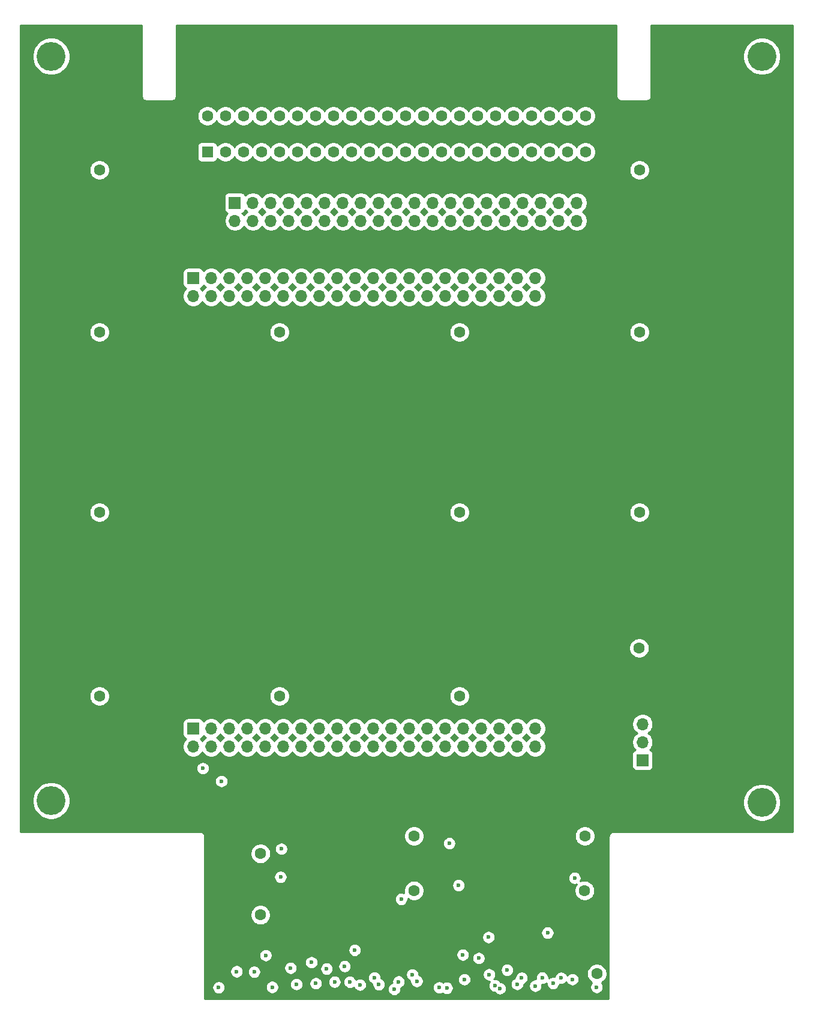
<source format=gbr>
%TF.GenerationSoftware,KiCad,Pcbnew,(5.1.9)-1*%
%TF.CreationDate,2025-01-23T06:38:53-08:00*%
%TF.ProjectId,RADA3K,52414441-334b-42e6-9b69-6361645f7063,rev?*%
%TF.SameCoordinates,Original*%
%TF.FileFunction,Copper,L4,Inr*%
%TF.FilePolarity,Positive*%
%FSLAX46Y46*%
G04 Gerber Fmt 4.6, Leading zero omitted, Abs format (unit mm)*
G04 Created by KiCad (PCBNEW (5.1.9)-1) date 2025-01-23 06:38:53*
%MOMM*%
%LPD*%
G01*
G04 APERTURE LIST*
%TA.AperFunction,ComponentPad*%
%ADD10O,1.700000X1.700000*%
%TD*%
%TA.AperFunction,ComponentPad*%
%ADD11R,1.700000X1.700000*%
%TD*%
%TA.AperFunction,ComponentPad*%
%ADD12C,1.600000*%
%TD*%
%TA.AperFunction,ComponentPad*%
%ADD13R,1.600000X1.600000*%
%TD*%
%TA.AperFunction,ComponentPad*%
%ADD14C,4.064000*%
%TD*%
%TA.AperFunction,ViaPad*%
%ADD15C,1.600000*%
%TD*%
%TA.AperFunction,ViaPad*%
%ADD16C,0.600000*%
%TD*%
%TA.AperFunction,NonConductor*%
%ADD17C,0.254000*%
%TD*%
%TA.AperFunction,NonConductor*%
%ADD18C,0.100000*%
%TD*%
G04 APERTURE END LIST*
D10*
%TO.N,/_CHAREN*%
%TO.C,J1*%
X120230900Y-124460000D03*
%TO.N,/_HIRAM*%
X120230900Y-127000000D03*
D11*
%TO.N,/_LORAM*%
X120230900Y-129540000D03*
%TD*%
D10*
%TO.N,/GPIO_1_1*%
%TO.C,J4*%
X110960000Y-53500000D03*
%TO.N,Net-(J4-Pad39)*%
X110960000Y-50960000D03*
%TO.N,/GPIO_1_3*%
X108420000Y-53500000D03*
%TO.N,Net-(J4-Pad37)*%
X108420000Y-50960000D03*
%TO.N,/GPIO_1_5*%
X105880000Y-53500000D03*
%TO.N,Net-(J4-Pad35)*%
X105880000Y-50960000D03*
%TO.N,/GPIO_1_7*%
X103340000Y-53500000D03*
%TO.N,/GPIO_1_6*%
X103340000Y-50960000D03*
%TO.N,/GPIO_1_9*%
X100800000Y-53500000D03*
%TO.N,/GPIO_1_8*%
X100800000Y-50960000D03*
%TO.N,GND*%
X98260000Y-53500000D03*
%TO.N,/FPGA_5V*%
X98260000Y-50960000D03*
%TO.N,/GPIO_1_11*%
X95720000Y-53500000D03*
%TO.N,/GPIO_1_10*%
X95720000Y-50960000D03*
%TO.N,/GPIO_1_13*%
X93180000Y-53500000D03*
%TO.N,/GPIO_1_12*%
X93180000Y-50960000D03*
%TO.N,/GPIO_1_15*%
X90640000Y-53500000D03*
%TO.N,/GPIO_1_14*%
X90640000Y-50960000D03*
%TO.N,/GPIO_1_17*%
X88100000Y-53500000D03*
%TO.N,/GPIO_1_16*%
X88100000Y-50960000D03*
%TO.N,/GPIO_1_19*%
X85560000Y-53500000D03*
%TO.N,/GPIO_1_18*%
X85560000Y-50960000D03*
%TO.N,/GPIO_1_21*%
X83020000Y-53500000D03*
%TO.N,/GPIO_1_20*%
X83020000Y-50960000D03*
%TO.N,/GPIO_1_23*%
X80480000Y-53500000D03*
%TO.N,/GPIO_1_22*%
X80480000Y-50960000D03*
%TO.N,/GPIO_1_25*%
X77940000Y-53500000D03*
%TO.N,/GPIO_1_24*%
X77940000Y-50960000D03*
%TO.N,GND*%
X75400000Y-53500000D03*
%TO.N,/FPGA_3V*%
X75400000Y-50960000D03*
%TO.N,/GPIO_1_27*%
X72860000Y-53500000D03*
%TO.N,/GPIO_1_26*%
X72860000Y-50960000D03*
%TO.N,/GPIO_1_29*%
X70320000Y-53500000D03*
%TO.N,/GPIO_1_28*%
X70320000Y-50960000D03*
%TO.N,/GPIO_1_31*%
X67780000Y-53500000D03*
%TO.N,/GPIO_1_30*%
X67780000Y-50960000D03*
%TO.N,/GPIO_1_33*%
X65240000Y-53500000D03*
%TO.N,/FPGA__NMI*%
X65240000Y-50960000D03*
%TO.N,/GPIO_1_35*%
X62700000Y-53500000D03*
D11*
%TO.N,/FPGA__RST*%
X62700000Y-50960000D03*
%TD*%
D12*
%TO.N,GND*%
%TO.C,J5*%
X112166400Y-38722300D03*
%TO.N,/A0*%
X109626400Y-38722300D03*
%TO.N,/A1*%
X107086400Y-38722300D03*
%TO.N,/A2*%
X104546400Y-38722300D03*
%TO.N,/A3*%
X102006400Y-38722300D03*
%TO.N,/A4*%
X99466400Y-38722300D03*
%TO.N,/A5*%
X96926400Y-38722300D03*
%TO.N,/A6*%
X94386400Y-38722300D03*
%TO.N,/A7*%
X91846400Y-38722300D03*
%TO.N,/A8*%
X89306400Y-38722300D03*
%TO.N,/A9*%
X86766400Y-38722300D03*
%TO.N,/A10*%
X84226400Y-38722300D03*
%TO.N,/A11*%
X81686400Y-38722300D03*
%TO.N,/A12*%
X79146400Y-38722300D03*
%TO.N,/A13*%
X76606400Y-38722300D03*
%TO.N,/A14*%
X74066400Y-38722300D03*
%TO.N,/A15*%
X71526400Y-38722300D03*
%TO.N,/PHI2*%
X68986400Y-38722300D03*
%TO.N,/_NMI*%
X66446400Y-38722300D03*
%TO.N,/_RST*%
X63906400Y-38722300D03*
%TO.N,/_ROMH*%
X61366400Y-38722300D03*
%TO.N,GND*%
X58826400Y-38722300D03*
X112166400Y-43802300D03*
%TO.N,/D0*%
X109626400Y-43802300D03*
%TO.N,/D1*%
X107086400Y-43802300D03*
%TO.N,/D2*%
X104546400Y-43802300D03*
%TO.N,/D3*%
X102006400Y-43802300D03*
%TO.N,/D4*%
X99466400Y-43802300D03*
%TO.N,/D5*%
X96926400Y-43802300D03*
%TO.N,/D6*%
X94386400Y-43802300D03*
%TO.N,/D7*%
X91846400Y-43802300D03*
%TO.N,/_DMA*%
X89306400Y-43802300D03*
%TO.N,/BA*%
X86766400Y-43802300D03*
%TO.N,/_ROML*%
X84226400Y-43802300D03*
%TO.N,/_IO2*%
X81686400Y-43802300D03*
%TO.N,/_EXROM*%
X79146400Y-43802300D03*
%TO.N,/_GAME*%
X76606400Y-43802300D03*
%TO.N,/_IO1*%
X74066400Y-43802300D03*
%TO.N,/DOT_CLK*%
X71526400Y-43802300D03*
%TO.N,/R__W*%
X68986400Y-43802300D03*
%TO.N,/_IRQ*%
X66446400Y-43802300D03*
%TO.N,+5V*%
X63906400Y-43802300D03*
D13*
%TO.N,GND*%
X58826400Y-43802300D03*
D12*
%TO.N,+5V*%
X61366400Y-43802300D03*
%TD*%
D10*
%TO.N,/FPGA__CHAREN*%
%TO.C,J3*%
X105086400Y-64122300D03*
%TO.N,/GPIO_1_1*%
X105086400Y-61582300D03*
%TO.N,/FPGA__HIRAM*%
X102546400Y-64122300D03*
%TO.N,/GPIO_1_3*%
X102546400Y-61582300D03*
%TO.N,/FPGA__LORAM*%
X100006400Y-64122300D03*
%TO.N,/GPIO_1_5*%
X100006400Y-61582300D03*
%TO.N,/GPIO_1_6*%
X97466400Y-64122300D03*
%TO.N,/GPIO_1_7*%
X97466400Y-61582300D03*
%TO.N,/GPIO_1_8*%
X94926400Y-64122300D03*
%TO.N,/GPIO_1_9*%
X94926400Y-61582300D03*
%TO.N,/FPGA_5V*%
X92386400Y-64122300D03*
%TO.N,GND*%
X92386400Y-61582300D03*
%TO.N,/GPIO_1_10*%
X89846400Y-64122300D03*
%TO.N,/GPIO_1_11*%
X89846400Y-61582300D03*
%TO.N,/GPIO_1_12*%
X87306400Y-64122300D03*
%TO.N,/GPIO_1_13*%
X87306400Y-61582300D03*
%TO.N,/GPIO_1_14*%
X84766400Y-64122300D03*
%TO.N,/GPIO_1_15*%
X84766400Y-61582300D03*
%TO.N,/GPIO_1_16*%
X82226400Y-64122300D03*
%TO.N,/GPIO_1_17*%
X82226400Y-61582300D03*
%TO.N,/GPIO_1_18*%
X79686400Y-64122300D03*
%TO.N,/GPIO_1_19*%
X79686400Y-61582300D03*
%TO.N,/GPIO_1_20*%
X77146400Y-64122300D03*
%TO.N,/GPIO_1_21*%
X77146400Y-61582300D03*
%TO.N,/GPIO_1_22*%
X74606400Y-64122300D03*
%TO.N,/GPIO_1_23*%
X74606400Y-61582300D03*
%TO.N,/GPIO_1_24*%
X72066400Y-64122300D03*
%TO.N,/GPIO_1_25*%
X72066400Y-61582300D03*
%TO.N,/FPGA_3V*%
X69526400Y-64122300D03*
%TO.N,GND*%
X69526400Y-61582300D03*
%TO.N,/GPIO_1_26*%
X66986400Y-64122300D03*
%TO.N,/GPIO_1_27*%
X66986400Y-61582300D03*
%TO.N,/GPIO_1_28*%
X64446400Y-64122300D03*
%TO.N,/GPIO_1_29*%
X64446400Y-61582300D03*
%TO.N,/GPIO_1_30*%
X61906400Y-64122300D03*
%TO.N,/GPIO_1_31*%
X61906400Y-61582300D03*
%TO.N,/FPGA__NMI*%
X59366400Y-64122300D03*
%TO.N,/GPIO_1_33*%
X59366400Y-61582300D03*
%TO.N,/FPGA__RST*%
X56826400Y-64122300D03*
D11*
%TO.N,/GPIO_1_35*%
X56826400Y-61582300D03*
%TD*%
D10*
%TO.N,/FPGA_A0*%
%TO.C,J2*%
X105086400Y-127622300D03*
%TO.N,/FPGA_D0*%
X105086400Y-125082300D03*
%TO.N,/FPGA_D1*%
X102546400Y-127622300D03*
%TO.N,/FPGA_A1*%
X102546400Y-125082300D03*
%TO.N,/FPGA_D2*%
X100006400Y-127622300D03*
%TO.N,/FPGA_A2*%
X100006400Y-125082300D03*
%TO.N,/FPGA_D3*%
X97466400Y-127622300D03*
%TO.N,/FPGA_A3*%
X97466400Y-125082300D03*
%TO.N,/FPGA_D4*%
X94926400Y-127622300D03*
%TO.N,/FPGA_A4*%
X94926400Y-125082300D03*
%TO.N,GND*%
X92386400Y-127622300D03*
%TO.N,Net-(J2-Pad29)*%
X92386400Y-125082300D03*
%TO.N,/FPGA_A5*%
X89846400Y-127622300D03*
%TO.N,/FPGA_D5*%
X89846400Y-125082300D03*
%TO.N,/FPGA_A6*%
X87306400Y-127622300D03*
%TO.N,/FPGA_D6*%
X87306400Y-125082300D03*
%TO.N,/FPGA_A7*%
X84766400Y-127622300D03*
%TO.N,/FPGA_D7*%
X84766400Y-125082300D03*
%TO.N,/FPGA__DMA*%
X82226400Y-127622300D03*
%TO.N,/FPGA_A8*%
X82226400Y-125082300D03*
%TO.N,/FPGA_A9*%
X79686400Y-127622300D03*
%TO.N,/FPGA_BA*%
X79686400Y-125082300D03*
%TO.N,/FPGA_A10*%
X77146400Y-127622300D03*
%TO.N,/FPGA__ROML*%
X77146400Y-125082300D03*
%TO.N,/FPGA_A11*%
X74606400Y-127622300D03*
%TO.N,/FPGA__IO2*%
X74606400Y-125082300D03*
%TO.N,/FPGA_A12*%
X72066400Y-127622300D03*
%TO.N,/FPGA__EXROM*%
X72066400Y-125082300D03*
%TO.N,GND*%
X69526400Y-127622300D03*
%TO.N,Net-(J2-Pad11)*%
X69526400Y-125082300D03*
%TO.N,/FPGA__GAME*%
X66986400Y-127622300D03*
%TO.N,/FPGA_A13*%
X66986400Y-125082300D03*
%TO.N,/FPGA__IO1*%
X64446400Y-127622300D03*
%TO.N,/FPGA_A14*%
X64446400Y-125082300D03*
%TO.N,/FPGA_DOT_CLK*%
X61906400Y-127622300D03*
%TO.N,/FPGA_A15*%
X61906400Y-125082300D03*
%TO.N,/FPGA_R__W*%
X59366400Y-127622300D03*
%TO.N,/FPGA_PHI2*%
X59366400Y-125082300D03*
%TO.N,/FPGA__ROMH*%
X56826400Y-127622300D03*
D11*
%TO.N,/FPGA__IRQ*%
X56826400Y-125082300D03*
%TD*%
D14*
%TO.N,GND*%
%TO.C,GND*%
X137063972Y-135496300D03*
%TD*%
%TO.N,GND*%
%TO.C,GND*%
X36791900Y-135242300D03*
%TD*%
%TO.N,GND*%
%TO.C,GND*%
X137063972Y-30314900D03*
%TD*%
%TO.N,GND*%
%TO.C,GND*%
X36791900Y-30314900D03*
%TD*%
D15*
%TO.N,GND*%
X113779300Y-159651700D03*
D16*
X60413900Y-161594800D03*
X110636400Y-146152300D03*
X69146400Y-146012300D03*
X94259400Y-147180300D03*
X92956400Y-141262300D03*
X86169500Y-149136100D03*
X69256400Y-142052300D03*
D15*
X66306700Y-151358600D03*
X43586400Y-120510300D03*
X43586400Y-94602300D03*
X43586400Y-69202300D03*
X43586400Y-46342300D03*
X119760000Y-113750000D03*
X119786400Y-69202300D03*
X119786400Y-94602300D03*
X119786400Y-46342300D03*
X87972900Y-140246100D03*
X112077500Y-140246100D03*
D16*
X113753900Y-161531300D03*
D15*
X68986400Y-69202300D03*
X94386400Y-69202300D03*
X94386400Y-94602300D03*
X68986400Y-120510300D03*
X94386400Y-120510300D03*
%TO.N,+3V3*%
X112064800Y-147916900D03*
X66332100Y-142709900D03*
X87972900Y-147916900D03*
D16*
%TO.N,/A8*%
X91528900Y-161594800D03*
%TO.N,/A0*%
X110326400Y-160442300D03*
%TO.N,/A9*%
X88366400Y-160692300D03*
%TO.N,/A1*%
X107600000Y-161000000D03*
%TO.N,/A10*%
X85816400Y-160772300D03*
%TO.N,/A2*%
X105106400Y-161362300D03*
%TO.N,/A3*%
X102536400Y-161108800D03*
%TO.N,/A15*%
X74126400Y-161012300D03*
%TO.N,/A7*%
X92608400Y-161658300D03*
%TO.N,/A14*%
X76776400Y-160792300D03*
%TO.N,/A6*%
X95084900Y-160451800D03*
%TO.N,/A13*%
X78906400Y-160802300D03*
%TO.N,/A5*%
X98577400Y-159753300D03*
%TO.N,/A12*%
X80352900Y-161213800D03*
%TO.N,/A4*%
X100101400Y-161721800D03*
%TO.N,/A11*%
X83019900Y-161150300D03*
%TO.N,/D0*%
X106822050Y-153877950D03*
%TO.N,/D1*%
X108736400Y-160236400D03*
%TO.N,/D2*%
X106074870Y-160225130D03*
%TO.N,/D3*%
X103168310Y-160242390D03*
%TO.N,/D4*%
X101117400Y-159118300D03*
%TO.N,/D5*%
X99375400Y-161313300D03*
%TO.N,/D6*%
X98500000Y-154500000D03*
%TO.N,/D7*%
X97111400Y-157455849D03*
%TO.N,/_ROMH*%
X62956400Y-159332300D03*
%TO.N,/R__W*%
X70573900Y-158826100D03*
%TO.N,/_IRQ*%
X67054350Y-157054350D03*
%TO.N,/_RST*%
X65436400Y-159382300D03*
%TO.N,/PHI2*%
X71386400Y-161132300D03*
%TO.N,/_NMI*%
X67970400Y-161531300D03*
%TO.N,/DOT_CLK*%
X73501399Y-158044471D03*
%TO.N,/_IO1*%
X75653900Y-158946100D03*
%TO.N,/_GAME*%
X78193900Y-158593900D03*
%TO.N,/_EXROM*%
X79616400Y-156316400D03*
%TO.N,/_IO2*%
X82394899Y-160205101D03*
%TO.N,/_ROML*%
X85188900Y-161817299D03*
%TO.N,/BA*%
X87741399Y-159758601D03*
%TO.N,/_DMA*%
X94874350Y-156974350D03*
%TO.N,/FPGA__RST*%
X58180000Y-130680000D03*
%TO.N,/FPGA__NMI*%
X60800000Y-132500000D03*
%TD*%
D17*
X116536400Y-35857423D02*
X116532965Y-35892300D01*
X116546673Y-36031484D01*
X116587272Y-36165320D01*
X116653200Y-36288663D01*
X116741925Y-36396775D01*
X116850037Y-36485500D01*
X116973380Y-36551428D01*
X117107216Y-36592027D01*
X117246400Y-36605735D01*
X117281277Y-36602300D01*
X120711523Y-36602300D01*
X120746400Y-36605735D01*
X120781277Y-36602300D01*
X120885584Y-36592027D01*
X121019420Y-36551428D01*
X121142763Y-36485500D01*
X121250875Y-36396775D01*
X121339600Y-36288663D01*
X121405528Y-36165320D01*
X121446127Y-36031484D01*
X121459835Y-35892300D01*
X121456400Y-35857423D01*
X121456400Y-30052223D01*
X134396972Y-30052223D01*
X134396972Y-30577577D01*
X134499464Y-31092835D01*
X134700508Y-31578198D01*
X134992378Y-32015013D01*
X135363859Y-32386494D01*
X135800674Y-32678364D01*
X136286037Y-32879408D01*
X136801295Y-32981900D01*
X137326649Y-32981900D01*
X137841907Y-32879408D01*
X138327270Y-32678364D01*
X138764085Y-32386494D01*
X139135566Y-32015013D01*
X139427436Y-31578198D01*
X139628480Y-31092835D01*
X139730972Y-30577577D01*
X139730972Y-30052223D01*
X139628480Y-29536965D01*
X139427436Y-29051602D01*
X139135566Y-28614787D01*
X138764085Y-28243306D01*
X138327270Y-27951436D01*
X137841907Y-27750392D01*
X137326649Y-27647900D01*
X136801295Y-27647900D01*
X136286037Y-27750392D01*
X135800674Y-27951436D01*
X135363859Y-28243306D01*
X134992378Y-28614787D01*
X134700508Y-29051602D01*
X134499464Y-29536965D01*
X134396972Y-30052223D01*
X121456400Y-30052223D01*
X121456400Y-25944900D01*
X141433973Y-25944900D01*
X141433972Y-139612300D01*
X116193777Y-139612300D01*
X116158900Y-139608865D01*
X116124023Y-139612300D01*
X116019716Y-139622573D01*
X115885880Y-139663172D01*
X115762537Y-139729100D01*
X115654425Y-139817825D01*
X115565700Y-139925937D01*
X115499772Y-140049280D01*
X115459173Y-140183116D01*
X115445465Y-140322300D01*
X115448901Y-140357187D01*
X115448900Y-142643176D01*
X115448901Y-142643186D01*
X115448900Y-163173000D01*
X58464900Y-163173000D01*
X58464900Y-161502711D01*
X59478900Y-161502711D01*
X59478900Y-161686889D01*
X59514832Y-161867529D01*
X59585314Y-162037689D01*
X59687638Y-162190828D01*
X59817872Y-162321062D01*
X59971011Y-162423386D01*
X60141171Y-162493868D01*
X60321811Y-162529800D01*
X60505989Y-162529800D01*
X60686629Y-162493868D01*
X60856789Y-162423386D01*
X61009928Y-162321062D01*
X61140162Y-162190828D01*
X61242486Y-162037689D01*
X61312968Y-161867529D01*
X61348900Y-161686889D01*
X61348900Y-161502711D01*
X61336269Y-161439211D01*
X67035400Y-161439211D01*
X67035400Y-161623389D01*
X67071332Y-161804029D01*
X67141814Y-161974189D01*
X67244138Y-162127328D01*
X67374372Y-162257562D01*
X67527511Y-162359886D01*
X67697671Y-162430368D01*
X67878311Y-162466300D01*
X68062489Y-162466300D01*
X68243129Y-162430368D01*
X68413289Y-162359886D01*
X68566428Y-162257562D01*
X68696662Y-162127328D01*
X68798986Y-161974189D01*
X68869468Y-161804029D01*
X68905400Y-161623389D01*
X68905400Y-161439211D01*
X68869468Y-161258571D01*
X68798986Y-161088411D01*
X68766780Y-161040211D01*
X70451400Y-161040211D01*
X70451400Y-161224389D01*
X70487332Y-161405029D01*
X70557814Y-161575189D01*
X70660138Y-161728328D01*
X70790372Y-161858562D01*
X70943511Y-161960886D01*
X71113671Y-162031368D01*
X71294311Y-162067300D01*
X71478489Y-162067300D01*
X71659129Y-162031368D01*
X71829289Y-161960886D01*
X71982428Y-161858562D01*
X72112662Y-161728328D01*
X72214986Y-161575189D01*
X72285468Y-161405029D01*
X72321400Y-161224389D01*
X72321400Y-161040211D01*
X72297531Y-160920211D01*
X73191400Y-160920211D01*
X73191400Y-161104389D01*
X73227332Y-161285029D01*
X73297814Y-161455189D01*
X73400138Y-161608328D01*
X73530372Y-161738562D01*
X73683511Y-161840886D01*
X73853671Y-161911368D01*
X74034311Y-161947300D01*
X74218489Y-161947300D01*
X74399129Y-161911368D01*
X74569289Y-161840886D01*
X74722428Y-161738562D01*
X74852662Y-161608328D01*
X74954986Y-161455189D01*
X75025468Y-161285029D01*
X75061400Y-161104389D01*
X75061400Y-160920211D01*
X75025468Y-160739571D01*
X75009165Y-160700211D01*
X75841400Y-160700211D01*
X75841400Y-160884389D01*
X75877332Y-161065029D01*
X75947814Y-161235189D01*
X76050138Y-161388328D01*
X76180372Y-161518562D01*
X76333511Y-161620886D01*
X76503671Y-161691368D01*
X76684311Y-161727300D01*
X76868489Y-161727300D01*
X77049129Y-161691368D01*
X77219289Y-161620886D01*
X77372428Y-161518562D01*
X77502662Y-161388328D01*
X77604986Y-161235189D01*
X77675468Y-161065029D01*
X77711400Y-160884389D01*
X77711400Y-160710211D01*
X77971400Y-160710211D01*
X77971400Y-160894389D01*
X78007332Y-161075029D01*
X78077814Y-161245189D01*
X78180138Y-161398328D01*
X78310372Y-161528562D01*
X78463511Y-161630886D01*
X78633671Y-161701368D01*
X78814311Y-161737300D01*
X78998489Y-161737300D01*
X79179129Y-161701368D01*
X79349289Y-161630886D01*
X79478003Y-161544882D01*
X79524314Y-161656689D01*
X79626638Y-161809828D01*
X79756872Y-161940062D01*
X79910011Y-162042386D01*
X80080171Y-162112868D01*
X80260811Y-162148800D01*
X80444989Y-162148800D01*
X80625629Y-162112868D01*
X80795789Y-162042386D01*
X80948928Y-161940062D01*
X81079162Y-161809828D01*
X81181486Y-161656689D01*
X81251968Y-161486529D01*
X81287900Y-161305889D01*
X81287900Y-161121711D01*
X81251968Y-160941071D01*
X81181486Y-160770911D01*
X81079162Y-160617772D01*
X80948928Y-160487538D01*
X80795789Y-160385214D01*
X80625629Y-160314732D01*
X80444989Y-160278800D01*
X80260811Y-160278800D01*
X80080171Y-160314732D01*
X79910011Y-160385214D01*
X79781297Y-160471218D01*
X79734986Y-160359411D01*
X79632662Y-160206272D01*
X79539402Y-160113012D01*
X81459899Y-160113012D01*
X81459899Y-160297190D01*
X81495831Y-160477830D01*
X81566313Y-160647990D01*
X81668637Y-160801129D01*
X81798871Y-160931363D01*
X81952010Y-161033687D01*
X82084900Y-161088731D01*
X82084900Y-161242389D01*
X82120832Y-161423029D01*
X82191314Y-161593189D01*
X82293638Y-161746328D01*
X82423872Y-161876562D01*
X82577011Y-161978886D01*
X82747171Y-162049368D01*
X82927811Y-162085300D01*
X83111989Y-162085300D01*
X83292629Y-162049368D01*
X83462789Y-161978886D01*
X83615928Y-161876562D01*
X83746162Y-161746328D01*
X83760272Y-161725210D01*
X84253900Y-161725210D01*
X84253900Y-161909388D01*
X84289832Y-162090028D01*
X84360314Y-162260188D01*
X84462638Y-162413327D01*
X84592872Y-162543561D01*
X84746011Y-162645885D01*
X84916171Y-162716367D01*
X85096811Y-162752299D01*
X85280989Y-162752299D01*
X85461629Y-162716367D01*
X85631789Y-162645885D01*
X85784928Y-162543561D01*
X85915162Y-162413327D01*
X86017486Y-162260188D01*
X86087968Y-162090028D01*
X86123900Y-161909388D01*
X86123900Y-161725210D01*
X86111358Y-161662160D01*
X86259289Y-161600886D01*
X86412428Y-161498562D01*
X86542662Y-161368328D01*
X86644986Y-161215189D01*
X86715468Y-161045029D01*
X86751400Y-160864389D01*
X86751400Y-160680211D01*
X86715468Y-160499571D01*
X86644986Y-160329411D01*
X86542662Y-160176272D01*
X86412428Y-160046038D01*
X86259289Y-159943714D01*
X86089129Y-159873232D01*
X85908489Y-159837300D01*
X85724311Y-159837300D01*
X85543671Y-159873232D01*
X85373511Y-159943714D01*
X85220372Y-160046038D01*
X85090138Y-160176272D01*
X84987814Y-160329411D01*
X84917332Y-160499571D01*
X84881400Y-160680211D01*
X84881400Y-160864389D01*
X84893942Y-160927439D01*
X84746011Y-160988713D01*
X84592872Y-161091037D01*
X84462638Y-161221271D01*
X84360314Y-161374410D01*
X84289832Y-161544570D01*
X84253900Y-161725210D01*
X83760272Y-161725210D01*
X83848486Y-161593189D01*
X83918968Y-161423029D01*
X83954900Y-161242389D01*
X83954900Y-161058211D01*
X83918968Y-160877571D01*
X83848486Y-160707411D01*
X83746162Y-160554272D01*
X83615928Y-160424038D01*
X83462789Y-160321714D01*
X83329899Y-160266670D01*
X83329899Y-160113012D01*
X83293967Y-159932372D01*
X83223485Y-159762212D01*
X83159541Y-159666512D01*
X86806399Y-159666512D01*
X86806399Y-159850690D01*
X86842331Y-160031330D01*
X86912813Y-160201490D01*
X87015137Y-160354629D01*
X87145371Y-160484863D01*
X87298510Y-160587187D01*
X87431400Y-160642231D01*
X87431400Y-160784389D01*
X87467332Y-160965029D01*
X87537814Y-161135189D01*
X87640138Y-161288328D01*
X87770372Y-161418562D01*
X87923511Y-161520886D01*
X88093671Y-161591368D01*
X88274311Y-161627300D01*
X88458489Y-161627300D01*
X88639129Y-161591368D01*
X88809289Y-161520886D01*
X88836489Y-161502711D01*
X90593900Y-161502711D01*
X90593900Y-161686889D01*
X90629832Y-161867529D01*
X90700314Y-162037689D01*
X90802638Y-162190828D01*
X90932872Y-162321062D01*
X91086011Y-162423386D01*
X91256171Y-162493868D01*
X91436811Y-162529800D01*
X91620989Y-162529800D01*
X91801629Y-162493868D01*
X91971789Y-162423386D01*
X92021133Y-162390416D01*
X92165511Y-162486886D01*
X92335671Y-162557368D01*
X92516311Y-162593300D01*
X92700489Y-162593300D01*
X92881129Y-162557368D01*
X93051289Y-162486886D01*
X93204428Y-162384562D01*
X93334662Y-162254328D01*
X93436986Y-162101189D01*
X93507468Y-161931029D01*
X93543400Y-161750389D01*
X93543400Y-161566211D01*
X93507468Y-161385571D01*
X93436986Y-161215411D01*
X93334662Y-161062272D01*
X93204428Y-160932038D01*
X93051289Y-160829714D01*
X92881129Y-160759232D01*
X92700489Y-160723300D01*
X92516311Y-160723300D01*
X92335671Y-160759232D01*
X92165511Y-160829714D01*
X92116167Y-160862684D01*
X91971789Y-160766214D01*
X91801629Y-160695732D01*
X91620989Y-160659800D01*
X91436811Y-160659800D01*
X91256171Y-160695732D01*
X91086011Y-160766214D01*
X90932872Y-160868538D01*
X90802638Y-160998772D01*
X90700314Y-161151911D01*
X90629832Y-161322071D01*
X90593900Y-161502711D01*
X88836489Y-161502711D01*
X88962428Y-161418562D01*
X89092662Y-161288328D01*
X89194986Y-161135189D01*
X89265468Y-160965029D01*
X89301400Y-160784389D01*
X89301400Y-160600211D01*
X89265468Y-160419571D01*
X89240674Y-160359711D01*
X94149900Y-160359711D01*
X94149900Y-160543889D01*
X94185832Y-160724529D01*
X94256314Y-160894689D01*
X94358638Y-161047828D01*
X94488872Y-161178062D01*
X94642011Y-161280386D01*
X94812171Y-161350868D01*
X94992811Y-161386800D01*
X95176989Y-161386800D01*
X95357629Y-161350868D01*
X95527789Y-161280386D01*
X95680928Y-161178062D01*
X95811162Y-161047828D01*
X95913486Y-160894689D01*
X95983968Y-160724529D01*
X96019900Y-160543889D01*
X96019900Y-160359711D01*
X95983968Y-160179071D01*
X95913486Y-160008911D01*
X95811162Y-159855772D01*
X95680928Y-159725538D01*
X95584656Y-159661211D01*
X97642400Y-159661211D01*
X97642400Y-159845389D01*
X97678332Y-160026029D01*
X97748814Y-160196189D01*
X97851138Y-160349328D01*
X97981372Y-160479562D01*
X98134511Y-160581886D01*
X98304671Y-160652368D01*
X98485311Y-160688300D01*
X98669489Y-160688300D01*
X98680251Y-160686159D01*
X98649138Y-160717272D01*
X98546814Y-160870411D01*
X98476332Y-161040571D01*
X98440400Y-161221211D01*
X98440400Y-161405389D01*
X98476332Y-161586029D01*
X98546814Y-161756189D01*
X98649138Y-161909328D01*
X98779372Y-162039562D01*
X98932511Y-162141886D01*
X99102671Y-162212368D01*
X99283311Y-162248300D01*
X99328681Y-162248300D01*
X99375138Y-162317828D01*
X99505372Y-162448062D01*
X99658511Y-162550386D01*
X99828671Y-162620868D01*
X100009311Y-162656800D01*
X100193489Y-162656800D01*
X100374129Y-162620868D01*
X100544289Y-162550386D01*
X100697428Y-162448062D01*
X100827662Y-162317828D01*
X100929986Y-162164689D01*
X101000468Y-161994529D01*
X101036400Y-161813889D01*
X101036400Y-161629711D01*
X101000468Y-161449071D01*
X100929986Y-161278911D01*
X100827662Y-161125772D01*
X100718601Y-161016711D01*
X101601400Y-161016711D01*
X101601400Y-161200889D01*
X101637332Y-161381529D01*
X101707814Y-161551689D01*
X101810138Y-161704828D01*
X101940372Y-161835062D01*
X102093511Y-161937386D01*
X102263671Y-162007868D01*
X102444311Y-162043800D01*
X102628489Y-162043800D01*
X102809129Y-162007868D01*
X102979289Y-161937386D01*
X103132428Y-161835062D01*
X103262662Y-161704828D01*
X103364986Y-161551689D01*
X103435468Y-161381529D01*
X103457610Y-161270211D01*
X104171400Y-161270211D01*
X104171400Y-161454389D01*
X104207332Y-161635029D01*
X104277814Y-161805189D01*
X104380138Y-161958328D01*
X104510372Y-162088562D01*
X104663511Y-162190886D01*
X104833671Y-162261368D01*
X105014311Y-162297300D01*
X105198489Y-162297300D01*
X105379129Y-162261368D01*
X105549289Y-162190886D01*
X105702428Y-162088562D01*
X105832662Y-161958328D01*
X105934986Y-161805189D01*
X106005468Y-161635029D01*
X106041400Y-161454389D01*
X106041400Y-161270211D01*
X106019503Y-161160130D01*
X106166959Y-161160130D01*
X106347599Y-161124198D01*
X106517759Y-161053716D01*
X106665000Y-160955333D01*
X106665000Y-161092089D01*
X106700932Y-161272729D01*
X106771414Y-161442889D01*
X106873738Y-161596028D01*
X107003972Y-161726262D01*
X107157111Y-161828586D01*
X107327271Y-161899068D01*
X107507911Y-161935000D01*
X107692089Y-161935000D01*
X107872729Y-161899068D01*
X108042889Y-161828586D01*
X108196028Y-161726262D01*
X108326262Y-161596028D01*
X108428586Y-161442889D01*
X108499068Y-161272729D01*
X108523985Y-161147465D01*
X108644311Y-161171400D01*
X108828489Y-161171400D01*
X109009129Y-161135468D01*
X109179289Y-161064986D01*
X109332428Y-160962662D01*
X109462662Y-160832428D01*
X109470871Y-160820142D01*
X109497814Y-160885189D01*
X109600138Y-161038328D01*
X109730372Y-161168562D01*
X109883511Y-161270886D01*
X110053671Y-161341368D01*
X110234311Y-161377300D01*
X110418489Y-161377300D01*
X110599129Y-161341368D01*
X110769289Y-161270886D01*
X110922428Y-161168562D01*
X111052662Y-161038328D01*
X111154986Y-160885189D01*
X111225468Y-160715029D01*
X111261400Y-160534389D01*
X111261400Y-160350211D01*
X111225468Y-160169571D01*
X111154986Y-159999411D01*
X111052662Y-159846272D01*
X110922428Y-159716038D01*
X110769289Y-159613714D01*
X110599129Y-159543232D01*
X110433898Y-159510365D01*
X112344300Y-159510365D01*
X112344300Y-159793035D01*
X112399447Y-160070274D01*
X112507620Y-160331427D01*
X112664663Y-160566459D01*
X112864541Y-160766337D01*
X113063580Y-160899330D01*
X113027638Y-160935272D01*
X112925314Y-161088411D01*
X112854832Y-161258571D01*
X112818900Y-161439211D01*
X112818900Y-161623389D01*
X112854832Y-161804029D01*
X112925314Y-161974189D01*
X113027638Y-162127328D01*
X113157872Y-162257562D01*
X113311011Y-162359886D01*
X113481171Y-162430368D01*
X113661811Y-162466300D01*
X113845989Y-162466300D01*
X114026629Y-162430368D01*
X114196789Y-162359886D01*
X114349928Y-162257562D01*
X114480162Y-162127328D01*
X114582486Y-161974189D01*
X114652968Y-161804029D01*
X114688900Y-161623389D01*
X114688900Y-161439211D01*
X114652968Y-161258571D01*
X114582486Y-161088411D01*
X114480162Y-160935272D01*
X114464568Y-160919678D01*
X114694059Y-160766337D01*
X114893937Y-160566459D01*
X115050980Y-160331427D01*
X115159153Y-160070274D01*
X115214300Y-159793035D01*
X115214300Y-159510365D01*
X115159153Y-159233126D01*
X115050980Y-158971973D01*
X114893937Y-158736941D01*
X114694059Y-158537063D01*
X114459027Y-158380020D01*
X114197874Y-158271847D01*
X113920635Y-158216700D01*
X113637965Y-158216700D01*
X113360726Y-158271847D01*
X113099573Y-158380020D01*
X112864541Y-158537063D01*
X112664663Y-158736941D01*
X112507620Y-158971973D01*
X112399447Y-159233126D01*
X112344300Y-159510365D01*
X110433898Y-159510365D01*
X110418489Y-159507300D01*
X110234311Y-159507300D01*
X110053671Y-159543232D01*
X109883511Y-159613714D01*
X109730372Y-159716038D01*
X109600138Y-159846272D01*
X109591929Y-159858558D01*
X109564986Y-159793511D01*
X109462662Y-159640372D01*
X109332428Y-159510138D01*
X109179289Y-159407814D01*
X109009129Y-159337332D01*
X108828489Y-159301400D01*
X108644311Y-159301400D01*
X108463671Y-159337332D01*
X108293511Y-159407814D01*
X108140372Y-159510138D01*
X108010138Y-159640372D01*
X107907814Y-159793511D01*
X107837332Y-159963671D01*
X107812415Y-160088935D01*
X107692089Y-160065000D01*
X107507911Y-160065000D01*
X107327271Y-160100932D01*
X107157111Y-160171414D01*
X107009870Y-160269797D01*
X107009870Y-160133041D01*
X106973938Y-159952401D01*
X106903456Y-159782241D01*
X106801132Y-159629102D01*
X106670898Y-159498868D01*
X106517759Y-159396544D01*
X106347599Y-159326062D01*
X106166959Y-159290130D01*
X105982781Y-159290130D01*
X105802141Y-159326062D01*
X105631981Y-159396544D01*
X105478842Y-159498868D01*
X105348608Y-159629102D01*
X105246284Y-159782241D01*
X105175802Y-159952401D01*
X105139870Y-160133041D01*
X105139870Y-160317219D01*
X105161767Y-160427300D01*
X105014311Y-160427300D01*
X104833671Y-160463232D01*
X104663511Y-160533714D01*
X104510372Y-160636038D01*
X104380138Y-160766272D01*
X104277814Y-160919411D01*
X104207332Y-161089571D01*
X104171400Y-161270211D01*
X103457610Y-161270211D01*
X103471400Y-161200889D01*
X103471400Y-161128882D01*
X103611199Y-161070976D01*
X103764338Y-160968652D01*
X103894572Y-160838418D01*
X103996896Y-160685279D01*
X104067378Y-160515119D01*
X104103310Y-160334479D01*
X104103310Y-160150301D01*
X104067378Y-159969661D01*
X103996896Y-159799501D01*
X103894572Y-159646362D01*
X103764338Y-159516128D01*
X103611199Y-159413804D01*
X103441039Y-159343322D01*
X103260399Y-159307390D01*
X103076221Y-159307390D01*
X102895581Y-159343322D01*
X102725421Y-159413804D01*
X102572282Y-159516128D01*
X102442048Y-159646362D01*
X102339724Y-159799501D01*
X102269242Y-159969661D01*
X102233310Y-160150301D01*
X102233310Y-160222308D01*
X102093511Y-160280214D01*
X101940372Y-160382538D01*
X101810138Y-160512772D01*
X101707814Y-160665911D01*
X101637332Y-160836071D01*
X101601400Y-161016711D01*
X100718601Y-161016711D01*
X100697428Y-160995538D01*
X100544289Y-160893214D01*
X100374129Y-160822732D01*
X100193489Y-160786800D01*
X100148119Y-160786800D01*
X100101662Y-160717272D01*
X99971428Y-160587038D01*
X99818289Y-160484714D01*
X99648129Y-160414232D01*
X99467489Y-160378300D01*
X99283311Y-160378300D01*
X99272549Y-160380441D01*
X99303662Y-160349328D01*
X99405986Y-160196189D01*
X99476468Y-160026029D01*
X99512400Y-159845389D01*
X99512400Y-159661211D01*
X99476468Y-159480571D01*
X99405986Y-159310411D01*
X99303662Y-159157272D01*
X99173428Y-159027038D01*
X99172191Y-159026211D01*
X100182400Y-159026211D01*
X100182400Y-159210389D01*
X100218332Y-159391029D01*
X100288814Y-159561189D01*
X100391138Y-159714328D01*
X100521372Y-159844562D01*
X100674511Y-159946886D01*
X100844671Y-160017368D01*
X101025311Y-160053300D01*
X101209489Y-160053300D01*
X101390129Y-160017368D01*
X101560289Y-159946886D01*
X101713428Y-159844562D01*
X101843662Y-159714328D01*
X101945986Y-159561189D01*
X102016468Y-159391029D01*
X102052400Y-159210389D01*
X102052400Y-159026211D01*
X102016468Y-158845571D01*
X101945986Y-158675411D01*
X101843662Y-158522272D01*
X101713428Y-158392038D01*
X101560289Y-158289714D01*
X101390129Y-158219232D01*
X101209489Y-158183300D01*
X101025311Y-158183300D01*
X100844671Y-158219232D01*
X100674511Y-158289714D01*
X100521372Y-158392038D01*
X100391138Y-158522272D01*
X100288814Y-158675411D01*
X100218332Y-158845571D01*
X100182400Y-159026211D01*
X99172191Y-159026211D01*
X99020289Y-158924714D01*
X98850129Y-158854232D01*
X98669489Y-158818300D01*
X98485311Y-158818300D01*
X98304671Y-158854232D01*
X98134511Y-158924714D01*
X97981372Y-159027038D01*
X97851138Y-159157272D01*
X97748814Y-159310411D01*
X97678332Y-159480571D01*
X97642400Y-159661211D01*
X95584656Y-159661211D01*
X95527789Y-159623214D01*
X95357629Y-159552732D01*
X95176989Y-159516800D01*
X94992811Y-159516800D01*
X94812171Y-159552732D01*
X94642011Y-159623214D01*
X94488872Y-159725538D01*
X94358638Y-159855772D01*
X94256314Y-160008911D01*
X94185832Y-160179071D01*
X94149900Y-160359711D01*
X89240674Y-160359711D01*
X89194986Y-160249411D01*
X89092662Y-160096272D01*
X88962428Y-159966038D01*
X88809289Y-159863714D01*
X88676399Y-159808670D01*
X88676399Y-159666512D01*
X88640467Y-159485872D01*
X88569985Y-159315712D01*
X88467661Y-159162573D01*
X88337427Y-159032339D01*
X88184288Y-158930015D01*
X88014128Y-158859533D01*
X87833488Y-158823601D01*
X87649310Y-158823601D01*
X87468670Y-158859533D01*
X87298510Y-158930015D01*
X87145371Y-159032339D01*
X87015137Y-159162573D01*
X86912813Y-159315712D01*
X86842331Y-159485872D01*
X86806399Y-159666512D01*
X83159541Y-159666512D01*
X83121161Y-159609073D01*
X82990927Y-159478839D01*
X82837788Y-159376515D01*
X82667628Y-159306033D01*
X82486988Y-159270101D01*
X82302810Y-159270101D01*
X82122170Y-159306033D01*
X81952010Y-159376515D01*
X81798871Y-159478839D01*
X81668637Y-159609073D01*
X81566313Y-159762212D01*
X81495831Y-159932372D01*
X81459899Y-160113012D01*
X79539402Y-160113012D01*
X79502428Y-160076038D01*
X79349289Y-159973714D01*
X79179129Y-159903232D01*
X78998489Y-159867300D01*
X78814311Y-159867300D01*
X78633671Y-159903232D01*
X78463511Y-159973714D01*
X78310372Y-160076038D01*
X78180138Y-160206272D01*
X78077814Y-160359411D01*
X78007332Y-160529571D01*
X77971400Y-160710211D01*
X77711400Y-160710211D01*
X77711400Y-160700211D01*
X77675468Y-160519571D01*
X77604986Y-160349411D01*
X77502662Y-160196272D01*
X77372428Y-160066038D01*
X77219289Y-159963714D01*
X77049129Y-159893232D01*
X76868489Y-159857300D01*
X76684311Y-159857300D01*
X76503671Y-159893232D01*
X76333511Y-159963714D01*
X76180372Y-160066038D01*
X76050138Y-160196272D01*
X75947814Y-160349411D01*
X75877332Y-160519571D01*
X75841400Y-160700211D01*
X75009165Y-160700211D01*
X74954986Y-160569411D01*
X74852662Y-160416272D01*
X74722428Y-160286038D01*
X74569289Y-160183714D01*
X74399129Y-160113232D01*
X74218489Y-160077300D01*
X74034311Y-160077300D01*
X73853671Y-160113232D01*
X73683511Y-160183714D01*
X73530372Y-160286038D01*
X73400138Y-160416272D01*
X73297814Y-160569411D01*
X73227332Y-160739571D01*
X73191400Y-160920211D01*
X72297531Y-160920211D01*
X72285468Y-160859571D01*
X72214986Y-160689411D01*
X72112662Y-160536272D01*
X71982428Y-160406038D01*
X71829289Y-160303714D01*
X71659129Y-160233232D01*
X71478489Y-160197300D01*
X71294311Y-160197300D01*
X71113671Y-160233232D01*
X70943511Y-160303714D01*
X70790372Y-160406038D01*
X70660138Y-160536272D01*
X70557814Y-160689411D01*
X70487332Y-160859571D01*
X70451400Y-161040211D01*
X68766780Y-161040211D01*
X68696662Y-160935272D01*
X68566428Y-160805038D01*
X68413289Y-160702714D01*
X68243129Y-160632232D01*
X68062489Y-160596300D01*
X67878311Y-160596300D01*
X67697671Y-160632232D01*
X67527511Y-160702714D01*
X67374372Y-160805038D01*
X67244138Y-160935272D01*
X67141814Y-161088411D01*
X67071332Y-161258571D01*
X67035400Y-161439211D01*
X61336269Y-161439211D01*
X61312968Y-161322071D01*
X61242486Y-161151911D01*
X61140162Y-160998772D01*
X61009928Y-160868538D01*
X60856789Y-160766214D01*
X60686629Y-160695732D01*
X60505989Y-160659800D01*
X60321811Y-160659800D01*
X60141171Y-160695732D01*
X59971011Y-160766214D01*
X59817872Y-160868538D01*
X59687638Y-160998772D01*
X59585314Y-161151911D01*
X59514832Y-161322071D01*
X59478900Y-161502711D01*
X58464900Y-161502711D01*
X58464900Y-159240211D01*
X62021400Y-159240211D01*
X62021400Y-159424389D01*
X62057332Y-159605029D01*
X62127814Y-159775189D01*
X62230138Y-159928328D01*
X62360372Y-160058562D01*
X62513511Y-160160886D01*
X62683671Y-160231368D01*
X62864311Y-160267300D01*
X63048489Y-160267300D01*
X63229129Y-160231368D01*
X63399289Y-160160886D01*
X63552428Y-160058562D01*
X63682662Y-159928328D01*
X63784986Y-159775189D01*
X63855468Y-159605029D01*
X63891400Y-159424389D01*
X63891400Y-159290211D01*
X64501400Y-159290211D01*
X64501400Y-159474389D01*
X64537332Y-159655029D01*
X64607814Y-159825189D01*
X64710138Y-159978328D01*
X64840372Y-160108562D01*
X64993511Y-160210886D01*
X65163671Y-160281368D01*
X65344311Y-160317300D01*
X65528489Y-160317300D01*
X65709129Y-160281368D01*
X65879289Y-160210886D01*
X66032428Y-160108562D01*
X66162662Y-159978328D01*
X66264986Y-159825189D01*
X66335468Y-159655029D01*
X66371400Y-159474389D01*
X66371400Y-159290211D01*
X66335468Y-159109571D01*
X66264986Y-158939411D01*
X66162662Y-158786272D01*
X66110401Y-158734011D01*
X69638900Y-158734011D01*
X69638900Y-158918189D01*
X69674832Y-159098829D01*
X69745314Y-159268989D01*
X69847638Y-159422128D01*
X69977872Y-159552362D01*
X70131011Y-159654686D01*
X70301171Y-159725168D01*
X70481811Y-159761100D01*
X70665989Y-159761100D01*
X70846629Y-159725168D01*
X71016789Y-159654686D01*
X71169928Y-159552362D01*
X71300162Y-159422128D01*
X71402486Y-159268989D01*
X71472968Y-159098829D01*
X71508900Y-158918189D01*
X71508900Y-158734011D01*
X71472968Y-158553371D01*
X71402486Y-158383211D01*
X71300162Y-158230072D01*
X71169928Y-158099838D01*
X71016789Y-157997514D01*
X70907830Y-157952382D01*
X72566399Y-157952382D01*
X72566399Y-158136560D01*
X72602331Y-158317200D01*
X72672813Y-158487360D01*
X72775137Y-158640499D01*
X72905371Y-158770733D01*
X73058510Y-158873057D01*
X73228670Y-158943539D01*
X73409310Y-158979471D01*
X73593488Y-158979471D01*
X73774128Y-158943539D01*
X73944288Y-158873057D01*
X73972792Y-158854011D01*
X74718900Y-158854011D01*
X74718900Y-159038189D01*
X74754832Y-159218829D01*
X74825314Y-159388989D01*
X74927638Y-159542128D01*
X75057872Y-159672362D01*
X75211011Y-159774686D01*
X75381171Y-159845168D01*
X75561811Y-159881100D01*
X75745989Y-159881100D01*
X75926629Y-159845168D01*
X76096789Y-159774686D01*
X76249928Y-159672362D01*
X76380162Y-159542128D01*
X76482486Y-159388989D01*
X76552968Y-159218829D01*
X76588900Y-159038189D01*
X76588900Y-158854011D01*
X76552968Y-158673371D01*
X76482486Y-158503211D01*
X76481551Y-158501811D01*
X77258900Y-158501811D01*
X77258900Y-158685989D01*
X77294832Y-158866629D01*
X77365314Y-159036789D01*
X77467638Y-159189928D01*
X77597872Y-159320162D01*
X77751011Y-159422486D01*
X77921171Y-159492968D01*
X78101811Y-159528900D01*
X78285989Y-159528900D01*
X78466629Y-159492968D01*
X78636789Y-159422486D01*
X78789928Y-159320162D01*
X78920162Y-159189928D01*
X79022486Y-159036789D01*
X79092968Y-158866629D01*
X79128900Y-158685989D01*
X79128900Y-158501811D01*
X79092968Y-158321171D01*
X79022486Y-158151011D01*
X78920162Y-157997872D01*
X78789928Y-157867638D01*
X78636789Y-157765314D01*
X78466629Y-157694832D01*
X78285989Y-157658900D01*
X78101811Y-157658900D01*
X77921171Y-157694832D01*
X77751011Y-157765314D01*
X77597872Y-157867638D01*
X77467638Y-157997872D01*
X77365314Y-158151011D01*
X77294832Y-158321171D01*
X77258900Y-158501811D01*
X76481551Y-158501811D01*
X76380162Y-158350072D01*
X76249928Y-158219838D01*
X76096789Y-158117514D01*
X75926629Y-158047032D01*
X75745989Y-158011100D01*
X75561811Y-158011100D01*
X75381171Y-158047032D01*
X75211011Y-158117514D01*
X75057872Y-158219838D01*
X74927638Y-158350072D01*
X74825314Y-158503211D01*
X74754832Y-158673371D01*
X74718900Y-158854011D01*
X73972792Y-158854011D01*
X74097427Y-158770733D01*
X74227661Y-158640499D01*
X74329985Y-158487360D01*
X74400467Y-158317200D01*
X74436399Y-158136560D01*
X74436399Y-157952382D01*
X74400467Y-157771742D01*
X74329985Y-157601582D01*
X74227661Y-157448443D01*
X74097427Y-157318209D01*
X73944288Y-157215885D01*
X73774128Y-157145403D01*
X73593488Y-157109471D01*
X73409310Y-157109471D01*
X73228670Y-157145403D01*
X73058510Y-157215885D01*
X72905371Y-157318209D01*
X72775137Y-157448443D01*
X72672813Y-157601582D01*
X72602331Y-157771742D01*
X72566399Y-157952382D01*
X70907830Y-157952382D01*
X70846629Y-157927032D01*
X70665989Y-157891100D01*
X70481811Y-157891100D01*
X70301171Y-157927032D01*
X70131011Y-157997514D01*
X69977872Y-158099838D01*
X69847638Y-158230072D01*
X69745314Y-158383211D01*
X69674832Y-158553371D01*
X69638900Y-158734011D01*
X66110401Y-158734011D01*
X66032428Y-158656038D01*
X65879289Y-158553714D01*
X65709129Y-158483232D01*
X65528489Y-158447300D01*
X65344311Y-158447300D01*
X65163671Y-158483232D01*
X64993511Y-158553714D01*
X64840372Y-158656038D01*
X64710138Y-158786272D01*
X64607814Y-158939411D01*
X64537332Y-159109571D01*
X64501400Y-159290211D01*
X63891400Y-159290211D01*
X63891400Y-159240211D01*
X63855468Y-159059571D01*
X63784986Y-158889411D01*
X63682662Y-158736272D01*
X63552428Y-158606038D01*
X63399289Y-158503714D01*
X63229129Y-158433232D01*
X63048489Y-158397300D01*
X62864311Y-158397300D01*
X62683671Y-158433232D01*
X62513511Y-158503714D01*
X62360372Y-158606038D01*
X62230138Y-158736272D01*
X62127814Y-158889411D01*
X62057332Y-159059571D01*
X62021400Y-159240211D01*
X58464900Y-159240211D01*
X58464900Y-156962261D01*
X66119350Y-156962261D01*
X66119350Y-157146439D01*
X66155282Y-157327079D01*
X66225764Y-157497239D01*
X66328088Y-157650378D01*
X66458322Y-157780612D01*
X66611461Y-157882936D01*
X66781621Y-157953418D01*
X66962261Y-157989350D01*
X67146439Y-157989350D01*
X67327079Y-157953418D01*
X67497239Y-157882936D01*
X67650378Y-157780612D01*
X67780612Y-157650378D01*
X67882936Y-157497239D01*
X67953418Y-157327079D01*
X67989350Y-157146439D01*
X67989350Y-156962261D01*
X67953418Y-156781621D01*
X67882936Y-156611461D01*
X67780612Y-156458322D01*
X67650378Y-156328088D01*
X67497239Y-156225764D01*
X67493732Y-156224311D01*
X78681400Y-156224311D01*
X78681400Y-156408489D01*
X78717332Y-156589129D01*
X78787814Y-156759289D01*
X78890138Y-156912428D01*
X79020372Y-157042662D01*
X79173511Y-157144986D01*
X79343671Y-157215468D01*
X79524311Y-157251400D01*
X79708489Y-157251400D01*
X79889129Y-157215468D01*
X80059289Y-157144986D01*
X80212428Y-157042662D01*
X80342662Y-156912428D01*
X80362818Y-156882261D01*
X93939350Y-156882261D01*
X93939350Y-157066439D01*
X93975282Y-157247079D01*
X94045764Y-157417239D01*
X94148088Y-157570378D01*
X94278322Y-157700612D01*
X94431461Y-157802936D01*
X94601621Y-157873418D01*
X94782261Y-157909350D01*
X94966439Y-157909350D01*
X95147079Y-157873418D01*
X95317239Y-157802936D01*
X95470378Y-157700612D01*
X95600612Y-157570378D01*
X95702936Y-157417239D01*
X95725087Y-157363760D01*
X96176400Y-157363760D01*
X96176400Y-157547938D01*
X96212332Y-157728578D01*
X96282814Y-157898738D01*
X96385138Y-158051877D01*
X96515372Y-158182111D01*
X96668511Y-158284435D01*
X96838671Y-158354917D01*
X97019311Y-158390849D01*
X97203489Y-158390849D01*
X97384129Y-158354917D01*
X97554289Y-158284435D01*
X97707428Y-158182111D01*
X97837662Y-158051877D01*
X97939986Y-157898738D01*
X98010468Y-157728578D01*
X98046400Y-157547938D01*
X98046400Y-157363760D01*
X98010468Y-157183120D01*
X97939986Y-157012960D01*
X97837662Y-156859821D01*
X97707428Y-156729587D01*
X97554289Y-156627263D01*
X97384129Y-156556781D01*
X97203489Y-156520849D01*
X97019311Y-156520849D01*
X96838671Y-156556781D01*
X96668511Y-156627263D01*
X96515372Y-156729587D01*
X96385138Y-156859821D01*
X96282814Y-157012960D01*
X96212332Y-157183120D01*
X96176400Y-157363760D01*
X95725087Y-157363760D01*
X95773418Y-157247079D01*
X95809350Y-157066439D01*
X95809350Y-156882261D01*
X95773418Y-156701621D01*
X95702936Y-156531461D01*
X95600612Y-156378322D01*
X95470378Y-156248088D01*
X95317239Y-156145764D01*
X95147079Y-156075282D01*
X94966439Y-156039350D01*
X94782261Y-156039350D01*
X94601621Y-156075282D01*
X94431461Y-156145764D01*
X94278322Y-156248088D01*
X94148088Y-156378322D01*
X94045764Y-156531461D01*
X93975282Y-156701621D01*
X93939350Y-156882261D01*
X80362818Y-156882261D01*
X80444986Y-156759289D01*
X80515468Y-156589129D01*
X80551400Y-156408489D01*
X80551400Y-156224311D01*
X80515468Y-156043671D01*
X80444986Y-155873511D01*
X80342662Y-155720372D01*
X80212428Y-155590138D01*
X80059289Y-155487814D01*
X79889129Y-155417332D01*
X79708489Y-155381400D01*
X79524311Y-155381400D01*
X79343671Y-155417332D01*
X79173511Y-155487814D01*
X79020372Y-155590138D01*
X78890138Y-155720372D01*
X78787814Y-155873511D01*
X78717332Y-156043671D01*
X78681400Y-156224311D01*
X67493732Y-156224311D01*
X67327079Y-156155282D01*
X67146439Y-156119350D01*
X66962261Y-156119350D01*
X66781621Y-156155282D01*
X66611461Y-156225764D01*
X66458322Y-156328088D01*
X66328088Y-156458322D01*
X66225764Y-156611461D01*
X66155282Y-156781621D01*
X66119350Y-156962261D01*
X58464900Y-156962261D01*
X58464900Y-154407911D01*
X97565000Y-154407911D01*
X97565000Y-154592089D01*
X97600932Y-154772729D01*
X97671414Y-154942889D01*
X97773738Y-155096028D01*
X97903972Y-155226262D01*
X98057111Y-155328586D01*
X98227271Y-155399068D01*
X98407911Y-155435000D01*
X98592089Y-155435000D01*
X98772729Y-155399068D01*
X98942889Y-155328586D01*
X99096028Y-155226262D01*
X99226262Y-155096028D01*
X99328586Y-154942889D01*
X99399068Y-154772729D01*
X99435000Y-154592089D01*
X99435000Y-154407911D01*
X99399068Y-154227271D01*
X99328586Y-154057111D01*
X99226262Y-153903972D01*
X99108151Y-153785861D01*
X105887050Y-153785861D01*
X105887050Y-153970039D01*
X105922982Y-154150679D01*
X105993464Y-154320839D01*
X106095788Y-154473978D01*
X106226022Y-154604212D01*
X106379161Y-154706536D01*
X106549321Y-154777018D01*
X106729961Y-154812950D01*
X106914139Y-154812950D01*
X107094779Y-154777018D01*
X107264939Y-154706536D01*
X107418078Y-154604212D01*
X107548312Y-154473978D01*
X107650636Y-154320839D01*
X107721118Y-154150679D01*
X107757050Y-153970039D01*
X107757050Y-153785861D01*
X107721118Y-153605221D01*
X107650636Y-153435061D01*
X107548312Y-153281922D01*
X107418078Y-153151688D01*
X107264939Y-153049364D01*
X107094779Y-152978882D01*
X106914139Y-152942950D01*
X106729961Y-152942950D01*
X106549321Y-152978882D01*
X106379161Y-153049364D01*
X106226022Y-153151688D01*
X106095788Y-153281922D01*
X105993464Y-153435061D01*
X105922982Y-153605221D01*
X105887050Y-153785861D01*
X99108151Y-153785861D01*
X99096028Y-153773738D01*
X98942889Y-153671414D01*
X98772729Y-153600932D01*
X98592089Y-153565000D01*
X98407911Y-153565000D01*
X98227271Y-153600932D01*
X98057111Y-153671414D01*
X97903972Y-153773738D01*
X97773738Y-153903972D01*
X97671414Y-154057111D01*
X97600932Y-154227271D01*
X97565000Y-154407911D01*
X58464900Y-154407911D01*
X58464900Y-151217265D01*
X64871700Y-151217265D01*
X64871700Y-151499935D01*
X64926847Y-151777174D01*
X65035020Y-152038327D01*
X65192063Y-152273359D01*
X65391941Y-152473237D01*
X65626973Y-152630280D01*
X65888126Y-152738453D01*
X66165365Y-152793600D01*
X66448035Y-152793600D01*
X66725274Y-152738453D01*
X66986427Y-152630280D01*
X67221459Y-152473237D01*
X67421337Y-152273359D01*
X67578380Y-152038327D01*
X67686553Y-151777174D01*
X67741700Y-151499935D01*
X67741700Y-151217265D01*
X67686553Y-150940026D01*
X67578380Y-150678873D01*
X67421337Y-150443841D01*
X67221459Y-150243963D01*
X66986427Y-150086920D01*
X66725274Y-149978747D01*
X66448035Y-149923600D01*
X66165365Y-149923600D01*
X65888126Y-149978747D01*
X65626973Y-150086920D01*
X65391941Y-150243963D01*
X65192063Y-150443841D01*
X65035020Y-150678873D01*
X64926847Y-150940026D01*
X64871700Y-151217265D01*
X58464900Y-151217265D01*
X58464900Y-149044011D01*
X85234500Y-149044011D01*
X85234500Y-149228189D01*
X85270432Y-149408829D01*
X85340914Y-149578989D01*
X85443238Y-149732128D01*
X85573472Y-149862362D01*
X85726611Y-149964686D01*
X85896771Y-150035168D01*
X86077411Y-150071100D01*
X86261589Y-150071100D01*
X86442229Y-150035168D01*
X86612389Y-149964686D01*
X86765528Y-149862362D01*
X86895762Y-149732128D01*
X86998086Y-149578989D01*
X87068568Y-149408829D01*
X87104500Y-149228189D01*
X87104500Y-149062513D01*
X87293173Y-149188580D01*
X87554326Y-149296753D01*
X87831565Y-149351900D01*
X88114235Y-149351900D01*
X88391474Y-149296753D01*
X88652627Y-149188580D01*
X88887659Y-149031537D01*
X89087537Y-148831659D01*
X89244580Y-148596627D01*
X89352753Y-148335474D01*
X89407900Y-148058235D01*
X89407900Y-147775565D01*
X89352753Y-147498326D01*
X89244580Y-147237173D01*
X89145048Y-147088211D01*
X93324400Y-147088211D01*
X93324400Y-147272389D01*
X93360332Y-147453029D01*
X93430814Y-147623189D01*
X93533138Y-147776328D01*
X93663372Y-147906562D01*
X93816511Y-148008886D01*
X93986671Y-148079368D01*
X94167311Y-148115300D01*
X94351489Y-148115300D01*
X94532129Y-148079368D01*
X94702289Y-148008886D01*
X94855428Y-147906562D01*
X94985662Y-147776328D01*
X95087986Y-147623189D01*
X95158468Y-147453029D01*
X95194400Y-147272389D01*
X95194400Y-147088211D01*
X95158468Y-146907571D01*
X95087986Y-146737411D01*
X94985662Y-146584272D01*
X94855428Y-146454038D01*
X94702289Y-146351714D01*
X94532129Y-146281232D01*
X94351489Y-146245300D01*
X94167311Y-146245300D01*
X93986671Y-146281232D01*
X93816511Y-146351714D01*
X93663372Y-146454038D01*
X93533138Y-146584272D01*
X93430814Y-146737411D01*
X93360332Y-146907571D01*
X93324400Y-147088211D01*
X89145048Y-147088211D01*
X89087537Y-147002141D01*
X88887659Y-146802263D01*
X88652627Y-146645220D01*
X88391474Y-146537047D01*
X88114235Y-146481900D01*
X87831565Y-146481900D01*
X87554326Y-146537047D01*
X87293173Y-146645220D01*
X87058141Y-146802263D01*
X86858263Y-147002141D01*
X86701220Y-147237173D01*
X86593047Y-147498326D01*
X86537900Y-147775565D01*
X86537900Y-148058235D01*
X86585249Y-148296272D01*
X86442229Y-148237032D01*
X86261589Y-148201100D01*
X86077411Y-148201100D01*
X85896771Y-148237032D01*
X85726611Y-148307514D01*
X85573472Y-148409838D01*
X85443238Y-148540072D01*
X85340914Y-148693211D01*
X85270432Y-148863371D01*
X85234500Y-149044011D01*
X58464900Y-149044011D01*
X58464900Y-145920211D01*
X68211400Y-145920211D01*
X68211400Y-146104389D01*
X68247332Y-146285029D01*
X68317814Y-146455189D01*
X68420138Y-146608328D01*
X68550372Y-146738562D01*
X68703511Y-146840886D01*
X68873671Y-146911368D01*
X69054311Y-146947300D01*
X69238489Y-146947300D01*
X69419129Y-146911368D01*
X69589289Y-146840886D01*
X69742428Y-146738562D01*
X69872662Y-146608328D01*
X69974986Y-146455189D01*
X70045468Y-146285029D01*
X70081400Y-146104389D01*
X70081400Y-146060211D01*
X109701400Y-146060211D01*
X109701400Y-146244389D01*
X109737332Y-146425029D01*
X109807814Y-146595189D01*
X109910138Y-146748328D01*
X110040372Y-146878562D01*
X110193511Y-146980886D01*
X110363671Y-147051368D01*
X110544311Y-147087300D01*
X110728489Y-147087300D01*
X110909129Y-147051368D01*
X110920386Y-147046705D01*
X110793120Y-147237173D01*
X110684947Y-147498326D01*
X110629800Y-147775565D01*
X110629800Y-148058235D01*
X110684947Y-148335474D01*
X110793120Y-148596627D01*
X110950163Y-148831659D01*
X111150041Y-149031537D01*
X111385073Y-149188580D01*
X111646226Y-149296753D01*
X111923465Y-149351900D01*
X112206135Y-149351900D01*
X112483374Y-149296753D01*
X112744527Y-149188580D01*
X112979559Y-149031537D01*
X113179437Y-148831659D01*
X113336480Y-148596627D01*
X113444653Y-148335474D01*
X113499800Y-148058235D01*
X113499800Y-147775565D01*
X113444653Y-147498326D01*
X113336480Y-147237173D01*
X113179437Y-147002141D01*
X112979559Y-146802263D01*
X112744527Y-146645220D01*
X112483374Y-146537047D01*
X112206135Y-146481900D01*
X111923465Y-146481900D01*
X111646226Y-146537047D01*
X111449345Y-146618598D01*
X111464986Y-146595189D01*
X111535468Y-146425029D01*
X111571400Y-146244389D01*
X111571400Y-146060211D01*
X111535468Y-145879571D01*
X111464986Y-145709411D01*
X111362662Y-145556272D01*
X111232428Y-145426038D01*
X111079289Y-145323714D01*
X110909129Y-145253232D01*
X110728489Y-145217300D01*
X110544311Y-145217300D01*
X110363671Y-145253232D01*
X110193511Y-145323714D01*
X110040372Y-145426038D01*
X109910138Y-145556272D01*
X109807814Y-145709411D01*
X109737332Y-145879571D01*
X109701400Y-146060211D01*
X70081400Y-146060211D01*
X70081400Y-145920211D01*
X70045468Y-145739571D01*
X69974986Y-145569411D01*
X69872662Y-145416272D01*
X69742428Y-145286038D01*
X69589289Y-145183714D01*
X69419129Y-145113232D01*
X69238489Y-145077300D01*
X69054311Y-145077300D01*
X68873671Y-145113232D01*
X68703511Y-145183714D01*
X68550372Y-145286038D01*
X68420138Y-145416272D01*
X68317814Y-145569411D01*
X68247332Y-145739571D01*
X68211400Y-145920211D01*
X58464900Y-145920211D01*
X58464900Y-142568565D01*
X64897100Y-142568565D01*
X64897100Y-142851235D01*
X64952247Y-143128474D01*
X65060420Y-143389627D01*
X65217463Y-143624659D01*
X65417341Y-143824537D01*
X65652373Y-143981580D01*
X65913526Y-144089753D01*
X66190765Y-144144900D01*
X66473435Y-144144900D01*
X66750674Y-144089753D01*
X67011827Y-143981580D01*
X67246859Y-143824537D01*
X67446737Y-143624659D01*
X67603780Y-143389627D01*
X67711953Y-143128474D01*
X67767100Y-142851235D01*
X67767100Y-142568565D01*
X67711953Y-142291326D01*
X67603780Y-142030173D01*
X67557033Y-141960211D01*
X68321400Y-141960211D01*
X68321400Y-142144389D01*
X68357332Y-142325029D01*
X68427814Y-142495189D01*
X68530138Y-142648328D01*
X68660372Y-142778562D01*
X68813511Y-142880886D01*
X68983671Y-142951368D01*
X69164311Y-142987300D01*
X69348489Y-142987300D01*
X69529129Y-142951368D01*
X69699289Y-142880886D01*
X69852428Y-142778562D01*
X69982662Y-142648328D01*
X70084986Y-142495189D01*
X70155468Y-142325029D01*
X70191400Y-142144389D01*
X70191400Y-141960211D01*
X70155468Y-141779571D01*
X70084986Y-141609411D01*
X69982662Y-141456272D01*
X69852428Y-141326038D01*
X69699289Y-141223714D01*
X69529129Y-141153232D01*
X69348489Y-141117300D01*
X69164311Y-141117300D01*
X68983671Y-141153232D01*
X68813511Y-141223714D01*
X68660372Y-141326038D01*
X68530138Y-141456272D01*
X68427814Y-141609411D01*
X68357332Y-141779571D01*
X68321400Y-141960211D01*
X67557033Y-141960211D01*
X67446737Y-141795141D01*
X67246859Y-141595263D01*
X67011827Y-141438220D01*
X66750674Y-141330047D01*
X66473435Y-141274900D01*
X66190765Y-141274900D01*
X65913526Y-141330047D01*
X65652373Y-141438220D01*
X65417341Y-141595263D01*
X65217463Y-141795141D01*
X65060420Y-142030173D01*
X64952247Y-142291326D01*
X64897100Y-142568565D01*
X58464900Y-142568565D01*
X58464900Y-140357176D01*
X58468335Y-140322300D01*
X58454627Y-140183116D01*
X58430860Y-140104765D01*
X86537900Y-140104765D01*
X86537900Y-140387435D01*
X86593047Y-140664674D01*
X86701220Y-140925827D01*
X86858263Y-141160859D01*
X87058141Y-141360737D01*
X87293173Y-141517780D01*
X87554326Y-141625953D01*
X87831565Y-141681100D01*
X88114235Y-141681100D01*
X88391474Y-141625953D01*
X88652627Y-141517780D01*
X88887659Y-141360737D01*
X89078185Y-141170211D01*
X92021400Y-141170211D01*
X92021400Y-141354389D01*
X92057332Y-141535029D01*
X92127814Y-141705189D01*
X92230138Y-141858328D01*
X92360372Y-141988562D01*
X92513511Y-142090886D01*
X92683671Y-142161368D01*
X92864311Y-142197300D01*
X93048489Y-142197300D01*
X93229129Y-142161368D01*
X93399289Y-142090886D01*
X93552428Y-141988562D01*
X93682662Y-141858328D01*
X93784986Y-141705189D01*
X93855468Y-141535029D01*
X93891400Y-141354389D01*
X93891400Y-141170211D01*
X93855468Y-140989571D01*
X93784986Y-140819411D01*
X93682662Y-140666272D01*
X93552428Y-140536038D01*
X93399289Y-140433714D01*
X93229129Y-140363232D01*
X93048489Y-140327300D01*
X92864311Y-140327300D01*
X92683671Y-140363232D01*
X92513511Y-140433714D01*
X92360372Y-140536038D01*
X92230138Y-140666272D01*
X92127814Y-140819411D01*
X92057332Y-140989571D01*
X92021400Y-141170211D01*
X89078185Y-141170211D01*
X89087537Y-141160859D01*
X89244580Y-140925827D01*
X89352753Y-140664674D01*
X89407900Y-140387435D01*
X89407900Y-140104765D01*
X110642500Y-140104765D01*
X110642500Y-140387435D01*
X110697647Y-140664674D01*
X110805820Y-140925827D01*
X110962863Y-141160859D01*
X111162741Y-141360737D01*
X111397773Y-141517780D01*
X111658926Y-141625953D01*
X111936165Y-141681100D01*
X112218835Y-141681100D01*
X112496074Y-141625953D01*
X112757227Y-141517780D01*
X112992259Y-141360737D01*
X113192137Y-141160859D01*
X113349180Y-140925827D01*
X113457353Y-140664674D01*
X113512500Y-140387435D01*
X113512500Y-140104765D01*
X113457353Y-139827526D01*
X113349180Y-139566373D01*
X113192137Y-139331341D01*
X112992259Y-139131463D01*
X112757227Y-138974420D01*
X112496074Y-138866247D01*
X112218835Y-138811100D01*
X111936165Y-138811100D01*
X111658926Y-138866247D01*
X111397773Y-138974420D01*
X111162741Y-139131463D01*
X110962863Y-139331341D01*
X110805820Y-139566373D01*
X110697647Y-139827526D01*
X110642500Y-140104765D01*
X89407900Y-140104765D01*
X89352753Y-139827526D01*
X89244580Y-139566373D01*
X89087537Y-139331341D01*
X88887659Y-139131463D01*
X88652627Y-138974420D01*
X88391474Y-138866247D01*
X88114235Y-138811100D01*
X87831565Y-138811100D01*
X87554326Y-138866247D01*
X87293173Y-138974420D01*
X87058141Y-139131463D01*
X86858263Y-139331341D01*
X86701220Y-139566373D01*
X86593047Y-139827526D01*
X86537900Y-140104765D01*
X58430860Y-140104765D01*
X58414028Y-140049280D01*
X58348100Y-139925937D01*
X58259375Y-139817825D01*
X58151263Y-139729100D01*
X58027920Y-139663172D01*
X57894084Y-139622573D01*
X57789777Y-139612300D01*
X57754900Y-139608865D01*
X57720023Y-139612300D01*
X32421900Y-139612300D01*
X32421900Y-134979623D01*
X34124900Y-134979623D01*
X34124900Y-135504977D01*
X34227392Y-136020235D01*
X34428436Y-136505598D01*
X34720306Y-136942413D01*
X35091787Y-137313894D01*
X35528602Y-137605764D01*
X36013965Y-137806808D01*
X36529223Y-137909300D01*
X37054577Y-137909300D01*
X37569835Y-137806808D01*
X38055198Y-137605764D01*
X38492013Y-137313894D01*
X38863494Y-136942413D01*
X39155364Y-136505598D01*
X39356408Y-136020235D01*
X39458900Y-135504977D01*
X39458900Y-135233623D01*
X134396972Y-135233623D01*
X134396972Y-135758977D01*
X134499464Y-136274235D01*
X134700508Y-136759598D01*
X134992378Y-137196413D01*
X135363859Y-137567894D01*
X135800674Y-137859764D01*
X136286037Y-138060808D01*
X136801295Y-138163300D01*
X137326649Y-138163300D01*
X137841907Y-138060808D01*
X138327270Y-137859764D01*
X138764085Y-137567894D01*
X139135566Y-137196413D01*
X139427436Y-136759598D01*
X139628480Y-136274235D01*
X139730972Y-135758977D01*
X139730972Y-135233623D01*
X139628480Y-134718365D01*
X139427436Y-134233002D01*
X139135566Y-133796187D01*
X138764085Y-133424706D01*
X138327270Y-133132836D01*
X137841907Y-132931792D01*
X137326649Y-132829300D01*
X136801295Y-132829300D01*
X136286037Y-132931792D01*
X135800674Y-133132836D01*
X135363859Y-133424706D01*
X134992378Y-133796187D01*
X134700508Y-134233002D01*
X134499464Y-134718365D01*
X134396972Y-135233623D01*
X39458900Y-135233623D01*
X39458900Y-134979623D01*
X39356408Y-134464365D01*
X39155364Y-133979002D01*
X38863494Y-133542187D01*
X38492013Y-133170706D01*
X38055198Y-132878836D01*
X37569835Y-132677792D01*
X37054577Y-132575300D01*
X36529223Y-132575300D01*
X36013965Y-132677792D01*
X35528602Y-132878836D01*
X35091787Y-133170706D01*
X34720306Y-133542187D01*
X34428436Y-133979002D01*
X34227392Y-134464365D01*
X34124900Y-134979623D01*
X32421900Y-134979623D01*
X32421900Y-132407911D01*
X59865000Y-132407911D01*
X59865000Y-132592089D01*
X59900932Y-132772729D01*
X59971414Y-132942889D01*
X60073738Y-133096028D01*
X60203972Y-133226262D01*
X60357111Y-133328586D01*
X60527271Y-133399068D01*
X60707911Y-133435000D01*
X60892089Y-133435000D01*
X61072729Y-133399068D01*
X61242889Y-133328586D01*
X61396028Y-133226262D01*
X61526262Y-133096028D01*
X61628586Y-132942889D01*
X61699068Y-132772729D01*
X61735000Y-132592089D01*
X61735000Y-132407911D01*
X61699068Y-132227271D01*
X61628586Y-132057111D01*
X61526262Y-131903972D01*
X61396028Y-131773738D01*
X61242889Y-131671414D01*
X61072729Y-131600932D01*
X60892089Y-131565000D01*
X60707911Y-131565000D01*
X60527271Y-131600932D01*
X60357111Y-131671414D01*
X60203972Y-131773738D01*
X60073738Y-131903972D01*
X59971414Y-132057111D01*
X59900932Y-132227271D01*
X59865000Y-132407911D01*
X32421900Y-132407911D01*
X32421900Y-130587911D01*
X57245000Y-130587911D01*
X57245000Y-130772089D01*
X57280932Y-130952729D01*
X57351414Y-131122889D01*
X57453738Y-131276028D01*
X57583972Y-131406262D01*
X57737111Y-131508586D01*
X57907271Y-131579068D01*
X58087911Y-131615000D01*
X58272089Y-131615000D01*
X58452729Y-131579068D01*
X58622889Y-131508586D01*
X58776028Y-131406262D01*
X58906262Y-131276028D01*
X59008586Y-131122889D01*
X59079068Y-130952729D01*
X59115000Y-130772089D01*
X59115000Y-130587911D01*
X59079068Y-130407271D01*
X59008586Y-130237111D01*
X58906262Y-130083972D01*
X58776028Y-129953738D01*
X58622889Y-129851414D01*
X58452729Y-129780932D01*
X58272089Y-129745000D01*
X58087911Y-129745000D01*
X57907271Y-129780932D01*
X57737111Y-129851414D01*
X57583972Y-129953738D01*
X57453738Y-130083972D01*
X57351414Y-130237111D01*
X57280932Y-130407271D01*
X57245000Y-130587911D01*
X32421900Y-130587911D01*
X32421900Y-124232300D01*
X55338328Y-124232300D01*
X55338328Y-125932300D01*
X55350588Y-126056782D01*
X55386898Y-126176480D01*
X55445863Y-126286794D01*
X55525215Y-126383485D01*
X55621906Y-126462837D01*
X55732220Y-126521802D01*
X55804780Y-126543813D01*
X55672925Y-126675668D01*
X55510410Y-126918889D01*
X55398468Y-127189142D01*
X55341400Y-127476040D01*
X55341400Y-127768560D01*
X55398468Y-128055458D01*
X55510410Y-128325711D01*
X55672925Y-128568932D01*
X55879768Y-128775775D01*
X56122989Y-128938290D01*
X56393242Y-129050232D01*
X56680140Y-129107300D01*
X56972660Y-129107300D01*
X57259558Y-129050232D01*
X57529811Y-128938290D01*
X57773032Y-128775775D01*
X57979875Y-128568932D01*
X58096400Y-128394540D01*
X58212925Y-128568932D01*
X58419768Y-128775775D01*
X58662989Y-128938290D01*
X58933242Y-129050232D01*
X59220140Y-129107300D01*
X59512660Y-129107300D01*
X59799558Y-129050232D01*
X60069811Y-128938290D01*
X60313032Y-128775775D01*
X60519875Y-128568932D01*
X60636400Y-128394540D01*
X60752925Y-128568932D01*
X60959768Y-128775775D01*
X61202989Y-128938290D01*
X61473242Y-129050232D01*
X61760140Y-129107300D01*
X62052660Y-129107300D01*
X62339558Y-129050232D01*
X62609811Y-128938290D01*
X62853032Y-128775775D01*
X63059875Y-128568932D01*
X63176400Y-128394540D01*
X63292925Y-128568932D01*
X63499768Y-128775775D01*
X63742989Y-128938290D01*
X64013242Y-129050232D01*
X64300140Y-129107300D01*
X64592660Y-129107300D01*
X64879558Y-129050232D01*
X65149811Y-128938290D01*
X65393032Y-128775775D01*
X65599875Y-128568932D01*
X65716400Y-128394540D01*
X65832925Y-128568932D01*
X66039768Y-128775775D01*
X66282989Y-128938290D01*
X66553242Y-129050232D01*
X66840140Y-129107300D01*
X67132660Y-129107300D01*
X67419558Y-129050232D01*
X67689811Y-128938290D01*
X67933032Y-128775775D01*
X68139875Y-128568932D01*
X68256400Y-128394540D01*
X68372925Y-128568932D01*
X68579768Y-128775775D01*
X68822989Y-128938290D01*
X69093242Y-129050232D01*
X69380140Y-129107300D01*
X69672660Y-129107300D01*
X69959558Y-129050232D01*
X70229811Y-128938290D01*
X70473032Y-128775775D01*
X70679875Y-128568932D01*
X70796400Y-128394540D01*
X70912925Y-128568932D01*
X71119768Y-128775775D01*
X71362989Y-128938290D01*
X71633242Y-129050232D01*
X71920140Y-129107300D01*
X72212660Y-129107300D01*
X72499558Y-129050232D01*
X72769811Y-128938290D01*
X73013032Y-128775775D01*
X73219875Y-128568932D01*
X73336400Y-128394540D01*
X73452925Y-128568932D01*
X73659768Y-128775775D01*
X73902989Y-128938290D01*
X74173242Y-129050232D01*
X74460140Y-129107300D01*
X74752660Y-129107300D01*
X75039558Y-129050232D01*
X75309811Y-128938290D01*
X75553032Y-128775775D01*
X75759875Y-128568932D01*
X75876400Y-128394540D01*
X75992925Y-128568932D01*
X76199768Y-128775775D01*
X76442989Y-128938290D01*
X76713242Y-129050232D01*
X77000140Y-129107300D01*
X77292660Y-129107300D01*
X77579558Y-129050232D01*
X77849811Y-128938290D01*
X78093032Y-128775775D01*
X78299875Y-128568932D01*
X78416400Y-128394540D01*
X78532925Y-128568932D01*
X78739768Y-128775775D01*
X78982989Y-128938290D01*
X79253242Y-129050232D01*
X79540140Y-129107300D01*
X79832660Y-129107300D01*
X80119558Y-129050232D01*
X80389811Y-128938290D01*
X80633032Y-128775775D01*
X80839875Y-128568932D01*
X80956400Y-128394540D01*
X81072925Y-128568932D01*
X81279768Y-128775775D01*
X81522989Y-128938290D01*
X81793242Y-129050232D01*
X82080140Y-129107300D01*
X82372660Y-129107300D01*
X82659558Y-129050232D01*
X82929811Y-128938290D01*
X83173032Y-128775775D01*
X83379875Y-128568932D01*
X83496400Y-128394540D01*
X83612925Y-128568932D01*
X83819768Y-128775775D01*
X84062989Y-128938290D01*
X84333242Y-129050232D01*
X84620140Y-129107300D01*
X84912660Y-129107300D01*
X85199558Y-129050232D01*
X85469811Y-128938290D01*
X85713032Y-128775775D01*
X85919875Y-128568932D01*
X86036400Y-128394540D01*
X86152925Y-128568932D01*
X86359768Y-128775775D01*
X86602989Y-128938290D01*
X86873242Y-129050232D01*
X87160140Y-129107300D01*
X87452660Y-129107300D01*
X87739558Y-129050232D01*
X88009811Y-128938290D01*
X88253032Y-128775775D01*
X88459875Y-128568932D01*
X88576400Y-128394540D01*
X88692925Y-128568932D01*
X88899768Y-128775775D01*
X89142989Y-128938290D01*
X89413242Y-129050232D01*
X89700140Y-129107300D01*
X89992660Y-129107300D01*
X90279558Y-129050232D01*
X90549811Y-128938290D01*
X90793032Y-128775775D01*
X90999875Y-128568932D01*
X91116400Y-128394540D01*
X91232925Y-128568932D01*
X91439768Y-128775775D01*
X91682989Y-128938290D01*
X91953242Y-129050232D01*
X92240140Y-129107300D01*
X92532660Y-129107300D01*
X92819558Y-129050232D01*
X93089811Y-128938290D01*
X93333032Y-128775775D01*
X93539875Y-128568932D01*
X93656400Y-128394540D01*
X93772925Y-128568932D01*
X93979768Y-128775775D01*
X94222989Y-128938290D01*
X94493242Y-129050232D01*
X94780140Y-129107300D01*
X95072660Y-129107300D01*
X95359558Y-129050232D01*
X95629811Y-128938290D01*
X95873032Y-128775775D01*
X96079875Y-128568932D01*
X96196400Y-128394540D01*
X96312925Y-128568932D01*
X96519768Y-128775775D01*
X96762989Y-128938290D01*
X97033242Y-129050232D01*
X97320140Y-129107300D01*
X97612660Y-129107300D01*
X97899558Y-129050232D01*
X98169811Y-128938290D01*
X98413032Y-128775775D01*
X98619875Y-128568932D01*
X98736400Y-128394540D01*
X98852925Y-128568932D01*
X99059768Y-128775775D01*
X99302989Y-128938290D01*
X99573242Y-129050232D01*
X99860140Y-129107300D01*
X100152660Y-129107300D01*
X100439558Y-129050232D01*
X100709811Y-128938290D01*
X100953032Y-128775775D01*
X101159875Y-128568932D01*
X101276400Y-128394540D01*
X101392925Y-128568932D01*
X101599768Y-128775775D01*
X101842989Y-128938290D01*
X102113242Y-129050232D01*
X102400140Y-129107300D01*
X102692660Y-129107300D01*
X102979558Y-129050232D01*
X103249811Y-128938290D01*
X103493032Y-128775775D01*
X103699875Y-128568932D01*
X103816400Y-128394540D01*
X103932925Y-128568932D01*
X104139768Y-128775775D01*
X104382989Y-128938290D01*
X104653242Y-129050232D01*
X104940140Y-129107300D01*
X105232660Y-129107300D01*
X105519558Y-129050232D01*
X105789811Y-128938290D01*
X106033032Y-128775775D01*
X106118807Y-128690000D01*
X118742828Y-128690000D01*
X118742828Y-130390000D01*
X118755088Y-130514482D01*
X118791398Y-130634180D01*
X118850363Y-130744494D01*
X118929715Y-130841185D01*
X119026406Y-130920537D01*
X119136720Y-130979502D01*
X119256418Y-131015812D01*
X119380900Y-131028072D01*
X121080900Y-131028072D01*
X121205382Y-131015812D01*
X121325080Y-130979502D01*
X121435394Y-130920537D01*
X121532085Y-130841185D01*
X121611437Y-130744494D01*
X121670402Y-130634180D01*
X121706712Y-130514482D01*
X121718972Y-130390000D01*
X121718972Y-128690000D01*
X121706712Y-128565518D01*
X121670402Y-128445820D01*
X121611437Y-128335506D01*
X121532085Y-128238815D01*
X121435394Y-128159463D01*
X121325080Y-128100498D01*
X121252520Y-128078487D01*
X121384375Y-127946632D01*
X121546890Y-127703411D01*
X121658832Y-127433158D01*
X121715900Y-127146260D01*
X121715900Y-126853740D01*
X121658832Y-126566842D01*
X121546890Y-126296589D01*
X121384375Y-126053368D01*
X121177532Y-125846525D01*
X121003140Y-125730000D01*
X121177532Y-125613475D01*
X121384375Y-125406632D01*
X121546890Y-125163411D01*
X121658832Y-124893158D01*
X121715900Y-124606260D01*
X121715900Y-124313740D01*
X121658832Y-124026842D01*
X121546890Y-123756589D01*
X121384375Y-123513368D01*
X121177532Y-123306525D01*
X120934311Y-123144010D01*
X120664058Y-123032068D01*
X120377160Y-122975000D01*
X120084640Y-122975000D01*
X119797742Y-123032068D01*
X119527489Y-123144010D01*
X119284268Y-123306525D01*
X119077425Y-123513368D01*
X118914910Y-123756589D01*
X118802968Y-124026842D01*
X118745900Y-124313740D01*
X118745900Y-124606260D01*
X118802968Y-124893158D01*
X118914910Y-125163411D01*
X119077425Y-125406632D01*
X119284268Y-125613475D01*
X119458660Y-125730000D01*
X119284268Y-125846525D01*
X119077425Y-126053368D01*
X118914910Y-126296589D01*
X118802968Y-126566842D01*
X118745900Y-126853740D01*
X118745900Y-127146260D01*
X118802968Y-127433158D01*
X118914910Y-127703411D01*
X119077425Y-127946632D01*
X119209280Y-128078487D01*
X119136720Y-128100498D01*
X119026406Y-128159463D01*
X118929715Y-128238815D01*
X118850363Y-128335506D01*
X118791398Y-128445820D01*
X118755088Y-128565518D01*
X118742828Y-128690000D01*
X106118807Y-128690000D01*
X106239875Y-128568932D01*
X106402390Y-128325711D01*
X106514332Y-128055458D01*
X106571400Y-127768560D01*
X106571400Y-127476040D01*
X106514332Y-127189142D01*
X106402390Y-126918889D01*
X106239875Y-126675668D01*
X106033032Y-126468825D01*
X105858640Y-126352300D01*
X106033032Y-126235775D01*
X106239875Y-126028932D01*
X106402390Y-125785711D01*
X106514332Y-125515458D01*
X106571400Y-125228560D01*
X106571400Y-124936040D01*
X106514332Y-124649142D01*
X106402390Y-124378889D01*
X106239875Y-124135668D01*
X106033032Y-123928825D01*
X105789811Y-123766310D01*
X105519558Y-123654368D01*
X105232660Y-123597300D01*
X104940140Y-123597300D01*
X104653242Y-123654368D01*
X104382989Y-123766310D01*
X104139768Y-123928825D01*
X103932925Y-124135668D01*
X103816400Y-124310060D01*
X103699875Y-124135668D01*
X103493032Y-123928825D01*
X103249811Y-123766310D01*
X102979558Y-123654368D01*
X102692660Y-123597300D01*
X102400140Y-123597300D01*
X102113242Y-123654368D01*
X101842989Y-123766310D01*
X101599768Y-123928825D01*
X101392925Y-124135668D01*
X101276400Y-124310060D01*
X101159875Y-124135668D01*
X100953032Y-123928825D01*
X100709811Y-123766310D01*
X100439558Y-123654368D01*
X100152660Y-123597300D01*
X99860140Y-123597300D01*
X99573242Y-123654368D01*
X99302989Y-123766310D01*
X99059768Y-123928825D01*
X98852925Y-124135668D01*
X98736400Y-124310060D01*
X98619875Y-124135668D01*
X98413032Y-123928825D01*
X98169811Y-123766310D01*
X97899558Y-123654368D01*
X97612660Y-123597300D01*
X97320140Y-123597300D01*
X97033242Y-123654368D01*
X96762989Y-123766310D01*
X96519768Y-123928825D01*
X96312925Y-124135668D01*
X96196400Y-124310060D01*
X96079875Y-124135668D01*
X95873032Y-123928825D01*
X95629811Y-123766310D01*
X95359558Y-123654368D01*
X95072660Y-123597300D01*
X94780140Y-123597300D01*
X94493242Y-123654368D01*
X94222989Y-123766310D01*
X93979768Y-123928825D01*
X93772925Y-124135668D01*
X93656400Y-124310060D01*
X93539875Y-124135668D01*
X93333032Y-123928825D01*
X93089811Y-123766310D01*
X92819558Y-123654368D01*
X92532660Y-123597300D01*
X92240140Y-123597300D01*
X91953242Y-123654368D01*
X91682989Y-123766310D01*
X91439768Y-123928825D01*
X91232925Y-124135668D01*
X91116400Y-124310060D01*
X90999875Y-124135668D01*
X90793032Y-123928825D01*
X90549811Y-123766310D01*
X90279558Y-123654368D01*
X89992660Y-123597300D01*
X89700140Y-123597300D01*
X89413242Y-123654368D01*
X89142989Y-123766310D01*
X88899768Y-123928825D01*
X88692925Y-124135668D01*
X88576400Y-124310060D01*
X88459875Y-124135668D01*
X88253032Y-123928825D01*
X88009811Y-123766310D01*
X87739558Y-123654368D01*
X87452660Y-123597300D01*
X87160140Y-123597300D01*
X86873242Y-123654368D01*
X86602989Y-123766310D01*
X86359768Y-123928825D01*
X86152925Y-124135668D01*
X86036400Y-124310060D01*
X85919875Y-124135668D01*
X85713032Y-123928825D01*
X85469811Y-123766310D01*
X85199558Y-123654368D01*
X84912660Y-123597300D01*
X84620140Y-123597300D01*
X84333242Y-123654368D01*
X84062989Y-123766310D01*
X83819768Y-123928825D01*
X83612925Y-124135668D01*
X83496400Y-124310060D01*
X83379875Y-124135668D01*
X83173032Y-123928825D01*
X82929811Y-123766310D01*
X82659558Y-123654368D01*
X82372660Y-123597300D01*
X82080140Y-123597300D01*
X81793242Y-123654368D01*
X81522989Y-123766310D01*
X81279768Y-123928825D01*
X81072925Y-124135668D01*
X80956400Y-124310060D01*
X80839875Y-124135668D01*
X80633032Y-123928825D01*
X80389811Y-123766310D01*
X80119558Y-123654368D01*
X79832660Y-123597300D01*
X79540140Y-123597300D01*
X79253242Y-123654368D01*
X78982989Y-123766310D01*
X78739768Y-123928825D01*
X78532925Y-124135668D01*
X78416400Y-124310060D01*
X78299875Y-124135668D01*
X78093032Y-123928825D01*
X77849811Y-123766310D01*
X77579558Y-123654368D01*
X77292660Y-123597300D01*
X77000140Y-123597300D01*
X76713242Y-123654368D01*
X76442989Y-123766310D01*
X76199768Y-123928825D01*
X75992925Y-124135668D01*
X75876400Y-124310060D01*
X75759875Y-124135668D01*
X75553032Y-123928825D01*
X75309811Y-123766310D01*
X75039558Y-123654368D01*
X74752660Y-123597300D01*
X74460140Y-123597300D01*
X74173242Y-123654368D01*
X73902989Y-123766310D01*
X73659768Y-123928825D01*
X73452925Y-124135668D01*
X73336400Y-124310060D01*
X73219875Y-124135668D01*
X73013032Y-123928825D01*
X72769811Y-123766310D01*
X72499558Y-123654368D01*
X72212660Y-123597300D01*
X71920140Y-123597300D01*
X71633242Y-123654368D01*
X71362989Y-123766310D01*
X71119768Y-123928825D01*
X70912925Y-124135668D01*
X70796400Y-124310060D01*
X70679875Y-124135668D01*
X70473032Y-123928825D01*
X70229811Y-123766310D01*
X69959558Y-123654368D01*
X69672660Y-123597300D01*
X69380140Y-123597300D01*
X69093242Y-123654368D01*
X68822989Y-123766310D01*
X68579768Y-123928825D01*
X68372925Y-124135668D01*
X68256400Y-124310060D01*
X68139875Y-124135668D01*
X67933032Y-123928825D01*
X67689811Y-123766310D01*
X67419558Y-123654368D01*
X67132660Y-123597300D01*
X66840140Y-123597300D01*
X66553242Y-123654368D01*
X66282989Y-123766310D01*
X66039768Y-123928825D01*
X65832925Y-124135668D01*
X65716400Y-124310060D01*
X65599875Y-124135668D01*
X65393032Y-123928825D01*
X65149811Y-123766310D01*
X64879558Y-123654368D01*
X64592660Y-123597300D01*
X64300140Y-123597300D01*
X64013242Y-123654368D01*
X63742989Y-123766310D01*
X63499768Y-123928825D01*
X63292925Y-124135668D01*
X63176400Y-124310060D01*
X63059875Y-124135668D01*
X62853032Y-123928825D01*
X62609811Y-123766310D01*
X62339558Y-123654368D01*
X62052660Y-123597300D01*
X61760140Y-123597300D01*
X61473242Y-123654368D01*
X61202989Y-123766310D01*
X60959768Y-123928825D01*
X60752925Y-124135668D01*
X60636400Y-124310060D01*
X60519875Y-124135668D01*
X60313032Y-123928825D01*
X60069811Y-123766310D01*
X59799558Y-123654368D01*
X59512660Y-123597300D01*
X59220140Y-123597300D01*
X58933242Y-123654368D01*
X58662989Y-123766310D01*
X58419768Y-123928825D01*
X58287913Y-124060680D01*
X58265902Y-123988120D01*
X58206937Y-123877806D01*
X58127585Y-123781115D01*
X58030894Y-123701763D01*
X57920580Y-123642798D01*
X57800882Y-123606488D01*
X57676400Y-123594228D01*
X55976400Y-123594228D01*
X55851918Y-123606488D01*
X55732220Y-123642798D01*
X55621906Y-123701763D01*
X55525215Y-123781115D01*
X55445863Y-123877806D01*
X55386898Y-123988120D01*
X55350588Y-124107818D01*
X55338328Y-124232300D01*
X32421900Y-124232300D01*
X32421900Y-120368965D01*
X42151400Y-120368965D01*
X42151400Y-120651635D01*
X42206547Y-120928874D01*
X42314720Y-121190027D01*
X42471763Y-121425059D01*
X42671641Y-121624937D01*
X42906673Y-121781980D01*
X43167826Y-121890153D01*
X43445065Y-121945300D01*
X43727735Y-121945300D01*
X44004974Y-121890153D01*
X44266127Y-121781980D01*
X44501159Y-121624937D01*
X44701037Y-121425059D01*
X44858080Y-121190027D01*
X44966253Y-120928874D01*
X45021400Y-120651635D01*
X45021400Y-120368965D01*
X67551400Y-120368965D01*
X67551400Y-120651635D01*
X67606547Y-120928874D01*
X67714720Y-121190027D01*
X67871763Y-121425059D01*
X68071641Y-121624937D01*
X68306673Y-121781980D01*
X68567826Y-121890153D01*
X68845065Y-121945300D01*
X69127735Y-121945300D01*
X69404974Y-121890153D01*
X69666127Y-121781980D01*
X69901159Y-121624937D01*
X70101037Y-121425059D01*
X70258080Y-121190027D01*
X70366253Y-120928874D01*
X70421400Y-120651635D01*
X70421400Y-120368965D01*
X92951400Y-120368965D01*
X92951400Y-120651635D01*
X93006547Y-120928874D01*
X93114720Y-121190027D01*
X93271763Y-121425059D01*
X93471641Y-121624937D01*
X93706673Y-121781980D01*
X93967826Y-121890153D01*
X94245065Y-121945300D01*
X94527735Y-121945300D01*
X94804974Y-121890153D01*
X95066127Y-121781980D01*
X95301159Y-121624937D01*
X95501037Y-121425059D01*
X95658080Y-121190027D01*
X95766253Y-120928874D01*
X95821400Y-120651635D01*
X95821400Y-120368965D01*
X95766253Y-120091726D01*
X95658080Y-119830573D01*
X95501037Y-119595541D01*
X95301159Y-119395663D01*
X95066127Y-119238620D01*
X94804974Y-119130447D01*
X94527735Y-119075300D01*
X94245065Y-119075300D01*
X93967826Y-119130447D01*
X93706673Y-119238620D01*
X93471641Y-119395663D01*
X93271763Y-119595541D01*
X93114720Y-119830573D01*
X93006547Y-120091726D01*
X92951400Y-120368965D01*
X70421400Y-120368965D01*
X70366253Y-120091726D01*
X70258080Y-119830573D01*
X70101037Y-119595541D01*
X69901159Y-119395663D01*
X69666127Y-119238620D01*
X69404974Y-119130447D01*
X69127735Y-119075300D01*
X68845065Y-119075300D01*
X68567826Y-119130447D01*
X68306673Y-119238620D01*
X68071641Y-119395663D01*
X67871763Y-119595541D01*
X67714720Y-119830573D01*
X67606547Y-120091726D01*
X67551400Y-120368965D01*
X45021400Y-120368965D01*
X44966253Y-120091726D01*
X44858080Y-119830573D01*
X44701037Y-119595541D01*
X44501159Y-119395663D01*
X44266127Y-119238620D01*
X44004974Y-119130447D01*
X43727735Y-119075300D01*
X43445065Y-119075300D01*
X43167826Y-119130447D01*
X42906673Y-119238620D01*
X42671641Y-119395663D01*
X42471763Y-119595541D01*
X42314720Y-119830573D01*
X42206547Y-120091726D01*
X42151400Y-120368965D01*
X32421900Y-120368965D01*
X32421900Y-113608665D01*
X118325000Y-113608665D01*
X118325000Y-113891335D01*
X118380147Y-114168574D01*
X118488320Y-114429727D01*
X118645363Y-114664759D01*
X118845241Y-114864637D01*
X119080273Y-115021680D01*
X119341426Y-115129853D01*
X119618665Y-115185000D01*
X119901335Y-115185000D01*
X120178574Y-115129853D01*
X120439727Y-115021680D01*
X120674759Y-114864637D01*
X120874637Y-114664759D01*
X121031680Y-114429727D01*
X121139853Y-114168574D01*
X121195000Y-113891335D01*
X121195000Y-113608665D01*
X121139853Y-113331426D01*
X121031680Y-113070273D01*
X120874637Y-112835241D01*
X120674759Y-112635363D01*
X120439727Y-112478320D01*
X120178574Y-112370147D01*
X119901335Y-112315000D01*
X119618665Y-112315000D01*
X119341426Y-112370147D01*
X119080273Y-112478320D01*
X118845241Y-112635363D01*
X118645363Y-112835241D01*
X118488320Y-113070273D01*
X118380147Y-113331426D01*
X118325000Y-113608665D01*
X32421900Y-113608665D01*
X32421900Y-94460965D01*
X42151400Y-94460965D01*
X42151400Y-94743635D01*
X42206547Y-95020874D01*
X42314720Y-95282027D01*
X42471763Y-95517059D01*
X42671641Y-95716937D01*
X42906673Y-95873980D01*
X43167826Y-95982153D01*
X43445065Y-96037300D01*
X43727735Y-96037300D01*
X44004974Y-95982153D01*
X44266127Y-95873980D01*
X44501159Y-95716937D01*
X44701037Y-95517059D01*
X44858080Y-95282027D01*
X44966253Y-95020874D01*
X45021400Y-94743635D01*
X45021400Y-94460965D01*
X92951400Y-94460965D01*
X92951400Y-94743635D01*
X93006547Y-95020874D01*
X93114720Y-95282027D01*
X93271763Y-95517059D01*
X93471641Y-95716937D01*
X93706673Y-95873980D01*
X93967826Y-95982153D01*
X94245065Y-96037300D01*
X94527735Y-96037300D01*
X94804974Y-95982153D01*
X95066127Y-95873980D01*
X95301159Y-95716937D01*
X95501037Y-95517059D01*
X95658080Y-95282027D01*
X95766253Y-95020874D01*
X95821400Y-94743635D01*
X95821400Y-94460965D01*
X118351400Y-94460965D01*
X118351400Y-94743635D01*
X118406547Y-95020874D01*
X118514720Y-95282027D01*
X118671763Y-95517059D01*
X118871641Y-95716937D01*
X119106673Y-95873980D01*
X119367826Y-95982153D01*
X119645065Y-96037300D01*
X119927735Y-96037300D01*
X120204974Y-95982153D01*
X120466127Y-95873980D01*
X120701159Y-95716937D01*
X120901037Y-95517059D01*
X121058080Y-95282027D01*
X121166253Y-95020874D01*
X121221400Y-94743635D01*
X121221400Y-94460965D01*
X121166253Y-94183726D01*
X121058080Y-93922573D01*
X120901037Y-93687541D01*
X120701159Y-93487663D01*
X120466127Y-93330620D01*
X120204974Y-93222447D01*
X119927735Y-93167300D01*
X119645065Y-93167300D01*
X119367826Y-93222447D01*
X119106673Y-93330620D01*
X118871641Y-93487663D01*
X118671763Y-93687541D01*
X118514720Y-93922573D01*
X118406547Y-94183726D01*
X118351400Y-94460965D01*
X95821400Y-94460965D01*
X95766253Y-94183726D01*
X95658080Y-93922573D01*
X95501037Y-93687541D01*
X95301159Y-93487663D01*
X95066127Y-93330620D01*
X94804974Y-93222447D01*
X94527735Y-93167300D01*
X94245065Y-93167300D01*
X93967826Y-93222447D01*
X93706673Y-93330620D01*
X93471641Y-93487663D01*
X93271763Y-93687541D01*
X93114720Y-93922573D01*
X93006547Y-94183726D01*
X92951400Y-94460965D01*
X45021400Y-94460965D01*
X44966253Y-94183726D01*
X44858080Y-93922573D01*
X44701037Y-93687541D01*
X44501159Y-93487663D01*
X44266127Y-93330620D01*
X44004974Y-93222447D01*
X43727735Y-93167300D01*
X43445065Y-93167300D01*
X43167826Y-93222447D01*
X42906673Y-93330620D01*
X42671641Y-93487663D01*
X42471763Y-93687541D01*
X42314720Y-93922573D01*
X42206547Y-94183726D01*
X42151400Y-94460965D01*
X32421900Y-94460965D01*
X32421900Y-69060965D01*
X42151400Y-69060965D01*
X42151400Y-69343635D01*
X42206547Y-69620874D01*
X42314720Y-69882027D01*
X42471763Y-70117059D01*
X42671641Y-70316937D01*
X42906673Y-70473980D01*
X43167826Y-70582153D01*
X43445065Y-70637300D01*
X43727735Y-70637300D01*
X44004974Y-70582153D01*
X44266127Y-70473980D01*
X44501159Y-70316937D01*
X44701037Y-70117059D01*
X44858080Y-69882027D01*
X44966253Y-69620874D01*
X45021400Y-69343635D01*
X45021400Y-69060965D01*
X67551400Y-69060965D01*
X67551400Y-69343635D01*
X67606547Y-69620874D01*
X67714720Y-69882027D01*
X67871763Y-70117059D01*
X68071641Y-70316937D01*
X68306673Y-70473980D01*
X68567826Y-70582153D01*
X68845065Y-70637300D01*
X69127735Y-70637300D01*
X69404974Y-70582153D01*
X69666127Y-70473980D01*
X69901159Y-70316937D01*
X70101037Y-70117059D01*
X70258080Y-69882027D01*
X70366253Y-69620874D01*
X70421400Y-69343635D01*
X70421400Y-69060965D01*
X92951400Y-69060965D01*
X92951400Y-69343635D01*
X93006547Y-69620874D01*
X93114720Y-69882027D01*
X93271763Y-70117059D01*
X93471641Y-70316937D01*
X93706673Y-70473980D01*
X93967826Y-70582153D01*
X94245065Y-70637300D01*
X94527735Y-70637300D01*
X94804974Y-70582153D01*
X95066127Y-70473980D01*
X95301159Y-70316937D01*
X95501037Y-70117059D01*
X95658080Y-69882027D01*
X95766253Y-69620874D01*
X95821400Y-69343635D01*
X95821400Y-69060965D01*
X118351400Y-69060965D01*
X118351400Y-69343635D01*
X118406547Y-69620874D01*
X118514720Y-69882027D01*
X118671763Y-70117059D01*
X118871641Y-70316937D01*
X119106673Y-70473980D01*
X119367826Y-70582153D01*
X119645065Y-70637300D01*
X119927735Y-70637300D01*
X120204974Y-70582153D01*
X120466127Y-70473980D01*
X120701159Y-70316937D01*
X120901037Y-70117059D01*
X121058080Y-69882027D01*
X121166253Y-69620874D01*
X121221400Y-69343635D01*
X121221400Y-69060965D01*
X121166253Y-68783726D01*
X121058080Y-68522573D01*
X120901037Y-68287541D01*
X120701159Y-68087663D01*
X120466127Y-67930620D01*
X120204974Y-67822447D01*
X119927735Y-67767300D01*
X119645065Y-67767300D01*
X119367826Y-67822447D01*
X119106673Y-67930620D01*
X118871641Y-68087663D01*
X118671763Y-68287541D01*
X118514720Y-68522573D01*
X118406547Y-68783726D01*
X118351400Y-69060965D01*
X95821400Y-69060965D01*
X95766253Y-68783726D01*
X95658080Y-68522573D01*
X95501037Y-68287541D01*
X95301159Y-68087663D01*
X95066127Y-67930620D01*
X94804974Y-67822447D01*
X94527735Y-67767300D01*
X94245065Y-67767300D01*
X93967826Y-67822447D01*
X93706673Y-67930620D01*
X93471641Y-68087663D01*
X93271763Y-68287541D01*
X93114720Y-68522573D01*
X93006547Y-68783726D01*
X92951400Y-69060965D01*
X70421400Y-69060965D01*
X70366253Y-68783726D01*
X70258080Y-68522573D01*
X70101037Y-68287541D01*
X69901159Y-68087663D01*
X69666127Y-67930620D01*
X69404974Y-67822447D01*
X69127735Y-67767300D01*
X68845065Y-67767300D01*
X68567826Y-67822447D01*
X68306673Y-67930620D01*
X68071641Y-68087663D01*
X67871763Y-68287541D01*
X67714720Y-68522573D01*
X67606547Y-68783726D01*
X67551400Y-69060965D01*
X45021400Y-69060965D01*
X44966253Y-68783726D01*
X44858080Y-68522573D01*
X44701037Y-68287541D01*
X44501159Y-68087663D01*
X44266127Y-67930620D01*
X44004974Y-67822447D01*
X43727735Y-67767300D01*
X43445065Y-67767300D01*
X43167826Y-67822447D01*
X42906673Y-67930620D01*
X42671641Y-68087663D01*
X42471763Y-68287541D01*
X42314720Y-68522573D01*
X42206547Y-68783726D01*
X42151400Y-69060965D01*
X32421900Y-69060965D01*
X32421900Y-60732300D01*
X55338328Y-60732300D01*
X55338328Y-62432300D01*
X55350588Y-62556782D01*
X55386898Y-62676480D01*
X55445863Y-62786794D01*
X55525215Y-62883485D01*
X55621906Y-62962837D01*
X55732220Y-63021802D01*
X55804780Y-63043813D01*
X55672925Y-63175668D01*
X55510410Y-63418889D01*
X55398468Y-63689142D01*
X55341400Y-63976040D01*
X55341400Y-64268560D01*
X55398468Y-64555458D01*
X55510410Y-64825711D01*
X55672925Y-65068932D01*
X55879768Y-65275775D01*
X56122989Y-65438290D01*
X56393242Y-65550232D01*
X56680140Y-65607300D01*
X56972660Y-65607300D01*
X57259558Y-65550232D01*
X57529811Y-65438290D01*
X57773032Y-65275775D01*
X57979875Y-65068932D01*
X58096400Y-64894540D01*
X58212925Y-65068932D01*
X58419768Y-65275775D01*
X58662989Y-65438290D01*
X58933242Y-65550232D01*
X59220140Y-65607300D01*
X59512660Y-65607300D01*
X59799558Y-65550232D01*
X60069811Y-65438290D01*
X60313032Y-65275775D01*
X60519875Y-65068932D01*
X60636400Y-64894540D01*
X60752925Y-65068932D01*
X60959768Y-65275775D01*
X61202989Y-65438290D01*
X61473242Y-65550232D01*
X61760140Y-65607300D01*
X62052660Y-65607300D01*
X62339558Y-65550232D01*
X62609811Y-65438290D01*
X62853032Y-65275775D01*
X63059875Y-65068932D01*
X63176400Y-64894540D01*
X63292925Y-65068932D01*
X63499768Y-65275775D01*
X63742989Y-65438290D01*
X64013242Y-65550232D01*
X64300140Y-65607300D01*
X64592660Y-65607300D01*
X64879558Y-65550232D01*
X65149811Y-65438290D01*
X65393032Y-65275775D01*
X65599875Y-65068932D01*
X65716400Y-64894540D01*
X65832925Y-65068932D01*
X66039768Y-65275775D01*
X66282989Y-65438290D01*
X66553242Y-65550232D01*
X66840140Y-65607300D01*
X67132660Y-65607300D01*
X67419558Y-65550232D01*
X67689811Y-65438290D01*
X67933032Y-65275775D01*
X68139875Y-65068932D01*
X68256400Y-64894540D01*
X68372925Y-65068932D01*
X68579768Y-65275775D01*
X68822989Y-65438290D01*
X69093242Y-65550232D01*
X69380140Y-65607300D01*
X69672660Y-65607300D01*
X69959558Y-65550232D01*
X70229811Y-65438290D01*
X70473032Y-65275775D01*
X70679875Y-65068932D01*
X70796400Y-64894540D01*
X70912925Y-65068932D01*
X71119768Y-65275775D01*
X71362989Y-65438290D01*
X71633242Y-65550232D01*
X71920140Y-65607300D01*
X72212660Y-65607300D01*
X72499558Y-65550232D01*
X72769811Y-65438290D01*
X73013032Y-65275775D01*
X73219875Y-65068932D01*
X73336400Y-64894540D01*
X73452925Y-65068932D01*
X73659768Y-65275775D01*
X73902989Y-65438290D01*
X74173242Y-65550232D01*
X74460140Y-65607300D01*
X74752660Y-65607300D01*
X75039558Y-65550232D01*
X75309811Y-65438290D01*
X75553032Y-65275775D01*
X75759875Y-65068932D01*
X75876400Y-64894540D01*
X75992925Y-65068932D01*
X76199768Y-65275775D01*
X76442989Y-65438290D01*
X76713242Y-65550232D01*
X77000140Y-65607300D01*
X77292660Y-65607300D01*
X77579558Y-65550232D01*
X77849811Y-65438290D01*
X78093032Y-65275775D01*
X78299875Y-65068932D01*
X78416400Y-64894540D01*
X78532925Y-65068932D01*
X78739768Y-65275775D01*
X78982989Y-65438290D01*
X79253242Y-65550232D01*
X79540140Y-65607300D01*
X79832660Y-65607300D01*
X80119558Y-65550232D01*
X80389811Y-65438290D01*
X80633032Y-65275775D01*
X80839875Y-65068932D01*
X80956400Y-64894540D01*
X81072925Y-65068932D01*
X81279768Y-65275775D01*
X81522989Y-65438290D01*
X81793242Y-65550232D01*
X82080140Y-65607300D01*
X82372660Y-65607300D01*
X82659558Y-65550232D01*
X82929811Y-65438290D01*
X83173032Y-65275775D01*
X83379875Y-65068932D01*
X83496400Y-64894540D01*
X83612925Y-65068932D01*
X83819768Y-65275775D01*
X84062989Y-65438290D01*
X84333242Y-65550232D01*
X84620140Y-65607300D01*
X84912660Y-65607300D01*
X85199558Y-65550232D01*
X85469811Y-65438290D01*
X85713032Y-65275775D01*
X85919875Y-65068932D01*
X86036400Y-64894540D01*
X86152925Y-65068932D01*
X86359768Y-65275775D01*
X86602989Y-65438290D01*
X86873242Y-65550232D01*
X87160140Y-65607300D01*
X87452660Y-65607300D01*
X87739558Y-65550232D01*
X88009811Y-65438290D01*
X88253032Y-65275775D01*
X88459875Y-65068932D01*
X88576400Y-64894540D01*
X88692925Y-65068932D01*
X88899768Y-65275775D01*
X89142989Y-65438290D01*
X89413242Y-65550232D01*
X89700140Y-65607300D01*
X89992660Y-65607300D01*
X90279558Y-65550232D01*
X90549811Y-65438290D01*
X90793032Y-65275775D01*
X90999875Y-65068932D01*
X91116400Y-64894540D01*
X91232925Y-65068932D01*
X91439768Y-65275775D01*
X91682989Y-65438290D01*
X91953242Y-65550232D01*
X92240140Y-65607300D01*
X92532660Y-65607300D01*
X92819558Y-65550232D01*
X93089811Y-65438290D01*
X93333032Y-65275775D01*
X93539875Y-65068932D01*
X93656400Y-64894540D01*
X93772925Y-65068932D01*
X93979768Y-65275775D01*
X94222989Y-65438290D01*
X94493242Y-65550232D01*
X94780140Y-65607300D01*
X95072660Y-65607300D01*
X95359558Y-65550232D01*
X95629811Y-65438290D01*
X95873032Y-65275775D01*
X96079875Y-65068932D01*
X96196400Y-64894540D01*
X96312925Y-65068932D01*
X96519768Y-65275775D01*
X96762989Y-65438290D01*
X97033242Y-65550232D01*
X97320140Y-65607300D01*
X97612660Y-65607300D01*
X97899558Y-65550232D01*
X98169811Y-65438290D01*
X98413032Y-65275775D01*
X98619875Y-65068932D01*
X98736400Y-64894540D01*
X98852925Y-65068932D01*
X99059768Y-65275775D01*
X99302989Y-65438290D01*
X99573242Y-65550232D01*
X99860140Y-65607300D01*
X100152660Y-65607300D01*
X100439558Y-65550232D01*
X100709811Y-65438290D01*
X100953032Y-65275775D01*
X101159875Y-65068932D01*
X101276400Y-64894540D01*
X101392925Y-65068932D01*
X101599768Y-65275775D01*
X101842989Y-65438290D01*
X102113242Y-65550232D01*
X102400140Y-65607300D01*
X102692660Y-65607300D01*
X102979558Y-65550232D01*
X103249811Y-65438290D01*
X103493032Y-65275775D01*
X103699875Y-65068932D01*
X103816400Y-64894540D01*
X103932925Y-65068932D01*
X104139768Y-65275775D01*
X104382989Y-65438290D01*
X104653242Y-65550232D01*
X104940140Y-65607300D01*
X105232660Y-65607300D01*
X105519558Y-65550232D01*
X105789811Y-65438290D01*
X106033032Y-65275775D01*
X106239875Y-65068932D01*
X106402390Y-64825711D01*
X106514332Y-64555458D01*
X106571400Y-64268560D01*
X106571400Y-63976040D01*
X106514332Y-63689142D01*
X106402390Y-63418889D01*
X106239875Y-63175668D01*
X106033032Y-62968825D01*
X105858640Y-62852300D01*
X106033032Y-62735775D01*
X106239875Y-62528932D01*
X106402390Y-62285711D01*
X106514332Y-62015458D01*
X106571400Y-61728560D01*
X106571400Y-61436040D01*
X106514332Y-61149142D01*
X106402390Y-60878889D01*
X106239875Y-60635668D01*
X106033032Y-60428825D01*
X105789811Y-60266310D01*
X105519558Y-60154368D01*
X105232660Y-60097300D01*
X104940140Y-60097300D01*
X104653242Y-60154368D01*
X104382989Y-60266310D01*
X104139768Y-60428825D01*
X103932925Y-60635668D01*
X103816400Y-60810060D01*
X103699875Y-60635668D01*
X103493032Y-60428825D01*
X103249811Y-60266310D01*
X102979558Y-60154368D01*
X102692660Y-60097300D01*
X102400140Y-60097300D01*
X102113242Y-60154368D01*
X101842989Y-60266310D01*
X101599768Y-60428825D01*
X101392925Y-60635668D01*
X101276400Y-60810060D01*
X101159875Y-60635668D01*
X100953032Y-60428825D01*
X100709811Y-60266310D01*
X100439558Y-60154368D01*
X100152660Y-60097300D01*
X99860140Y-60097300D01*
X99573242Y-60154368D01*
X99302989Y-60266310D01*
X99059768Y-60428825D01*
X98852925Y-60635668D01*
X98736400Y-60810060D01*
X98619875Y-60635668D01*
X98413032Y-60428825D01*
X98169811Y-60266310D01*
X97899558Y-60154368D01*
X97612660Y-60097300D01*
X97320140Y-60097300D01*
X97033242Y-60154368D01*
X96762989Y-60266310D01*
X96519768Y-60428825D01*
X96312925Y-60635668D01*
X96196400Y-60810060D01*
X96079875Y-60635668D01*
X95873032Y-60428825D01*
X95629811Y-60266310D01*
X95359558Y-60154368D01*
X95072660Y-60097300D01*
X94780140Y-60097300D01*
X94493242Y-60154368D01*
X94222989Y-60266310D01*
X93979768Y-60428825D01*
X93772925Y-60635668D01*
X93656400Y-60810060D01*
X93539875Y-60635668D01*
X93333032Y-60428825D01*
X93089811Y-60266310D01*
X92819558Y-60154368D01*
X92532660Y-60097300D01*
X92240140Y-60097300D01*
X91953242Y-60154368D01*
X91682989Y-60266310D01*
X91439768Y-60428825D01*
X91232925Y-60635668D01*
X91116400Y-60810060D01*
X90999875Y-60635668D01*
X90793032Y-60428825D01*
X90549811Y-60266310D01*
X90279558Y-60154368D01*
X89992660Y-60097300D01*
X89700140Y-60097300D01*
X89413242Y-60154368D01*
X89142989Y-60266310D01*
X88899768Y-60428825D01*
X88692925Y-60635668D01*
X88576400Y-60810060D01*
X88459875Y-60635668D01*
X88253032Y-60428825D01*
X88009811Y-60266310D01*
X87739558Y-60154368D01*
X87452660Y-60097300D01*
X87160140Y-60097300D01*
X86873242Y-60154368D01*
X86602989Y-60266310D01*
X86359768Y-60428825D01*
X86152925Y-60635668D01*
X86036400Y-60810060D01*
X85919875Y-60635668D01*
X85713032Y-60428825D01*
X85469811Y-60266310D01*
X85199558Y-60154368D01*
X84912660Y-60097300D01*
X84620140Y-60097300D01*
X84333242Y-60154368D01*
X84062989Y-60266310D01*
X83819768Y-60428825D01*
X83612925Y-60635668D01*
X83496400Y-60810060D01*
X83379875Y-60635668D01*
X83173032Y-60428825D01*
X82929811Y-60266310D01*
X82659558Y-60154368D01*
X82372660Y-60097300D01*
X82080140Y-60097300D01*
X81793242Y-60154368D01*
X81522989Y-60266310D01*
X81279768Y-60428825D01*
X81072925Y-60635668D01*
X80956400Y-60810060D01*
X80839875Y-60635668D01*
X80633032Y-60428825D01*
X80389811Y-60266310D01*
X80119558Y-60154368D01*
X79832660Y-60097300D01*
X79540140Y-60097300D01*
X79253242Y-60154368D01*
X78982989Y-60266310D01*
X78739768Y-60428825D01*
X78532925Y-60635668D01*
X78416400Y-60810060D01*
X78299875Y-60635668D01*
X78093032Y-60428825D01*
X77849811Y-60266310D01*
X77579558Y-60154368D01*
X77292660Y-60097300D01*
X77000140Y-60097300D01*
X76713242Y-60154368D01*
X76442989Y-60266310D01*
X76199768Y-60428825D01*
X75992925Y-60635668D01*
X75876400Y-60810060D01*
X75759875Y-60635668D01*
X75553032Y-60428825D01*
X75309811Y-60266310D01*
X75039558Y-60154368D01*
X74752660Y-60097300D01*
X74460140Y-60097300D01*
X74173242Y-60154368D01*
X73902989Y-60266310D01*
X73659768Y-60428825D01*
X73452925Y-60635668D01*
X73336400Y-60810060D01*
X73219875Y-60635668D01*
X73013032Y-60428825D01*
X72769811Y-60266310D01*
X72499558Y-60154368D01*
X72212660Y-60097300D01*
X71920140Y-60097300D01*
X71633242Y-60154368D01*
X71362989Y-60266310D01*
X71119768Y-60428825D01*
X70912925Y-60635668D01*
X70796400Y-60810060D01*
X70679875Y-60635668D01*
X70473032Y-60428825D01*
X70229811Y-60266310D01*
X69959558Y-60154368D01*
X69672660Y-60097300D01*
X69380140Y-60097300D01*
X69093242Y-60154368D01*
X68822989Y-60266310D01*
X68579768Y-60428825D01*
X68372925Y-60635668D01*
X68256400Y-60810060D01*
X68139875Y-60635668D01*
X67933032Y-60428825D01*
X67689811Y-60266310D01*
X67419558Y-60154368D01*
X67132660Y-60097300D01*
X66840140Y-60097300D01*
X66553242Y-60154368D01*
X66282989Y-60266310D01*
X66039768Y-60428825D01*
X65832925Y-60635668D01*
X65716400Y-60810060D01*
X65599875Y-60635668D01*
X65393032Y-60428825D01*
X65149811Y-60266310D01*
X64879558Y-60154368D01*
X64592660Y-60097300D01*
X64300140Y-60097300D01*
X64013242Y-60154368D01*
X63742989Y-60266310D01*
X63499768Y-60428825D01*
X63292925Y-60635668D01*
X63176400Y-60810060D01*
X63059875Y-60635668D01*
X62853032Y-60428825D01*
X62609811Y-60266310D01*
X62339558Y-60154368D01*
X62052660Y-60097300D01*
X61760140Y-60097300D01*
X61473242Y-60154368D01*
X61202989Y-60266310D01*
X60959768Y-60428825D01*
X60752925Y-60635668D01*
X60636400Y-60810060D01*
X60519875Y-60635668D01*
X60313032Y-60428825D01*
X60069811Y-60266310D01*
X59799558Y-60154368D01*
X59512660Y-60097300D01*
X59220140Y-60097300D01*
X58933242Y-60154368D01*
X58662989Y-60266310D01*
X58419768Y-60428825D01*
X58287913Y-60560680D01*
X58265902Y-60488120D01*
X58206937Y-60377806D01*
X58127585Y-60281115D01*
X58030894Y-60201763D01*
X57920580Y-60142798D01*
X57800882Y-60106488D01*
X57676400Y-60094228D01*
X55976400Y-60094228D01*
X55851918Y-60106488D01*
X55732220Y-60142798D01*
X55621906Y-60201763D01*
X55525215Y-60281115D01*
X55445863Y-60377806D01*
X55386898Y-60488120D01*
X55350588Y-60607818D01*
X55338328Y-60732300D01*
X32421900Y-60732300D01*
X32421900Y-50110000D01*
X61211928Y-50110000D01*
X61211928Y-51810000D01*
X61224188Y-51934482D01*
X61260498Y-52054180D01*
X61319463Y-52164494D01*
X61398815Y-52261185D01*
X61495506Y-52340537D01*
X61605820Y-52399502D01*
X61678380Y-52421513D01*
X61546525Y-52553368D01*
X61384010Y-52796589D01*
X61272068Y-53066842D01*
X61215000Y-53353740D01*
X61215000Y-53646260D01*
X61272068Y-53933158D01*
X61384010Y-54203411D01*
X61546525Y-54446632D01*
X61753368Y-54653475D01*
X61996589Y-54815990D01*
X62266842Y-54927932D01*
X62553740Y-54985000D01*
X62846260Y-54985000D01*
X63133158Y-54927932D01*
X63403411Y-54815990D01*
X63646632Y-54653475D01*
X63853475Y-54446632D01*
X63970000Y-54272240D01*
X64086525Y-54446632D01*
X64293368Y-54653475D01*
X64536589Y-54815990D01*
X64806842Y-54927932D01*
X65093740Y-54985000D01*
X65386260Y-54985000D01*
X65673158Y-54927932D01*
X65943411Y-54815990D01*
X66186632Y-54653475D01*
X66393475Y-54446632D01*
X66510000Y-54272240D01*
X66626525Y-54446632D01*
X66833368Y-54653475D01*
X67076589Y-54815990D01*
X67346842Y-54927932D01*
X67633740Y-54985000D01*
X67926260Y-54985000D01*
X68213158Y-54927932D01*
X68483411Y-54815990D01*
X68726632Y-54653475D01*
X68933475Y-54446632D01*
X69050000Y-54272240D01*
X69166525Y-54446632D01*
X69373368Y-54653475D01*
X69616589Y-54815990D01*
X69886842Y-54927932D01*
X70173740Y-54985000D01*
X70466260Y-54985000D01*
X70753158Y-54927932D01*
X71023411Y-54815990D01*
X71266632Y-54653475D01*
X71473475Y-54446632D01*
X71590000Y-54272240D01*
X71706525Y-54446632D01*
X71913368Y-54653475D01*
X72156589Y-54815990D01*
X72426842Y-54927932D01*
X72713740Y-54985000D01*
X73006260Y-54985000D01*
X73293158Y-54927932D01*
X73563411Y-54815990D01*
X73806632Y-54653475D01*
X74013475Y-54446632D01*
X74130000Y-54272240D01*
X74246525Y-54446632D01*
X74453368Y-54653475D01*
X74696589Y-54815990D01*
X74966842Y-54927932D01*
X75253740Y-54985000D01*
X75546260Y-54985000D01*
X75833158Y-54927932D01*
X76103411Y-54815990D01*
X76346632Y-54653475D01*
X76553475Y-54446632D01*
X76670000Y-54272240D01*
X76786525Y-54446632D01*
X76993368Y-54653475D01*
X77236589Y-54815990D01*
X77506842Y-54927932D01*
X77793740Y-54985000D01*
X78086260Y-54985000D01*
X78373158Y-54927932D01*
X78643411Y-54815990D01*
X78886632Y-54653475D01*
X79093475Y-54446632D01*
X79210000Y-54272240D01*
X79326525Y-54446632D01*
X79533368Y-54653475D01*
X79776589Y-54815990D01*
X80046842Y-54927932D01*
X80333740Y-54985000D01*
X80626260Y-54985000D01*
X80913158Y-54927932D01*
X81183411Y-54815990D01*
X81426632Y-54653475D01*
X81633475Y-54446632D01*
X81750000Y-54272240D01*
X81866525Y-54446632D01*
X82073368Y-54653475D01*
X82316589Y-54815990D01*
X82586842Y-54927932D01*
X82873740Y-54985000D01*
X83166260Y-54985000D01*
X83453158Y-54927932D01*
X83723411Y-54815990D01*
X83966632Y-54653475D01*
X84173475Y-54446632D01*
X84290000Y-54272240D01*
X84406525Y-54446632D01*
X84613368Y-54653475D01*
X84856589Y-54815990D01*
X85126842Y-54927932D01*
X85413740Y-54985000D01*
X85706260Y-54985000D01*
X85993158Y-54927932D01*
X86263411Y-54815990D01*
X86506632Y-54653475D01*
X86713475Y-54446632D01*
X86830000Y-54272240D01*
X86946525Y-54446632D01*
X87153368Y-54653475D01*
X87396589Y-54815990D01*
X87666842Y-54927932D01*
X87953740Y-54985000D01*
X88246260Y-54985000D01*
X88533158Y-54927932D01*
X88803411Y-54815990D01*
X89046632Y-54653475D01*
X89253475Y-54446632D01*
X89370000Y-54272240D01*
X89486525Y-54446632D01*
X89693368Y-54653475D01*
X89936589Y-54815990D01*
X90206842Y-54927932D01*
X90493740Y-54985000D01*
X90786260Y-54985000D01*
X91073158Y-54927932D01*
X91343411Y-54815990D01*
X91586632Y-54653475D01*
X91793475Y-54446632D01*
X91910000Y-54272240D01*
X92026525Y-54446632D01*
X92233368Y-54653475D01*
X92476589Y-54815990D01*
X92746842Y-54927932D01*
X93033740Y-54985000D01*
X93326260Y-54985000D01*
X93613158Y-54927932D01*
X93883411Y-54815990D01*
X94126632Y-54653475D01*
X94333475Y-54446632D01*
X94450000Y-54272240D01*
X94566525Y-54446632D01*
X94773368Y-54653475D01*
X95016589Y-54815990D01*
X95286842Y-54927932D01*
X95573740Y-54985000D01*
X95866260Y-54985000D01*
X96153158Y-54927932D01*
X96423411Y-54815990D01*
X96666632Y-54653475D01*
X96873475Y-54446632D01*
X96990000Y-54272240D01*
X97106525Y-54446632D01*
X97313368Y-54653475D01*
X97556589Y-54815990D01*
X97826842Y-54927932D01*
X98113740Y-54985000D01*
X98406260Y-54985000D01*
X98693158Y-54927932D01*
X98963411Y-54815990D01*
X99206632Y-54653475D01*
X99413475Y-54446632D01*
X99530000Y-54272240D01*
X99646525Y-54446632D01*
X99853368Y-54653475D01*
X100096589Y-54815990D01*
X100366842Y-54927932D01*
X100653740Y-54985000D01*
X100946260Y-54985000D01*
X101233158Y-54927932D01*
X101503411Y-54815990D01*
X101746632Y-54653475D01*
X101953475Y-54446632D01*
X102070000Y-54272240D01*
X102186525Y-54446632D01*
X102393368Y-54653475D01*
X102636589Y-54815990D01*
X102906842Y-54927932D01*
X103193740Y-54985000D01*
X103486260Y-54985000D01*
X103773158Y-54927932D01*
X104043411Y-54815990D01*
X104286632Y-54653475D01*
X104493475Y-54446632D01*
X104610000Y-54272240D01*
X104726525Y-54446632D01*
X104933368Y-54653475D01*
X105176589Y-54815990D01*
X105446842Y-54927932D01*
X105733740Y-54985000D01*
X106026260Y-54985000D01*
X106313158Y-54927932D01*
X106583411Y-54815990D01*
X106826632Y-54653475D01*
X107033475Y-54446632D01*
X107150000Y-54272240D01*
X107266525Y-54446632D01*
X107473368Y-54653475D01*
X107716589Y-54815990D01*
X107986842Y-54927932D01*
X108273740Y-54985000D01*
X108566260Y-54985000D01*
X108853158Y-54927932D01*
X109123411Y-54815990D01*
X109366632Y-54653475D01*
X109573475Y-54446632D01*
X109690000Y-54272240D01*
X109806525Y-54446632D01*
X110013368Y-54653475D01*
X110256589Y-54815990D01*
X110526842Y-54927932D01*
X110813740Y-54985000D01*
X111106260Y-54985000D01*
X111393158Y-54927932D01*
X111663411Y-54815990D01*
X111906632Y-54653475D01*
X112113475Y-54446632D01*
X112275990Y-54203411D01*
X112387932Y-53933158D01*
X112445000Y-53646260D01*
X112445000Y-53353740D01*
X112387932Y-53066842D01*
X112275990Y-52796589D01*
X112113475Y-52553368D01*
X111906632Y-52346525D01*
X111732240Y-52230000D01*
X111906632Y-52113475D01*
X112113475Y-51906632D01*
X112275990Y-51663411D01*
X112387932Y-51393158D01*
X112445000Y-51106260D01*
X112445000Y-50813740D01*
X112387932Y-50526842D01*
X112275990Y-50256589D01*
X112113475Y-50013368D01*
X111906632Y-49806525D01*
X111663411Y-49644010D01*
X111393158Y-49532068D01*
X111106260Y-49475000D01*
X110813740Y-49475000D01*
X110526842Y-49532068D01*
X110256589Y-49644010D01*
X110013368Y-49806525D01*
X109806525Y-50013368D01*
X109690000Y-50187760D01*
X109573475Y-50013368D01*
X109366632Y-49806525D01*
X109123411Y-49644010D01*
X108853158Y-49532068D01*
X108566260Y-49475000D01*
X108273740Y-49475000D01*
X107986842Y-49532068D01*
X107716589Y-49644010D01*
X107473368Y-49806525D01*
X107266525Y-50013368D01*
X107150000Y-50187760D01*
X107033475Y-50013368D01*
X106826632Y-49806525D01*
X106583411Y-49644010D01*
X106313158Y-49532068D01*
X106026260Y-49475000D01*
X105733740Y-49475000D01*
X105446842Y-49532068D01*
X105176589Y-49644010D01*
X104933368Y-49806525D01*
X104726525Y-50013368D01*
X104610000Y-50187760D01*
X104493475Y-50013368D01*
X104286632Y-49806525D01*
X104043411Y-49644010D01*
X103773158Y-49532068D01*
X103486260Y-49475000D01*
X103193740Y-49475000D01*
X102906842Y-49532068D01*
X102636589Y-49644010D01*
X102393368Y-49806525D01*
X102186525Y-50013368D01*
X102070000Y-50187760D01*
X101953475Y-50013368D01*
X101746632Y-49806525D01*
X101503411Y-49644010D01*
X101233158Y-49532068D01*
X100946260Y-49475000D01*
X100653740Y-49475000D01*
X100366842Y-49532068D01*
X100096589Y-49644010D01*
X99853368Y-49806525D01*
X99646525Y-50013368D01*
X99530000Y-50187760D01*
X99413475Y-50013368D01*
X99206632Y-49806525D01*
X98963411Y-49644010D01*
X98693158Y-49532068D01*
X98406260Y-49475000D01*
X98113740Y-49475000D01*
X97826842Y-49532068D01*
X97556589Y-49644010D01*
X97313368Y-49806525D01*
X97106525Y-50013368D01*
X96990000Y-50187760D01*
X96873475Y-50013368D01*
X96666632Y-49806525D01*
X96423411Y-49644010D01*
X96153158Y-49532068D01*
X95866260Y-49475000D01*
X95573740Y-49475000D01*
X95286842Y-49532068D01*
X95016589Y-49644010D01*
X94773368Y-49806525D01*
X94566525Y-50013368D01*
X94450000Y-50187760D01*
X94333475Y-50013368D01*
X94126632Y-49806525D01*
X93883411Y-49644010D01*
X93613158Y-49532068D01*
X93326260Y-49475000D01*
X93033740Y-49475000D01*
X92746842Y-49532068D01*
X92476589Y-49644010D01*
X92233368Y-49806525D01*
X92026525Y-50013368D01*
X91910000Y-50187760D01*
X91793475Y-50013368D01*
X91586632Y-49806525D01*
X91343411Y-49644010D01*
X91073158Y-49532068D01*
X90786260Y-49475000D01*
X90493740Y-49475000D01*
X90206842Y-49532068D01*
X89936589Y-49644010D01*
X89693368Y-49806525D01*
X89486525Y-50013368D01*
X89370000Y-50187760D01*
X89253475Y-50013368D01*
X89046632Y-49806525D01*
X88803411Y-49644010D01*
X88533158Y-49532068D01*
X88246260Y-49475000D01*
X87953740Y-49475000D01*
X87666842Y-49532068D01*
X87396589Y-49644010D01*
X87153368Y-49806525D01*
X86946525Y-50013368D01*
X86830000Y-50187760D01*
X86713475Y-50013368D01*
X86506632Y-49806525D01*
X86263411Y-49644010D01*
X85993158Y-49532068D01*
X85706260Y-49475000D01*
X85413740Y-49475000D01*
X85126842Y-49532068D01*
X84856589Y-49644010D01*
X84613368Y-49806525D01*
X84406525Y-50013368D01*
X84290000Y-50187760D01*
X84173475Y-50013368D01*
X83966632Y-49806525D01*
X83723411Y-49644010D01*
X83453158Y-49532068D01*
X83166260Y-49475000D01*
X82873740Y-49475000D01*
X82586842Y-49532068D01*
X82316589Y-49644010D01*
X82073368Y-49806525D01*
X81866525Y-50013368D01*
X81750000Y-50187760D01*
X81633475Y-50013368D01*
X81426632Y-49806525D01*
X81183411Y-49644010D01*
X80913158Y-49532068D01*
X80626260Y-49475000D01*
X80333740Y-49475000D01*
X80046842Y-49532068D01*
X79776589Y-49644010D01*
X79533368Y-49806525D01*
X79326525Y-50013368D01*
X79210000Y-50187760D01*
X79093475Y-50013368D01*
X78886632Y-49806525D01*
X78643411Y-49644010D01*
X78373158Y-49532068D01*
X78086260Y-49475000D01*
X77793740Y-49475000D01*
X77506842Y-49532068D01*
X77236589Y-49644010D01*
X76993368Y-49806525D01*
X76786525Y-50013368D01*
X76670000Y-50187760D01*
X76553475Y-50013368D01*
X76346632Y-49806525D01*
X76103411Y-49644010D01*
X75833158Y-49532068D01*
X75546260Y-49475000D01*
X75253740Y-49475000D01*
X74966842Y-49532068D01*
X74696589Y-49644010D01*
X74453368Y-49806525D01*
X74246525Y-50013368D01*
X74130000Y-50187760D01*
X74013475Y-50013368D01*
X73806632Y-49806525D01*
X73563411Y-49644010D01*
X73293158Y-49532068D01*
X73006260Y-49475000D01*
X72713740Y-49475000D01*
X72426842Y-49532068D01*
X72156589Y-49644010D01*
X71913368Y-49806525D01*
X71706525Y-50013368D01*
X71590000Y-50187760D01*
X71473475Y-50013368D01*
X71266632Y-49806525D01*
X71023411Y-49644010D01*
X70753158Y-49532068D01*
X70466260Y-49475000D01*
X70173740Y-49475000D01*
X69886842Y-49532068D01*
X69616589Y-49644010D01*
X69373368Y-49806525D01*
X69166525Y-50013368D01*
X69050000Y-50187760D01*
X68933475Y-50013368D01*
X68726632Y-49806525D01*
X68483411Y-49644010D01*
X68213158Y-49532068D01*
X67926260Y-49475000D01*
X67633740Y-49475000D01*
X67346842Y-49532068D01*
X67076589Y-49644010D01*
X66833368Y-49806525D01*
X66626525Y-50013368D01*
X66510000Y-50187760D01*
X66393475Y-50013368D01*
X66186632Y-49806525D01*
X65943411Y-49644010D01*
X65673158Y-49532068D01*
X65386260Y-49475000D01*
X65093740Y-49475000D01*
X64806842Y-49532068D01*
X64536589Y-49644010D01*
X64293368Y-49806525D01*
X64161513Y-49938380D01*
X64139502Y-49865820D01*
X64080537Y-49755506D01*
X64001185Y-49658815D01*
X63904494Y-49579463D01*
X63794180Y-49520498D01*
X63674482Y-49484188D01*
X63550000Y-49471928D01*
X61850000Y-49471928D01*
X61725518Y-49484188D01*
X61605820Y-49520498D01*
X61495506Y-49579463D01*
X61398815Y-49658815D01*
X61319463Y-49755506D01*
X61260498Y-49865820D01*
X61224188Y-49985518D01*
X61211928Y-50110000D01*
X32421900Y-50110000D01*
X32421900Y-46200965D01*
X42151400Y-46200965D01*
X42151400Y-46483635D01*
X42206547Y-46760874D01*
X42314720Y-47022027D01*
X42471763Y-47257059D01*
X42671641Y-47456937D01*
X42906673Y-47613980D01*
X43167826Y-47722153D01*
X43445065Y-47777300D01*
X43727735Y-47777300D01*
X44004974Y-47722153D01*
X44266127Y-47613980D01*
X44501159Y-47456937D01*
X44701037Y-47257059D01*
X44858080Y-47022027D01*
X44966253Y-46760874D01*
X45021400Y-46483635D01*
X45021400Y-46200965D01*
X118351400Y-46200965D01*
X118351400Y-46483635D01*
X118406547Y-46760874D01*
X118514720Y-47022027D01*
X118671763Y-47257059D01*
X118871641Y-47456937D01*
X119106673Y-47613980D01*
X119367826Y-47722153D01*
X119645065Y-47777300D01*
X119927735Y-47777300D01*
X120204974Y-47722153D01*
X120466127Y-47613980D01*
X120701159Y-47456937D01*
X120901037Y-47257059D01*
X121058080Y-47022027D01*
X121166253Y-46760874D01*
X121221400Y-46483635D01*
X121221400Y-46200965D01*
X121166253Y-45923726D01*
X121058080Y-45662573D01*
X120901037Y-45427541D01*
X120701159Y-45227663D01*
X120466127Y-45070620D01*
X120204974Y-44962447D01*
X119927735Y-44907300D01*
X119645065Y-44907300D01*
X119367826Y-44962447D01*
X119106673Y-45070620D01*
X118871641Y-45227663D01*
X118671763Y-45427541D01*
X118514720Y-45662573D01*
X118406547Y-45923726D01*
X118351400Y-46200965D01*
X45021400Y-46200965D01*
X44966253Y-45923726D01*
X44858080Y-45662573D01*
X44701037Y-45427541D01*
X44501159Y-45227663D01*
X44266127Y-45070620D01*
X44004974Y-44962447D01*
X43727735Y-44907300D01*
X43445065Y-44907300D01*
X43167826Y-44962447D01*
X42906673Y-45070620D01*
X42671641Y-45227663D01*
X42471763Y-45427541D01*
X42314720Y-45662573D01*
X42206547Y-45923726D01*
X42151400Y-46200965D01*
X32421900Y-46200965D01*
X32421900Y-43002300D01*
X57388328Y-43002300D01*
X57388328Y-44602300D01*
X57400588Y-44726782D01*
X57436898Y-44846480D01*
X57495863Y-44956794D01*
X57575215Y-45053485D01*
X57671906Y-45132837D01*
X57782220Y-45191802D01*
X57901918Y-45228112D01*
X58026400Y-45240372D01*
X59626400Y-45240372D01*
X59750882Y-45228112D01*
X59870580Y-45191802D01*
X59980894Y-45132837D01*
X60077585Y-45053485D01*
X60156937Y-44956794D01*
X60215902Y-44846480D01*
X60252212Y-44726782D01*
X60253043Y-44718339D01*
X60451641Y-44916937D01*
X60686673Y-45073980D01*
X60947826Y-45182153D01*
X61225065Y-45237300D01*
X61507735Y-45237300D01*
X61784974Y-45182153D01*
X62046127Y-45073980D01*
X62281159Y-44916937D01*
X62481037Y-44717059D01*
X62636400Y-44484541D01*
X62791763Y-44717059D01*
X62991641Y-44916937D01*
X63226673Y-45073980D01*
X63487826Y-45182153D01*
X63765065Y-45237300D01*
X64047735Y-45237300D01*
X64324974Y-45182153D01*
X64586127Y-45073980D01*
X64821159Y-44916937D01*
X65021037Y-44717059D01*
X65176400Y-44484541D01*
X65331763Y-44717059D01*
X65531641Y-44916937D01*
X65766673Y-45073980D01*
X66027826Y-45182153D01*
X66305065Y-45237300D01*
X66587735Y-45237300D01*
X66864974Y-45182153D01*
X67126127Y-45073980D01*
X67361159Y-44916937D01*
X67561037Y-44717059D01*
X67716400Y-44484541D01*
X67871763Y-44717059D01*
X68071641Y-44916937D01*
X68306673Y-45073980D01*
X68567826Y-45182153D01*
X68845065Y-45237300D01*
X69127735Y-45237300D01*
X69404974Y-45182153D01*
X69666127Y-45073980D01*
X69901159Y-44916937D01*
X70101037Y-44717059D01*
X70256400Y-44484541D01*
X70411763Y-44717059D01*
X70611641Y-44916937D01*
X70846673Y-45073980D01*
X71107826Y-45182153D01*
X71385065Y-45237300D01*
X71667735Y-45237300D01*
X71944974Y-45182153D01*
X72206127Y-45073980D01*
X72441159Y-44916937D01*
X72641037Y-44717059D01*
X72796400Y-44484541D01*
X72951763Y-44717059D01*
X73151641Y-44916937D01*
X73386673Y-45073980D01*
X73647826Y-45182153D01*
X73925065Y-45237300D01*
X74207735Y-45237300D01*
X74484974Y-45182153D01*
X74746127Y-45073980D01*
X74981159Y-44916937D01*
X75181037Y-44717059D01*
X75336400Y-44484541D01*
X75491763Y-44717059D01*
X75691641Y-44916937D01*
X75926673Y-45073980D01*
X76187826Y-45182153D01*
X76465065Y-45237300D01*
X76747735Y-45237300D01*
X77024974Y-45182153D01*
X77286127Y-45073980D01*
X77521159Y-44916937D01*
X77721037Y-44717059D01*
X77876400Y-44484541D01*
X78031763Y-44717059D01*
X78231641Y-44916937D01*
X78466673Y-45073980D01*
X78727826Y-45182153D01*
X79005065Y-45237300D01*
X79287735Y-45237300D01*
X79564974Y-45182153D01*
X79826127Y-45073980D01*
X80061159Y-44916937D01*
X80261037Y-44717059D01*
X80416400Y-44484541D01*
X80571763Y-44717059D01*
X80771641Y-44916937D01*
X81006673Y-45073980D01*
X81267826Y-45182153D01*
X81545065Y-45237300D01*
X81827735Y-45237300D01*
X82104974Y-45182153D01*
X82366127Y-45073980D01*
X82601159Y-44916937D01*
X82801037Y-44717059D01*
X82956400Y-44484541D01*
X83111763Y-44717059D01*
X83311641Y-44916937D01*
X83546673Y-45073980D01*
X83807826Y-45182153D01*
X84085065Y-45237300D01*
X84367735Y-45237300D01*
X84644974Y-45182153D01*
X84906127Y-45073980D01*
X85141159Y-44916937D01*
X85341037Y-44717059D01*
X85496400Y-44484541D01*
X85651763Y-44717059D01*
X85851641Y-44916937D01*
X86086673Y-45073980D01*
X86347826Y-45182153D01*
X86625065Y-45237300D01*
X86907735Y-45237300D01*
X87184974Y-45182153D01*
X87446127Y-45073980D01*
X87681159Y-44916937D01*
X87881037Y-44717059D01*
X88036400Y-44484541D01*
X88191763Y-44717059D01*
X88391641Y-44916937D01*
X88626673Y-45073980D01*
X88887826Y-45182153D01*
X89165065Y-45237300D01*
X89447735Y-45237300D01*
X89724974Y-45182153D01*
X89986127Y-45073980D01*
X90221159Y-44916937D01*
X90421037Y-44717059D01*
X90576400Y-44484541D01*
X90731763Y-44717059D01*
X90931641Y-44916937D01*
X91166673Y-45073980D01*
X91427826Y-45182153D01*
X91705065Y-45237300D01*
X91987735Y-45237300D01*
X92264974Y-45182153D01*
X92526127Y-45073980D01*
X92761159Y-44916937D01*
X92961037Y-44717059D01*
X93116400Y-44484541D01*
X93271763Y-44717059D01*
X93471641Y-44916937D01*
X93706673Y-45073980D01*
X93967826Y-45182153D01*
X94245065Y-45237300D01*
X94527735Y-45237300D01*
X94804974Y-45182153D01*
X95066127Y-45073980D01*
X95301159Y-44916937D01*
X95501037Y-44717059D01*
X95656400Y-44484541D01*
X95811763Y-44717059D01*
X96011641Y-44916937D01*
X96246673Y-45073980D01*
X96507826Y-45182153D01*
X96785065Y-45237300D01*
X97067735Y-45237300D01*
X97344974Y-45182153D01*
X97606127Y-45073980D01*
X97841159Y-44916937D01*
X98041037Y-44717059D01*
X98196400Y-44484541D01*
X98351763Y-44717059D01*
X98551641Y-44916937D01*
X98786673Y-45073980D01*
X99047826Y-45182153D01*
X99325065Y-45237300D01*
X99607735Y-45237300D01*
X99884974Y-45182153D01*
X100146127Y-45073980D01*
X100381159Y-44916937D01*
X100581037Y-44717059D01*
X100736400Y-44484541D01*
X100891763Y-44717059D01*
X101091641Y-44916937D01*
X101326673Y-45073980D01*
X101587826Y-45182153D01*
X101865065Y-45237300D01*
X102147735Y-45237300D01*
X102424974Y-45182153D01*
X102686127Y-45073980D01*
X102921159Y-44916937D01*
X103121037Y-44717059D01*
X103276400Y-44484541D01*
X103431763Y-44717059D01*
X103631641Y-44916937D01*
X103866673Y-45073980D01*
X104127826Y-45182153D01*
X104405065Y-45237300D01*
X104687735Y-45237300D01*
X104964974Y-45182153D01*
X105226127Y-45073980D01*
X105461159Y-44916937D01*
X105661037Y-44717059D01*
X105816400Y-44484541D01*
X105971763Y-44717059D01*
X106171641Y-44916937D01*
X106406673Y-45073980D01*
X106667826Y-45182153D01*
X106945065Y-45237300D01*
X107227735Y-45237300D01*
X107504974Y-45182153D01*
X107766127Y-45073980D01*
X108001159Y-44916937D01*
X108201037Y-44717059D01*
X108356400Y-44484541D01*
X108511763Y-44717059D01*
X108711641Y-44916937D01*
X108946673Y-45073980D01*
X109207826Y-45182153D01*
X109485065Y-45237300D01*
X109767735Y-45237300D01*
X110044974Y-45182153D01*
X110306127Y-45073980D01*
X110541159Y-44916937D01*
X110741037Y-44717059D01*
X110896400Y-44484541D01*
X111051763Y-44717059D01*
X111251641Y-44916937D01*
X111486673Y-45073980D01*
X111747826Y-45182153D01*
X112025065Y-45237300D01*
X112307735Y-45237300D01*
X112584974Y-45182153D01*
X112846127Y-45073980D01*
X113081159Y-44916937D01*
X113281037Y-44717059D01*
X113438080Y-44482027D01*
X113546253Y-44220874D01*
X113601400Y-43943635D01*
X113601400Y-43660965D01*
X113546253Y-43383726D01*
X113438080Y-43122573D01*
X113281037Y-42887541D01*
X113081159Y-42687663D01*
X112846127Y-42530620D01*
X112584974Y-42422447D01*
X112307735Y-42367300D01*
X112025065Y-42367300D01*
X111747826Y-42422447D01*
X111486673Y-42530620D01*
X111251641Y-42687663D01*
X111051763Y-42887541D01*
X110896400Y-43120059D01*
X110741037Y-42887541D01*
X110541159Y-42687663D01*
X110306127Y-42530620D01*
X110044974Y-42422447D01*
X109767735Y-42367300D01*
X109485065Y-42367300D01*
X109207826Y-42422447D01*
X108946673Y-42530620D01*
X108711641Y-42687663D01*
X108511763Y-42887541D01*
X108356400Y-43120059D01*
X108201037Y-42887541D01*
X108001159Y-42687663D01*
X107766127Y-42530620D01*
X107504974Y-42422447D01*
X107227735Y-42367300D01*
X106945065Y-42367300D01*
X106667826Y-42422447D01*
X106406673Y-42530620D01*
X106171641Y-42687663D01*
X105971763Y-42887541D01*
X105816400Y-43120059D01*
X105661037Y-42887541D01*
X105461159Y-42687663D01*
X105226127Y-42530620D01*
X104964974Y-42422447D01*
X104687735Y-42367300D01*
X104405065Y-42367300D01*
X104127826Y-42422447D01*
X103866673Y-42530620D01*
X103631641Y-42687663D01*
X103431763Y-42887541D01*
X103276400Y-43120059D01*
X103121037Y-42887541D01*
X102921159Y-42687663D01*
X102686127Y-42530620D01*
X102424974Y-42422447D01*
X102147735Y-42367300D01*
X101865065Y-42367300D01*
X101587826Y-42422447D01*
X101326673Y-42530620D01*
X101091641Y-42687663D01*
X100891763Y-42887541D01*
X100736400Y-43120059D01*
X100581037Y-42887541D01*
X100381159Y-42687663D01*
X100146127Y-42530620D01*
X99884974Y-42422447D01*
X99607735Y-42367300D01*
X99325065Y-42367300D01*
X99047826Y-42422447D01*
X98786673Y-42530620D01*
X98551641Y-42687663D01*
X98351763Y-42887541D01*
X98196400Y-43120059D01*
X98041037Y-42887541D01*
X97841159Y-42687663D01*
X97606127Y-42530620D01*
X97344974Y-42422447D01*
X97067735Y-42367300D01*
X96785065Y-42367300D01*
X96507826Y-42422447D01*
X96246673Y-42530620D01*
X96011641Y-42687663D01*
X95811763Y-42887541D01*
X95656400Y-43120059D01*
X95501037Y-42887541D01*
X95301159Y-42687663D01*
X95066127Y-42530620D01*
X94804974Y-42422447D01*
X94527735Y-42367300D01*
X94245065Y-42367300D01*
X93967826Y-42422447D01*
X93706673Y-42530620D01*
X93471641Y-42687663D01*
X93271763Y-42887541D01*
X93116400Y-43120059D01*
X92961037Y-42887541D01*
X92761159Y-42687663D01*
X92526127Y-42530620D01*
X92264974Y-42422447D01*
X91987735Y-42367300D01*
X91705065Y-42367300D01*
X91427826Y-42422447D01*
X91166673Y-42530620D01*
X90931641Y-42687663D01*
X90731763Y-42887541D01*
X90576400Y-43120059D01*
X90421037Y-42887541D01*
X90221159Y-42687663D01*
X89986127Y-42530620D01*
X89724974Y-42422447D01*
X89447735Y-42367300D01*
X89165065Y-42367300D01*
X88887826Y-42422447D01*
X88626673Y-42530620D01*
X88391641Y-42687663D01*
X88191763Y-42887541D01*
X88036400Y-43120059D01*
X87881037Y-42887541D01*
X87681159Y-42687663D01*
X87446127Y-42530620D01*
X87184974Y-42422447D01*
X86907735Y-42367300D01*
X86625065Y-42367300D01*
X86347826Y-42422447D01*
X86086673Y-42530620D01*
X85851641Y-42687663D01*
X85651763Y-42887541D01*
X85496400Y-43120059D01*
X85341037Y-42887541D01*
X85141159Y-42687663D01*
X84906127Y-42530620D01*
X84644974Y-42422447D01*
X84367735Y-42367300D01*
X84085065Y-42367300D01*
X83807826Y-42422447D01*
X83546673Y-42530620D01*
X83311641Y-42687663D01*
X83111763Y-42887541D01*
X82956400Y-43120059D01*
X82801037Y-42887541D01*
X82601159Y-42687663D01*
X82366127Y-42530620D01*
X82104974Y-42422447D01*
X81827735Y-42367300D01*
X81545065Y-42367300D01*
X81267826Y-42422447D01*
X81006673Y-42530620D01*
X80771641Y-42687663D01*
X80571763Y-42887541D01*
X80416400Y-43120059D01*
X80261037Y-42887541D01*
X80061159Y-42687663D01*
X79826127Y-42530620D01*
X79564974Y-42422447D01*
X79287735Y-42367300D01*
X79005065Y-42367300D01*
X78727826Y-42422447D01*
X78466673Y-42530620D01*
X78231641Y-42687663D01*
X78031763Y-42887541D01*
X77876400Y-43120059D01*
X77721037Y-42887541D01*
X77521159Y-42687663D01*
X77286127Y-42530620D01*
X77024974Y-42422447D01*
X76747735Y-42367300D01*
X76465065Y-42367300D01*
X76187826Y-42422447D01*
X75926673Y-42530620D01*
X75691641Y-42687663D01*
X75491763Y-42887541D01*
X75336400Y-43120059D01*
X75181037Y-42887541D01*
X74981159Y-42687663D01*
X74746127Y-42530620D01*
X74484974Y-42422447D01*
X74207735Y-42367300D01*
X73925065Y-42367300D01*
X73647826Y-42422447D01*
X73386673Y-42530620D01*
X73151641Y-42687663D01*
X72951763Y-42887541D01*
X72796400Y-43120059D01*
X72641037Y-42887541D01*
X72441159Y-42687663D01*
X72206127Y-42530620D01*
X71944974Y-42422447D01*
X71667735Y-42367300D01*
X71385065Y-42367300D01*
X71107826Y-42422447D01*
X70846673Y-42530620D01*
X70611641Y-42687663D01*
X70411763Y-42887541D01*
X70256400Y-43120059D01*
X70101037Y-42887541D01*
X69901159Y-42687663D01*
X69666127Y-42530620D01*
X69404974Y-42422447D01*
X69127735Y-42367300D01*
X68845065Y-42367300D01*
X68567826Y-42422447D01*
X68306673Y-42530620D01*
X68071641Y-42687663D01*
X67871763Y-42887541D01*
X67716400Y-43120059D01*
X67561037Y-42887541D01*
X67361159Y-42687663D01*
X67126127Y-42530620D01*
X66864974Y-42422447D01*
X66587735Y-42367300D01*
X66305065Y-42367300D01*
X66027826Y-42422447D01*
X65766673Y-42530620D01*
X65531641Y-42687663D01*
X65331763Y-42887541D01*
X65176400Y-43120059D01*
X65021037Y-42887541D01*
X64821159Y-42687663D01*
X64586127Y-42530620D01*
X64324974Y-42422447D01*
X64047735Y-42367300D01*
X63765065Y-42367300D01*
X63487826Y-42422447D01*
X63226673Y-42530620D01*
X62991641Y-42687663D01*
X62791763Y-42887541D01*
X62636400Y-43120059D01*
X62481037Y-42887541D01*
X62281159Y-42687663D01*
X62046127Y-42530620D01*
X61784974Y-42422447D01*
X61507735Y-42367300D01*
X61225065Y-42367300D01*
X60947826Y-42422447D01*
X60686673Y-42530620D01*
X60451641Y-42687663D01*
X60253043Y-42886261D01*
X60252212Y-42877818D01*
X60215902Y-42758120D01*
X60156937Y-42647806D01*
X60077585Y-42551115D01*
X59980894Y-42471763D01*
X59870580Y-42412798D01*
X59750882Y-42376488D01*
X59626400Y-42364228D01*
X58026400Y-42364228D01*
X57901918Y-42376488D01*
X57782220Y-42412798D01*
X57671906Y-42471763D01*
X57575215Y-42551115D01*
X57495863Y-42647806D01*
X57436898Y-42758120D01*
X57400588Y-42877818D01*
X57388328Y-43002300D01*
X32421900Y-43002300D01*
X32421900Y-38580965D01*
X57391400Y-38580965D01*
X57391400Y-38863635D01*
X57446547Y-39140874D01*
X57554720Y-39402027D01*
X57711763Y-39637059D01*
X57911641Y-39836937D01*
X58146673Y-39993980D01*
X58407826Y-40102153D01*
X58685065Y-40157300D01*
X58967735Y-40157300D01*
X59244974Y-40102153D01*
X59506127Y-39993980D01*
X59741159Y-39836937D01*
X59941037Y-39637059D01*
X60096400Y-39404541D01*
X60251763Y-39637059D01*
X60451641Y-39836937D01*
X60686673Y-39993980D01*
X60947826Y-40102153D01*
X61225065Y-40157300D01*
X61507735Y-40157300D01*
X61784974Y-40102153D01*
X62046127Y-39993980D01*
X62281159Y-39836937D01*
X62481037Y-39637059D01*
X62636400Y-39404541D01*
X62791763Y-39637059D01*
X62991641Y-39836937D01*
X63226673Y-39993980D01*
X63487826Y-40102153D01*
X63765065Y-40157300D01*
X64047735Y-40157300D01*
X64324974Y-40102153D01*
X64586127Y-39993980D01*
X64821159Y-39836937D01*
X65021037Y-39637059D01*
X65176400Y-39404541D01*
X65331763Y-39637059D01*
X65531641Y-39836937D01*
X65766673Y-39993980D01*
X66027826Y-40102153D01*
X66305065Y-40157300D01*
X66587735Y-40157300D01*
X66864974Y-40102153D01*
X67126127Y-39993980D01*
X67361159Y-39836937D01*
X67561037Y-39637059D01*
X67716400Y-39404541D01*
X67871763Y-39637059D01*
X68071641Y-39836937D01*
X68306673Y-39993980D01*
X68567826Y-40102153D01*
X68845065Y-40157300D01*
X69127735Y-40157300D01*
X69404974Y-40102153D01*
X69666127Y-39993980D01*
X69901159Y-39836937D01*
X70101037Y-39637059D01*
X70256400Y-39404541D01*
X70411763Y-39637059D01*
X70611641Y-39836937D01*
X70846673Y-39993980D01*
X71107826Y-40102153D01*
X71385065Y-40157300D01*
X71667735Y-40157300D01*
X71944974Y-40102153D01*
X72206127Y-39993980D01*
X72441159Y-39836937D01*
X72641037Y-39637059D01*
X72796400Y-39404541D01*
X72951763Y-39637059D01*
X73151641Y-39836937D01*
X73386673Y-39993980D01*
X73647826Y-40102153D01*
X73925065Y-40157300D01*
X74207735Y-40157300D01*
X74484974Y-40102153D01*
X74746127Y-39993980D01*
X74981159Y-39836937D01*
X75181037Y-39637059D01*
X75336400Y-39404541D01*
X75491763Y-39637059D01*
X75691641Y-39836937D01*
X75926673Y-39993980D01*
X76187826Y-40102153D01*
X76465065Y-40157300D01*
X76747735Y-40157300D01*
X77024974Y-40102153D01*
X77286127Y-39993980D01*
X77521159Y-39836937D01*
X77721037Y-39637059D01*
X77876400Y-39404541D01*
X78031763Y-39637059D01*
X78231641Y-39836937D01*
X78466673Y-39993980D01*
X78727826Y-40102153D01*
X79005065Y-40157300D01*
X79287735Y-40157300D01*
X79564974Y-40102153D01*
X79826127Y-39993980D01*
X80061159Y-39836937D01*
X80261037Y-39637059D01*
X80416400Y-39404541D01*
X80571763Y-39637059D01*
X80771641Y-39836937D01*
X81006673Y-39993980D01*
X81267826Y-40102153D01*
X81545065Y-40157300D01*
X81827735Y-40157300D01*
X82104974Y-40102153D01*
X82366127Y-39993980D01*
X82601159Y-39836937D01*
X82801037Y-39637059D01*
X82956400Y-39404541D01*
X83111763Y-39637059D01*
X83311641Y-39836937D01*
X83546673Y-39993980D01*
X83807826Y-40102153D01*
X84085065Y-40157300D01*
X84367735Y-40157300D01*
X84644974Y-40102153D01*
X84906127Y-39993980D01*
X85141159Y-39836937D01*
X85341037Y-39637059D01*
X85496400Y-39404541D01*
X85651763Y-39637059D01*
X85851641Y-39836937D01*
X86086673Y-39993980D01*
X86347826Y-40102153D01*
X86625065Y-40157300D01*
X86907735Y-40157300D01*
X87184974Y-40102153D01*
X87446127Y-39993980D01*
X87681159Y-39836937D01*
X87881037Y-39637059D01*
X88036400Y-39404541D01*
X88191763Y-39637059D01*
X88391641Y-39836937D01*
X88626673Y-39993980D01*
X88887826Y-40102153D01*
X89165065Y-40157300D01*
X89447735Y-40157300D01*
X89724974Y-40102153D01*
X89986127Y-39993980D01*
X90221159Y-39836937D01*
X90421037Y-39637059D01*
X90576400Y-39404541D01*
X90731763Y-39637059D01*
X90931641Y-39836937D01*
X91166673Y-39993980D01*
X91427826Y-40102153D01*
X91705065Y-40157300D01*
X91987735Y-40157300D01*
X92264974Y-40102153D01*
X92526127Y-39993980D01*
X92761159Y-39836937D01*
X92961037Y-39637059D01*
X93116400Y-39404541D01*
X93271763Y-39637059D01*
X93471641Y-39836937D01*
X93706673Y-39993980D01*
X93967826Y-40102153D01*
X94245065Y-40157300D01*
X94527735Y-40157300D01*
X94804974Y-40102153D01*
X95066127Y-39993980D01*
X95301159Y-39836937D01*
X95501037Y-39637059D01*
X95656400Y-39404541D01*
X95811763Y-39637059D01*
X96011641Y-39836937D01*
X96246673Y-39993980D01*
X96507826Y-40102153D01*
X96785065Y-40157300D01*
X97067735Y-40157300D01*
X97344974Y-40102153D01*
X97606127Y-39993980D01*
X97841159Y-39836937D01*
X98041037Y-39637059D01*
X98196400Y-39404541D01*
X98351763Y-39637059D01*
X98551641Y-39836937D01*
X98786673Y-39993980D01*
X99047826Y-40102153D01*
X99325065Y-40157300D01*
X99607735Y-40157300D01*
X99884974Y-40102153D01*
X100146127Y-39993980D01*
X100381159Y-39836937D01*
X100581037Y-39637059D01*
X100736400Y-39404541D01*
X100891763Y-39637059D01*
X101091641Y-39836937D01*
X101326673Y-39993980D01*
X101587826Y-40102153D01*
X101865065Y-40157300D01*
X102147735Y-40157300D01*
X102424974Y-40102153D01*
X102686127Y-39993980D01*
X102921159Y-39836937D01*
X103121037Y-39637059D01*
X103276400Y-39404541D01*
X103431763Y-39637059D01*
X103631641Y-39836937D01*
X103866673Y-39993980D01*
X104127826Y-40102153D01*
X104405065Y-40157300D01*
X104687735Y-40157300D01*
X104964974Y-40102153D01*
X105226127Y-39993980D01*
X105461159Y-39836937D01*
X105661037Y-39637059D01*
X105816400Y-39404541D01*
X105971763Y-39637059D01*
X106171641Y-39836937D01*
X106406673Y-39993980D01*
X106667826Y-40102153D01*
X106945065Y-40157300D01*
X107227735Y-40157300D01*
X107504974Y-40102153D01*
X107766127Y-39993980D01*
X108001159Y-39836937D01*
X108201037Y-39637059D01*
X108356400Y-39404541D01*
X108511763Y-39637059D01*
X108711641Y-39836937D01*
X108946673Y-39993980D01*
X109207826Y-40102153D01*
X109485065Y-40157300D01*
X109767735Y-40157300D01*
X110044974Y-40102153D01*
X110306127Y-39993980D01*
X110541159Y-39836937D01*
X110741037Y-39637059D01*
X110896400Y-39404541D01*
X111051763Y-39637059D01*
X111251641Y-39836937D01*
X111486673Y-39993980D01*
X111747826Y-40102153D01*
X112025065Y-40157300D01*
X112307735Y-40157300D01*
X112584974Y-40102153D01*
X112846127Y-39993980D01*
X113081159Y-39836937D01*
X113281037Y-39637059D01*
X113438080Y-39402027D01*
X113546253Y-39140874D01*
X113601400Y-38863635D01*
X113601400Y-38580965D01*
X113546253Y-38303726D01*
X113438080Y-38042573D01*
X113281037Y-37807541D01*
X113081159Y-37607663D01*
X112846127Y-37450620D01*
X112584974Y-37342447D01*
X112307735Y-37287300D01*
X112025065Y-37287300D01*
X111747826Y-37342447D01*
X111486673Y-37450620D01*
X111251641Y-37607663D01*
X111051763Y-37807541D01*
X110896400Y-38040059D01*
X110741037Y-37807541D01*
X110541159Y-37607663D01*
X110306127Y-37450620D01*
X110044974Y-37342447D01*
X109767735Y-37287300D01*
X109485065Y-37287300D01*
X109207826Y-37342447D01*
X108946673Y-37450620D01*
X108711641Y-37607663D01*
X108511763Y-37807541D01*
X108356400Y-38040059D01*
X108201037Y-37807541D01*
X108001159Y-37607663D01*
X107766127Y-37450620D01*
X107504974Y-37342447D01*
X107227735Y-37287300D01*
X106945065Y-37287300D01*
X106667826Y-37342447D01*
X106406673Y-37450620D01*
X106171641Y-37607663D01*
X105971763Y-37807541D01*
X105816400Y-38040059D01*
X105661037Y-37807541D01*
X105461159Y-37607663D01*
X105226127Y-37450620D01*
X104964974Y-37342447D01*
X104687735Y-37287300D01*
X104405065Y-37287300D01*
X104127826Y-37342447D01*
X103866673Y-37450620D01*
X103631641Y-37607663D01*
X103431763Y-37807541D01*
X103276400Y-38040059D01*
X103121037Y-37807541D01*
X102921159Y-37607663D01*
X102686127Y-37450620D01*
X102424974Y-37342447D01*
X102147735Y-37287300D01*
X101865065Y-37287300D01*
X101587826Y-37342447D01*
X101326673Y-37450620D01*
X101091641Y-37607663D01*
X100891763Y-37807541D01*
X100736400Y-38040059D01*
X100581037Y-37807541D01*
X100381159Y-37607663D01*
X100146127Y-37450620D01*
X99884974Y-37342447D01*
X99607735Y-37287300D01*
X99325065Y-37287300D01*
X99047826Y-37342447D01*
X98786673Y-37450620D01*
X98551641Y-37607663D01*
X98351763Y-37807541D01*
X98196400Y-38040059D01*
X98041037Y-37807541D01*
X97841159Y-37607663D01*
X97606127Y-37450620D01*
X97344974Y-37342447D01*
X97067735Y-37287300D01*
X96785065Y-37287300D01*
X96507826Y-37342447D01*
X96246673Y-37450620D01*
X96011641Y-37607663D01*
X95811763Y-37807541D01*
X95656400Y-38040059D01*
X95501037Y-37807541D01*
X95301159Y-37607663D01*
X95066127Y-37450620D01*
X94804974Y-37342447D01*
X94527735Y-37287300D01*
X94245065Y-37287300D01*
X93967826Y-37342447D01*
X93706673Y-37450620D01*
X93471641Y-37607663D01*
X93271763Y-37807541D01*
X93116400Y-38040059D01*
X92961037Y-37807541D01*
X92761159Y-37607663D01*
X92526127Y-37450620D01*
X92264974Y-37342447D01*
X91987735Y-37287300D01*
X91705065Y-37287300D01*
X91427826Y-37342447D01*
X91166673Y-37450620D01*
X90931641Y-37607663D01*
X90731763Y-37807541D01*
X90576400Y-38040059D01*
X90421037Y-37807541D01*
X90221159Y-37607663D01*
X89986127Y-37450620D01*
X89724974Y-37342447D01*
X89447735Y-37287300D01*
X89165065Y-37287300D01*
X88887826Y-37342447D01*
X88626673Y-37450620D01*
X88391641Y-37607663D01*
X88191763Y-37807541D01*
X88036400Y-38040059D01*
X87881037Y-37807541D01*
X87681159Y-37607663D01*
X87446127Y-37450620D01*
X87184974Y-37342447D01*
X86907735Y-37287300D01*
X86625065Y-37287300D01*
X86347826Y-37342447D01*
X86086673Y-37450620D01*
X85851641Y-37607663D01*
X85651763Y-37807541D01*
X85496400Y-38040059D01*
X85341037Y-37807541D01*
X85141159Y-37607663D01*
X84906127Y-37450620D01*
X84644974Y-37342447D01*
X84367735Y-37287300D01*
X84085065Y-37287300D01*
X83807826Y-37342447D01*
X83546673Y-37450620D01*
X83311641Y-37607663D01*
X83111763Y-37807541D01*
X82956400Y-38040059D01*
X82801037Y-37807541D01*
X82601159Y-37607663D01*
X82366127Y-37450620D01*
X82104974Y-37342447D01*
X81827735Y-37287300D01*
X81545065Y-37287300D01*
X81267826Y-37342447D01*
X81006673Y-37450620D01*
X80771641Y-37607663D01*
X80571763Y-37807541D01*
X80416400Y-38040059D01*
X80261037Y-37807541D01*
X80061159Y-37607663D01*
X79826127Y-37450620D01*
X79564974Y-37342447D01*
X79287735Y-37287300D01*
X79005065Y-37287300D01*
X78727826Y-37342447D01*
X78466673Y-37450620D01*
X78231641Y-37607663D01*
X78031763Y-37807541D01*
X77876400Y-38040059D01*
X77721037Y-37807541D01*
X77521159Y-37607663D01*
X77286127Y-37450620D01*
X77024974Y-37342447D01*
X76747735Y-37287300D01*
X76465065Y-37287300D01*
X76187826Y-37342447D01*
X75926673Y-37450620D01*
X75691641Y-37607663D01*
X75491763Y-37807541D01*
X75336400Y-38040059D01*
X75181037Y-37807541D01*
X74981159Y-37607663D01*
X74746127Y-37450620D01*
X74484974Y-37342447D01*
X74207735Y-37287300D01*
X73925065Y-37287300D01*
X73647826Y-37342447D01*
X73386673Y-37450620D01*
X73151641Y-37607663D01*
X72951763Y-37807541D01*
X72796400Y-38040059D01*
X72641037Y-37807541D01*
X72441159Y-37607663D01*
X72206127Y-37450620D01*
X71944974Y-37342447D01*
X71667735Y-37287300D01*
X71385065Y-37287300D01*
X71107826Y-37342447D01*
X70846673Y-37450620D01*
X70611641Y-37607663D01*
X70411763Y-37807541D01*
X70256400Y-38040059D01*
X70101037Y-37807541D01*
X69901159Y-37607663D01*
X69666127Y-37450620D01*
X69404974Y-37342447D01*
X69127735Y-37287300D01*
X68845065Y-37287300D01*
X68567826Y-37342447D01*
X68306673Y-37450620D01*
X68071641Y-37607663D01*
X67871763Y-37807541D01*
X67716400Y-38040059D01*
X67561037Y-37807541D01*
X67361159Y-37607663D01*
X67126127Y-37450620D01*
X66864974Y-37342447D01*
X66587735Y-37287300D01*
X66305065Y-37287300D01*
X66027826Y-37342447D01*
X65766673Y-37450620D01*
X65531641Y-37607663D01*
X65331763Y-37807541D01*
X65176400Y-38040059D01*
X65021037Y-37807541D01*
X64821159Y-37607663D01*
X64586127Y-37450620D01*
X64324974Y-37342447D01*
X64047735Y-37287300D01*
X63765065Y-37287300D01*
X63487826Y-37342447D01*
X63226673Y-37450620D01*
X62991641Y-37607663D01*
X62791763Y-37807541D01*
X62636400Y-38040059D01*
X62481037Y-37807541D01*
X62281159Y-37607663D01*
X62046127Y-37450620D01*
X61784974Y-37342447D01*
X61507735Y-37287300D01*
X61225065Y-37287300D01*
X60947826Y-37342447D01*
X60686673Y-37450620D01*
X60451641Y-37607663D01*
X60251763Y-37807541D01*
X60096400Y-38040059D01*
X59941037Y-37807541D01*
X59741159Y-37607663D01*
X59506127Y-37450620D01*
X59244974Y-37342447D01*
X58967735Y-37287300D01*
X58685065Y-37287300D01*
X58407826Y-37342447D01*
X58146673Y-37450620D01*
X57911641Y-37607663D01*
X57711763Y-37807541D01*
X57554720Y-38042573D01*
X57446547Y-38303726D01*
X57391400Y-38580965D01*
X32421900Y-38580965D01*
X32421900Y-30052223D01*
X34124900Y-30052223D01*
X34124900Y-30577577D01*
X34227392Y-31092835D01*
X34428436Y-31578198D01*
X34720306Y-32015013D01*
X35091787Y-32386494D01*
X35528602Y-32678364D01*
X36013965Y-32879408D01*
X36529223Y-32981900D01*
X37054577Y-32981900D01*
X37569835Y-32879408D01*
X38055198Y-32678364D01*
X38492013Y-32386494D01*
X38863494Y-32015013D01*
X39155364Y-31578198D01*
X39356408Y-31092835D01*
X39458900Y-30577577D01*
X39458900Y-30052223D01*
X39356408Y-29536965D01*
X39155364Y-29051602D01*
X38863494Y-28614787D01*
X38492013Y-28243306D01*
X38055198Y-27951436D01*
X37569835Y-27750392D01*
X37054577Y-27647900D01*
X36529223Y-27647900D01*
X36013965Y-27750392D01*
X35528602Y-27951436D01*
X35091787Y-28243306D01*
X34720306Y-28614787D01*
X34428436Y-29051602D01*
X34227392Y-29536965D01*
X34124900Y-30052223D01*
X32421900Y-30052223D01*
X32421900Y-25944900D01*
X49536401Y-25944900D01*
X49536400Y-35857423D01*
X49532965Y-35892300D01*
X49546673Y-36031484D01*
X49587272Y-36165320D01*
X49653200Y-36288663D01*
X49741925Y-36396775D01*
X49850037Y-36485500D01*
X49973380Y-36551428D01*
X50107216Y-36592027D01*
X50246400Y-36605735D01*
X50281277Y-36602300D01*
X53711523Y-36602300D01*
X53746400Y-36605735D01*
X53781277Y-36602300D01*
X53885584Y-36592027D01*
X54019420Y-36551428D01*
X54142763Y-36485500D01*
X54250875Y-36396775D01*
X54339600Y-36288663D01*
X54405528Y-36165320D01*
X54446127Y-36031484D01*
X54459835Y-35892300D01*
X54456400Y-35857423D01*
X54456400Y-25942300D01*
X116536401Y-25942300D01*
X116536400Y-35857423D01*
%TA.AperFunction,NonConductor*%
D18*
G36*
X116536400Y-35857423D02*
G01*
X116532965Y-35892300D01*
X116546673Y-36031484D01*
X116587272Y-36165320D01*
X116653200Y-36288663D01*
X116741925Y-36396775D01*
X116850037Y-36485500D01*
X116973380Y-36551428D01*
X117107216Y-36592027D01*
X117246400Y-36605735D01*
X117281277Y-36602300D01*
X120711523Y-36602300D01*
X120746400Y-36605735D01*
X120781277Y-36602300D01*
X120885584Y-36592027D01*
X121019420Y-36551428D01*
X121142763Y-36485500D01*
X121250875Y-36396775D01*
X121339600Y-36288663D01*
X121405528Y-36165320D01*
X121446127Y-36031484D01*
X121459835Y-35892300D01*
X121456400Y-35857423D01*
X121456400Y-30052223D01*
X134396972Y-30052223D01*
X134396972Y-30577577D01*
X134499464Y-31092835D01*
X134700508Y-31578198D01*
X134992378Y-32015013D01*
X135363859Y-32386494D01*
X135800674Y-32678364D01*
X136286037Y-32879408D01*
X136801295Y-32981900D01*
X137326649Y-32981900D01*
X137841907Y-32879408D01*
X138327270Y-32678364D01*
X138764085Y-32386494D01*
X139135566Y-32015013D01*
X139427436Y-31578198D01*
X139628480Y-31092835D01*
X139730972Y-30577577D01*
X139730972Y-30052223D01*
X139628480Y-29536965D01*
X139427436Y-29051602D01*
X139135566Y-28614787D01*
X138764085Y-28243306D01*
X138327270Y-27951436D01*
X137841907Y-27750392D01*
X137326649Y-27647900D01*
X136801295Y-27647900D01*
X136286037Y-27750392D01*
X135800674Y-27951436D01*
X135363859Y-28243306D01*
X134992378Y-28614787D01*
X134700508Y-29051602D01*
X134499464Y-29536965D01*
X134396972Y-30052223D01*
X121456400Y-30052223D01*
X121456400Y-25944900D01*
X141433973Y-25944900D01*
X141433972Y-139612300D01*
X116193777Y-139612300D01*
X116158900Y-139608865D01*
X116124023Y-139612300D01*
X116019716Y-139622573D01*
X115885880Y-139663172D01*
X115762537Y-139729100D01*
X115654425Y-139817825D01*
X115565700Y-139925937D01*
X115499772Y-140049280D01*
X115459173Y-140183116D01*
X115445465Y-140322300D01*
X115448901Y-140357187D01*
X115448900Y-142643176D01*
X115448901Y-142643186D01*
X115448900Y-163173000D01*
X58464900Y-163173000D01*
X58464900Y-161502711D01*
X59478900Y-161502711D01*
X59478900Y-161686889D01*
X59514832Y-161867529D01*
X59585314Y-162037689D01*
X59687638Y-162190828D01*
X59817872Y-162321062D01*
X59971011Y-162423386D01*
X60141171Y-162493868D01*
X60321811Y-162529800D01*
X60505989Y-162529800D01*
X60686629Y-162493868D01*
X60856789Y-162423386D01*
X61009928Y-162321062D01*
X61140162Y-162190828D01*
X61242486Y-162037689D01*
X61312968Y-161867529D01*
X61348900Y-161686889D01*
X61348900Y-161502711D01*
X61336269Y-161439211D01*
X67035400Y-161439211D01*
X67035400Y-161623389D01*
X67071332Y-161804029D01*
X67141814Y-161974189D01*
X67244138Y-162127328D01*
X67374372Y-162257562D01*
X67527511Y-162359886D01*
X67697671Y-162430368D01*
X67878311Y-162466300D01*
X68062489Y-162466300D01*
X68243129Y-162430368D01*
X68413289Y-162359886D01*
X68566428Y-162257562D01*
X68696662Y-162127328D01*
X68798986Y-161974189D01*
X68869468Y-161804029D01*
X68905400Y-161623389D01*
X68905400Y-161439211D01*
X68869468Y-161258571D01*
X68798986Y-161088411D01*
X68766780Y-161040211D01*
X70451400Y-161040211D01*
X70451400Y-161224389D01*
X70487332Y-161405029D01*
X70557814Y-161575189D01*
X70660138Y-161728328D01*
X70790372Y-161858562D01*
X70943511Y-161960886D01*
X71113671Y-162031368D01*
X71294311Y-162067300D01*
X71478489Y-162067300D01*
X71659129Y-162031368D01*
X71829289Y-161960886D01*
X71982428Y-161858562D01*
X72112662Y-161728328D01*
X72214986Y-161575189D01*
X72285468Y-161405029D01*
X72321400Y-161224389D01*
X72321400Y-161040211D01*
X72297531Y-160920211D01*
X73191400Y-160920211D01*
X73191400Y-161104389D01*
X73227332Y-161285029D01*
X73297814Y-161455189D01*
X73400138Y-161608328D01*
X73530372Y-161738562D01*
X73683511Y-161840886D01*
X73853671Y-161911368D01*
X74034311Y-161947300D01*
X74218489Y-161947300D01*
X74399129Y-161911368D01*
X74569289Y-161840886D01*
X74722428Y-161738562D01*
X74852662Y-161608328D01*
X74954986Y-161455189D01*
X75025468Y-161285029D01*
X75061400Y-161104389D01*
X75061400Y-160920211D01*
X75025468Y-160739571D01*
X75009165Y-160700211D01*
X75841400Y-160700211D01*
X75841400Y-160884389D01*
X75877332Y-161065029D01*
X75947814Y-161235189D01*
X76050138Y-161388328D01*
X76180372Y-161518562D01*
X76333511Y-161620886D01*
X76503671Y-161691368D01*
X76684311Y-161727300D01*
X76868489Y-161727300D01*
X77049129Y-161691368D01*
X77219289Y-161620886D01*
X77372428Y-161518562D01*
X77502662Y-161388328D01*
X77604986Y-161235189D01*
X77675468Y-161065029D01*
X77711400Y-160884389D01*
X77711400Y-160710211D01*
X77971400Y-160710211D01*
X77971400Y-160894389D01*
X78007332Y-161075029D01*
X78077814Y-161245189D01*
X78180138Y-161398328D01*
X78310372Y-161528562D01*
X78463511Y-161630886D01*
X78633671Y-161701368D01*
X78814311Y-161737300D01*
X78998489Y-161737300D01*
X79179129Y-161701368D01*
X79349289Y-161630886D01*
X79478003Y-161544882D01*
X79524314Y-161656689D01*
X79626638Y-161809828D01*
X79756872Y-161940062D01*
X79910011Y-162042386D01*
X80080171Y-162112868D01*
X80260811Y-162148800D01*
X80444989Y-162148800D01*
X80625629Y-162112868D01*
X80795789Y-162042386D01*
X80948928Y-161940062D01*
X81079162Y-161809828D01*
X81181486Y-161656689D01*
X81251968Y-161486529D01*
X81287900Y-161305889D01*
X81287900Y-161121711D01*
X81251968Y-160941071D01*
X81181486Y-160770911D01*
X81079162Y-160617772D01*
X80948928Y-160487538D01*
X80795789Y-160385214D01*
X80625629Y-160314732D01*
X80444989Y-160278800D01*
X80260811Y-160278800D01*
X80080171Y-160314732D01*
X79910011Y-160385214D01*
X79781297Y-160471218D01*
X79734986Y-160359411D01*
X79632662Y-160206272D01*
X79539402Y-160113012D01*
X81459899Y-160113012D01*
X81459899Y-160297190D01*
X81495831Y-160477830D01*
X81566313Y-160647990D01*
X81668637Y-160801129D01*
X81798871Y-160931363D01*
X81952010Y-161033687D01*
X82084900Y-161088731D01*
X82084900Y-161242389D01*
X82120832Y-161423029D01*
X82191314Y-161593189D01*
X82293638Y-161746328D01*
X82423872Y-161876562D01*
X82577011Y-161978886D01*
X82747171Y-162049368D01*
X82927811Y-162085300D01*
X83111989Y-162085300D01*
X83292629Y-162049368D01*
X83462789Y-161978886D01*
X83615928Y-161876562D01*
X83746162Y-161746328D01*
X83760272Y-161725210D01*
X84253900Y-161725210D01*
X84253900Y-161909388D01*
X84289832Y-162090028D01*
X84360314Y-162260188D01*
X84462638Y-162413327D01*
X84592872Y-162543561D01*
X84746011Y-162645885D01*
X84916171Y-162716367D01*
X85096811Y-162752299D01*
X85280989Y-162752299D01*
X85461629Y-162716367D01*
X85631789Y-162645885D01*
X85784928Y-162543561D01*
X85915162Y-162413327D01*
X86017486Y-162260188D01*
X86087968Y-162090028D01*
X86123900Y-161909388D01*
X86123900Y-161725210D01*
X86111358Y-161662160D01*
X86259289Y-161600886D01*
X86412428Y-161498562D01*
X86542662Y-161368328D01*
X86644986Y-161215189D01*
X86715468Y-161045029D01*
X86751400Y-160864389D01*
X86751400Y-160680211D01*
X86715468Y-160499571D01*
X86644986Y-160329411D01*
X86542662Y-160176272D01*
X86412428Y-160046038D01*
X86259289Y-159943714D01*
X86089129Y-159873232D01*
X85908489Y-159837300D01*
X85724311Y-159837300D01*
X85543671Y-159873232D01*
X85373511Y-159943714D01*
X85220372Y-160046038D01*
X85090138Y-160176272D01*
X84987814Y-160329411D01*
X84917332Y-160499571D01*
X84881400Y-160680211D01*
X84881400Y-160864389D01*
X84893942Y-160927439D01*
X84746011Y-160988713D01*
X84592872Y-161091037D01*
X84462638Y-161221271D01*
X84360314Y-161374410D01*
X84289832Y-161544570D01*
X84253900Y-161725210D01*
X83760272Y-161725210D01*
X83848486Y-161593189D01*
X83918968Y-161423029D01*
X83954900Y-161242389D01*
X83954900Y-161058211D01*
X83918968Y-160877571D01*
X83848486Y-160707411D01*
X83746162Y-160554272D01*
X83615928Y-160424038D01*
X83462789Y-160321714D01*
X83329899Y-160266670D01*
X83329899Y-160113012D01*
X83293967Y-159932372D01*
X83223485Y-159762212D01*
X83159541Y-159666512D01*
X86806399Y-159666512D01*
X86806399Y-159850690D01*
X86842331Y-160031330D01*
X86912813Y-160201490D01*
X87015137Y-160354629D01*
X87145371Y-160484863D01*
X87298510Y-160587187D01*
X87431400Y-160642231D01*
X87431400Y-160784389D01*
X87467332Y-160965029D01*
X87537814Y-161135189D01*
X87640138Y-161288328D01*
X87770372Y-161418562D01*
X87923511Y-161520886D01*
X88093671Y-161591368D01*
X88274311Y-161627300D01*
X88458489Y-161627300D01*
X88639129Y-161591368D01*
X88809289Y-161520886D01*
X88836489Y-161502711D01*
X90593900Y-161502711D01*
X90593900Y-161686889D01*
X90629832Y-161867529D01*
X90700314Y-162037689D01*
X90802638Y-162190828D01*
X90932872Y-162321062D01*
X91086011Y-162423386D01*
X91256171Y-162493868D01*
X91436811Y-162529800D01*
X91620989Y-162529800D01*
X91801629Y-162493868D01*
X91971789Y-162423386D01*
X92021133Y-162390416D01*
X92165511Y-162486886D01*
X92335671Y-162557368D01*
X92516311Y-162593300D01*
X92700489Y-162593300D01*
X92881129Y-162557368D01*
X93051289Y-162486886D01*
X93204428Y-162384562D01*
X93334662Y-162254328D01*
X93436986Y-162101189D01*
X93507468Y-161931029D01*
X93543400Y-161750389D01*
X93543400Y-161566211D01*
X93507468Y-161385571D01*
X93436986Y-161215411D01*
X93334662Y-161062272D01*
X93204428Y-160932038D01*
X93051289Y-160829714D01*
X92881129Y-160759232D01*
X92700489Y-160723300D01*
X92516311Y-160723300D01*
X92335671Y-160759232D01*
X92165511Y-160829714D01*
X92116167Y-160862684D01*
X91971789Y-160766214D01*
X91801629Y-160695732D01*
X91620989Y-160659800D01*
X91436811Y-160659800D01*
X91256171Y-160695732D01*
X91086011Y-160766214D01*
X90932872Y-160868538D01*
X90802638Y-160998772D01*
X90700314Y-161151911D01*
X90629832Y-161322071D01*
X90593900Y-161502711D01*
X88836489Y-161502711D01*
X88962428Y-161418562D01*
X89092662Y-161288328D01*
X89194986Y-161135189D01*
X89265468Y-160965029D01*
X89301400Y-160784389D01*
X89301400Y-160600211D01*
X89265468Y-160419571D01*
X89240674Y-160359711D01*
X94149900Y-160359711D01*
X94149900Y-160543889D01*
X94185832Y-160724529D01*
X94256314Y-160894689D01*
X94358638Y-161047828D01*
X94488872Y-161178062D01*
X94642011Y-161280386D01*
X94812171Y-161350868D01*
X94992811Y-161386800D01*
X95176989Y-161386800D01*
X95357629Y-161350868D01*
X95527789Y-161280386D01*
X95680928Y-161178062D01*
X95811162Y-161047828D01*
X95913486Y-160894689D01*
X95983968Y-160724529D01*
X96019900Y-160543889D01*
X96019900Y-160359711D01*
X95983968Y-160179071D01*
X95913486Y-160008911D01*
X95811162Y-159855772D01*
X95680928Y-159725538D01*
X95584656Y-159661211D01*
X97642400Y-159661211D01*
X97642400Y-159845389D01*
X97678332Y-160026029D01*
X97748814Y-160196189D01*
X97851138Y-160349328D01*
X97981372Y-160479562D01*
X98134511Y-160581886D01*
X98304671Y-160652368D01*
X98485311Y-160688300D01*
X98669489Y-160688300D01*
X98680251Y-160686159D01*
X98649138Y-160717272D01*
X98546814Y-160870411D01*
X98476332Y-161040571D01*
X98440400Y-161221211D01*
X98440400Y-161405389D01*
X98476332Y-161586029D01*
X98546814Y-161756189D01*
X98649138Y-161909328D01*
X98779372Y-162039562D01*
X98932511Y-162141886D01*
X99102671Y-162212368D01*
X99283311Y-162248300D01*
X99328681Y-162248300D01*
X99375138Y-162317828D01*
X99505372Y-162448062D01*
X99658511Y-162550386D01*
X99828671Y-162620868D01*
X100009311Y-162656800D01*
X100193489Y-162656800D01*
X100374129Y-162620868D01*
X100544289Y-162550386D01*
X100697428Y-162448062D01*
X100827662Y-162317828D01*
X100929986Y-162164689D01*
X101000468Y-161994529D01*
X101036400Y-161813889D01*
X101036400Y-161629711D01*
X101000468Y-161449071D01*
X100929986Y-161278911D01*
X100827662Y-161125772D01*
X100718601Y-161016711D01*
X101601400Y-161016711D01*
X101601400Y-161200889D01*
X101637332Y-161381529D01*
X101707814Y-161551689D01*
X101810138Y-161704828D01*
X101940372Y-161835062D01*
X102093511Y-161937386D01*
X102263671Y-162007868D01*
X102444311Y-162043800D01*
X102628489Y-162043800D01*
X102809129Y-162007868D01*
X102979289Y-161937386D01*
X103132428Y-161835062D01*
X103262662Y-161704828D01*
X103364986Y-161551689D01*
X103435468Y-161381529D01*
X103457610Y-161270211D01*
X104171400Y-161270211D01*
X104171400Y-161454389D01*
X104207332Y-161635029D01*
X104277814Y-161805189D01*
X104380138Y-161958328D01*
X104510372Y-162088562D01*
X104663511Y-162190886D01*
X104833671Y-162261368D01*
X105014311Y-162297300D01*
X105198489Y-162297300D01*
X105379129Y-162261368D01*
X105549289Y-162190886D01*
X105702428Y-162088562D01*
X105832662Y-161958328D01*
X105934986Y-161805189D01*
X106005468Y-161635029D01*
X106041400Y-161454389D01*
X106041400Y-161270211D01*
X106019503Y-161160130D01*
X106166959Y-161160130D01*
X106347599Y-161124198D01*
X106517759Y-161053716D01*
X106665000Y-160955333D01*
X106665000Y-161092089D01*
X106700932Y-161272729D01*
X106771414Y-161442889D01*
X106873738Y-161596028D01*
X107003972Y-161726262D01*
X107157111Y-161828586D01*
X107327271Y-161899068D01*
X107507911Y-161935000D01*
X107692089Y-161935000D01*
X107872729Y-161899068D01*
X108042889Y-161828586D01*
X108196028Y-161726262D01*
X108326262Y-161596028D01*
X108428586Y-161442889D01*
X108499068Y-161272729D01*
X108523985Y-161147465D01*
X108644311Y-161171400D01*
X108828489Y-161171400D01*
X109009129Y-161135468D01*
X109179289Y-161064986D01*
X109332428Y-160962662D01*
X109462662Y-160832428D01*
X109470871Y-160820142D01*
X109497814Y-160885189D01*
X109600138Y-161038328D01*
X109730372Y-161168562D01*
X109883511Y-161270886D01*
X110053671Y-161341368D01*
X110234311Y-161377300D01*
X110418489Y-161377300D01*
X110599129Y-161341368D01*
X110769289Y-161270886D01*
X110922428Y-161168562D01*
X111052662Y-161038328D01*
X111154986Y-160885189D01*
X111225468Y-160715029D01*
X111261400Y-160534389D01*
X111261400Y-160350211D01*
X111225468Y-160169571D01*
X111154986Y-159999411D01*
X111052662Y-159846272D01*
X110922428Y-159716038D01*
X110769289Y-159613714D01*
X110599129Y-159543232D01*
X110433898Y-159510365D01*
X112344300Y-159510365D01*
X112344300Y-159793035D01*
X112399447Y-160070274D01*
X112507620Y-160331427D01*
X112664663Y-160566459D01*
X112864541Y-160766337D01*
X113063580Y-160899330D01*
X113027638Y-160935272D01*
X112925314Y-161088411D01*
X112854832Y-161258571D01*
X112818900Y-161439211D01*
X112818900Y-161623389D01*
X112854832Y-161804029D01*
X112925314Y-161974189D01*
X113027638Y-162127328D01*
X113157872Y-162257562D01*
X113311011Y-162359886D01*
X113481171Y-162430368D01*
X113661811Y-162466300D01*
X113845989Y-162466300D01*
X114026629Y-162430368D01*
X114196789Y-162359886D01*
X114349928Y-162257562D01*
X114480162Y-162127328D01*
X114582486Y-161974189D01*
X114652968Y-161804029D01*
X114688900Y-161623389D01*
X114688900Y-161439211D01*
X114652968Y-161258571D01*
X114582486Y-161088411D01*
X114480162Y-160935272D01*
X114464568Y-160919678D01*
X114694059Y-160766337D01*
X114893937Y-160566459D01*
X115050980Y-160331427D01*
X115159153Y-160070274D01*
X115214300Y-159793035D01*
X115214300Y-159510365D01*
X115159153Y-159233126D01*
X115050980Y-158971973D01*
X114893937Y-158736941D01*
X114694059Y-158537063D01*
X114459027Y-158380020D01*
X114197874Y-158271847D01*
X113920635Y-158216700D01*
X113637965Y-158216700D01*
X113360726Y-158271847D01*
X113099573Y-158380020D01*
X112864541Y-158537063D01*
X112664663Y-158736941D01*
X112507620Y-158971973D01*
X112399447Y-159233126D01*
X112344300Y-159510365D01*
X110433898Y-159510365D01*
X110418489Y-159507300D01*
X110234311Y-159507300D01*
X110053671Y-159543232D01*
X109883511Y-159613714D01*
X109730372Y-159716038D01*
X109600138Y-159846272D01*
X109591929Y-159858558D01*
X109564986Y-159793511D01*
X109462662Y-159640372D01*
X109332428Y-159510138D01*
X109179289Y-159407814D01*
X109009129Y-159337332D01*
X108828489Y-159301400D01*
X108644311Y-159301400D01*
X108463671Y-159337332D01*
X108293511Y-159407814D01*
X108140372Y-159510138D01*
X108010138Y-159640372D01*
X107907814Y-159793511D01*
X107837332Y-159963671D01*
X107812415Y-160088935D01*
X107692089Y-160065000D01*
X107507911Y-160065000D01*
X107327271Y-160100932D01*
X107157111Y-160171414D01*
X107009870Y-160269797D01*
X107009870Y-160133041D01*
X106973938Y-159952401D01*
X106903456Y-159782241D01*
X106801132Y-159629102D01*
X106670898Y-159498868D01*
X106517759Y-159396544D01*
X106347599Y-159326062D01*
X106166959Y-159290130D01*
X105982781Y-159290130D01*
X105802141Y-159326062D01*
X105631981Y-159396544D01*
X105478842Y-159498868D01*
X105348608Y-159629102D01*
X105246284Y-159782241D01*
X105175802Y-159952401D01*
X105139870Y-160133041D01*
X105139870Y-160317219D01*
X105161767Y-160427300D01*
X105014311Y-160427300D01*
X104833671Y-160463232D01*
X104663511Y-160533714D01*
X104510372Y-160636038D01*
X104380138Y-160766272D01*
X104277814Y-160919411D01*
X104207332Y-161089571D01*
X104171400Y-161270211D01*
X103457610Y-161270211D01*
X103471400Y-161200889D01*
X103471400Y-161128882D01*
X103611199Y-161070976D01*
X103764338Y-160968652D01*
X103894572Y-160838418D01*
X103996896Y-160685279D01*
X104067378Y-160515119D01*
X104103310Y-160334479D01*
X104103310Y-160150301D01*
X104067378Y-159969661D01*
X103996896Y-159799501D01*
X103894572Y-159646362D01*
X103764338Y-159516128D01*
X103611199Y-159413804D01*
X103441039Y-159343322D01*
X103260399Y-159307390D01*
X103076221Y-159307390D01*
X102895581Y-159343322D01*
X102725421Y-159413804D01*
X102572282Y-159516128D01*
X102442048Y-159646362D01*
X102339724Y-159799501D01*
X102269242Y-159969661D01*
X102233310Y-160150301D01*
X102233310Y-160222308D01*
X102093511Y-160280214D01*
X101940372Y-160382538D01*
X101810138Y-160512772D01*
X101707814Y-160665911D01*
X101637332Y-160836071D01*
X101601400Y-161016711D01*
X100718601Y-161016711D01*
X100697428Y-160995538D01*
X100544289Y-160893214D01*
X100374129Y-160822732D01*
X100193489Y-160786800D01*
X100148119Y-160786800D01*
X100101662Y-160717272D01*
X99971428Y-160587038D01*
X99818289Y-160484714D01*
X99648129Y-160414232D01*
X99467489Y-160378300D01*
X99283311Y-160378300D01*
X99272549Y-160380441D01*
X99303662Y-160349328D01*
X99405986Y-160196189D01*
X99476468Y-160026029D01*
X99512400Y-159845389D01*
X99512400Y-159661211D01*
X99476468Y-159480571D01*
X99405986Y-159310411D01*
X99303662Y-159157272D01*
X99173428Y-159027038D01*
X99172191Y-159026211D01*
X100182400Y-159026211D01*
X100182400Y-159210389D01*
X100218332Y-159391029D01*
X100288814Y-159561189D01*
X100391138Y-159714328D01*
X100521372Y-159844562D01*
X100674511Y-159946886D01*
X100844671Y-160017368D01*
X101025311Y-160053300D01*
X101209489Y-160053300D01*
X101390129Y-160017368D01*
X101560289Y-159946886D01*
X101713428Y-159844562D01*
X101843662Y-159714328D01*
X101945986Y-159561189D01*
X102016468Y-159391029D01*
X102052400Y-159210389D01*
X102052400Y-159026211D01*
X102016468Y-158845571D01*
X101945986Y-158675411D01*
X101843662Y-158522272D01*
X101713428Y-158392038D01*
X101560289Y-158289714D01*
X101390129Y-158219232D01*
X101209489Y-158183300D01*
X101025311Y-158183300D01*
X100844671Y-158219232D01*
X100674511Y-158289714D01*
X100521372Y-158392038D01*
X100391138Y-158522272D01*
X100288814Y-158675411D01*
X100218332Y-158845571D01*
X100182400Y-159026211D01*
X99172191Y-159026211D01*
X99020289Y-158924714D01*
X98850129Y-158854232D01*
X98669489Y-158818300D01*
X98485311Y-158818300D01*
X98304671Y-158854232D01*
X98134511Y-158924714D01*
X97981372Y-159027038D01*
X97851138Y-159157272D01*
X97748814Y-159310411D01*
X97678332Y-159480571D01*
X97642400Y-159661211D01*
X95584656Y-159661211D01*
X95527789Y-159623214D01*
X95357629Y-159552732D01*
X95176989Y-159516800D01*
X94992811Y-159516800D01*
X94812171Y-159552732D01*
X94642011Y-159623214D01*
X94488872Y-159725538D01*
X94358638Y-159855772D01*
X94256314Y-160008911D01*
X94185832Y-160179071D01*
X94149900Y-160359711D01*
X89240674Y-160359711D01*
X89194986Y-160249411D01*
X89092662Y-160096272D01*
X88962428Y-159966038D01*
X88809289Y-159863714D01*
X88676399Y-159808670D01*
X88676399Y-159666512D01*
X88640467Y-159485872D01*
X88569985Y-159315712D01*
X88467661Y-159162573D01*
X88337427Y-159032339D01*
X88184288Y-158930015D01*
X88014128Y-158859533D01*
X87833488Y-158823601D01*
X87649310Y-158823601D01*
X87468670Y-158859533D01*
X87298510Y-158930015D01*
X87145371Y-159032339D01*
X87015137Y-159162573D01*
X86912813Y-159315712D01*
X86842331Y-159485872D01*
X86806399Y-159666512D01*
X83159541Y-159666512D01*
X83121161Y-159609073D01*
X82990927Y-159478839D01*
X82837788Y-159376515D01*
X82667628Y-159306033D01*
X82486988Y-159270101D01*
X82302810Y-159270101D01*
X82122170Y-159306033D01*
X81952010Y-159376515D01*
X81798871Y-159478839D01*
X81668637Y-159609073D01*
X81566313Y-159762212D01*
X81495831Y-159932372D01*
X81459899Y-160113012D01*
X79539402Y-160113012D01*
X79502428Y-160076038D01*
X79349289Y-159973714D01*
X79179129Y-159903232D01*
X78998489Y-159867300D01*
X78814311Y-159867300D01*
X78633671Y-159903232D01*
X78463511Y-159973714D01*
X78310372Y-160076038D01*
X78180138Y-160206272D01*
X78077814Y-160359411D01*
X78007332Y-160529571D01*
X77971400Y-160710211D01*
X77711400Y-160710211D01*
X77711400Y-160700211D01*
X77675468Y-160519571D01*
X77604986Y-160349411D01*
X77502662Y-160196272D01*
X77372428Y-160066038D01*
X77219289Y-159963714D01*
X77049129Y-159893232D01*
X76868489Y-159857300D01*
X76684311Y-159857300D01*
X76503671Y-159893232D01*
X76333511Y-159963714D01*
X76180372Y-160066038D01*
X76050138Y-160196272D01*
X75947814Y-160349411D01*
X75877332Y-160519571D01*
X75841400Y-160700211D01*
X75009165Y-160700211D01*
X74954986Y-160569411D01*
X74852662Y-160416272D01*
X74722428Y-160286038D01*
X74569289Y-160183714D01*
X74399129Y-160113232D01*
X74218489Y-160077300D01*
X74034311Y-160077300D01*
X73853671Y-160113232D01*
X73683511Y-160183714D01*
X73530372Y-160286038D01*
X73400138Y-160416272D01*
X73297814Y-160569411D01*
X73227332Y-160739571D01*
X73191400Y-160920211D01*
X72297531Y-160920211D01*
X72285468Y-160859571D01*
X72214986Y-160689411D01*
X72112662Y-160536272D01*
X71982428Y-160406038D01*
X71829289Y-160303714D01*
X71659129Y-160233232D01*
X71478489Y-160197300D01*
X71294311Y-160197300D01*
X71113671Y-160233232D01*
X70943511Y-160303714D01*
X70790372Y-160406038D01*
X70660138Y-160536272D01*
X70557814Y-160689411D01*
X70487332Y-160859571D01*
X70451400Y-161040211D01*
X68766780Y-161040211D01*
X68696662Y-160935272D01*
X68566428Y-160805038D01*
X68413289Y-160702714D01*
X68243129Y-160632232D01*
X68062489Y-160596300D01*
X67878311Y-160596300D01*
X67697671Y-160632232D01*
X67527511Y-160702714D01*
X67374372Y-160805038D01*
X67244138Y-160935272D01*
X67141814Y-161088411D01*
X67071332Y-161258571D01*
X67035400Y-161439211D01*
X61336269Y-161439211D01*
X61312968Y-161322071D01*
X61242486Y-161151911D01*
X61140162Y-160998772D01*
X61009928Y-160868538D01*
X60856789Y-160766214D01*
X60686629Y-160695732D01*
X60505989Y-160659800D01*
X60321811Y-160659800D01*
X60141171Y-160695732D01*
X59971011Y-160766214D01*
X59817872Y-160868538D01*
X59687638Y-160998772D01*
X59585314Y-161151911D01*
X59514832Y-161322071D01*
X59478900Y-161502711D01*
X58464900Y-161502711D01*
X58464900Y-159240211D01*
X62021400Y-159240211D01*
X62021400Y-159424389D01*
X62057332Y-159605029D01*
X62127814Y-159775189D01*
X62230138Y-159928328D01*
X62360372Y-160058562D01*
X62513511Y-160160886D01*
X62683671Y-160231368D01*
X62864311Y-160267300D01*
X63048489Y-160267300D01*
X63229129Y-160231368D01*
X63399289Y-160160886D01*
X63552428Y-160058562D01*
X63682662Y-159928328D01*
X63784986Y-159775189D01*
X63855468Y-159605029D01*
X63891400Y-159424389D01*
X63891400Y-159290211D01*
X64501400Y-159290211D01*
X64501400Y-159474389D01*
X64537332Y-159655029D01*
X64607814Y-159825189D01*
X64710138Y-159978328D01*
X64840372Y-160108562D01*
X64993511Y-160210886D01*
X65163671Y-160281368D01*
X65344311Y-160317300D01*
X65528489Y-160317300D01*
X65709129Y-160281368D01*
X65879289Y-160210886D01*
X66032428Y-160108562D01*
X66162662Y-159978328D01*
X66264986Y-159825189D01*
X66335468Y-159655029D01*
X66371400Y-159474389D01*
X66371400Y-159290211D01*
X66335468Y-159109571D01*
X66264986Y-158939411D01*
X66162662Y-158786272D01*
X66110401Y-158734011D01*
X69638900Y-158734011D01*
X69638900Y-158918189D01*
X69674832Y-159098829D01*
X69745314Y-159268989D01*
X69847638Y-159422128D01*
X69977872Y-159552362D01*
X70131011Y-159654686D01*
X70301171Y-159725168D01*
X70481811Y-159761100D01*
X70665989Y-159761100D01*
X70846629Y-159725168D01*
X71016789Y-159654686D01*
X71169928Y-159552362D01*
X71300162Y-159422128D01*
X71402486Y-159268989D01*
X71472968Y-159098829D01*
X71508900Y-158918189D01*
X71508900Y-158734011D01*
X71472968Y-158553371D01*
X71402486Y-158383211D01*
X71300162Y-158230072D01*
X71169928Y-158099838D01*
X71016789Y-157997514D01*
X70907830Y-157952382D01*
X72566399Y-157952382D01*
X72566399Y-158136560D01*
X72602331Y-158317200D01*
X72672813Y-158487360D01*
X72775137Y-158640499D01*
X72905371Y-158770733D01*
X73058510Y-158873057D01*
X73228670Y-158943539D01*
X73409310Y-158979471D01*
X73593488Y-158979471D01*
X73774128Y-158943539D01*
X73944288Y-158873057D01*
X73972792Y-158854011D01*
X74718900Y-158854011D01*
X74718900Y-159038189D01*
X74754832Y-159218829D01*
X74825314Y-159388989D01*
X74927638Y-159542128D01*
X75057872Y-159672362D01*
X75211011Y-159774686D01*
X75381171Y-159845168D01*
X75561811Y-159881100D01*
X75745989Y-159881100D01*
X75926629Y-159845168D01*
X76096789Y-159774686D01*
X76249928Y-159672362D01*
X76380162Y-159542128D01*
X76482486Y-159388989D01*
X76552968Y-159218829D01*
X76588900Y-159038189D01*
X76588900Y-158854011D01*
X76552968Y-158673371D01*
X76482486Y-158503211D01*
X76481551Y-158501811D01*
X77258900Y-158501811D01*
X77258900Y-158685989D01*
X77294832Y-158866629D01*
X77365314Y-159036789D01*
X77467638Y-159189928D01*
X77597872Y-159320162D01*
X77751011Y-159422486D01*
X77921171Y-159492968D01*
X78101811Y-159528900D01*
X78285989Y-159528900D01*
X78466629Y-159492968D01*
X78636789Y-159422486D01*
X78789928Y-159320162D01*
X78920162Y-159189928D01*
X79022486Y-159036789D01*
X79092968Y-158866629D01*
X79128900Y-158685989D01*
X79128900Y-158501811D01*
X79092968Y-158321171D01*
X79022486Y-158151011D01*
X78920162Y-157997872D01*
X78789928Y-157867638D01*
X78636789Y-157765314D01*
X78466629Y-157694832D01*
X78285989Y-157658900D01*
X78101811Y-157658900D01*
X77921171Y-157694832D01*
X77751011Y-157765314D01*
X77597872Y-157867638D01*
X77467638Y-157997872D01*
X77365314Y-158151011D01*
X77294832Y-158321171D01*
X77258900Y-158501811D01*
X76481551Y-158501811D01*
X76380162Y-158350072D01*
X76249928Y-158219838D01*
X76096789Y-158117514D01*
X75926629Y-158047032D01*
X75745989Y-158011100D01*
X75561811Y-158011100D01*
X75381171Y-158047032D01*
X75211011Y-158117514D01*
X75057872Y-158219838D01*
X74927638Y-158350072D01*
X74825314Y-158503211D01*
X74754832Y-158673371D01*
X74718900Y-158854011D01*
X73972792Y-158854011D01*
X74097427Y-158770733D01*
X74227661Y-158640499D01*
X74329985Y-158487360D01*
X74400467Y-158317200D01*
X74436399Y-158136560D01*
X74436399Y-157952382D01*
X74400467Y-157771742D01*
X74329985Y-157601582D01*
X74227661Y-157448443D01*
X74097427Y-157318209D01*
X73944288Y-157215885D01*
X73774128Y-157145403D01*
X73593488Y-157109471D01*
X73409310Y-157109471D01*
X73228670Y-157145403D01*
X73058510Y-157215885D01*
X72905371Y-157318209D01*
X72775137Y-157448443D01*
X72672813Y-157601582D01*
X72602331Y-157771742D01*
X72566399Y-157952382D01*
X70907830Y-157952382D01*
X70846629Y-157927032D01*
X70665989Y-157891100D01*
X70481811Y-157891100D01*
X70301171Y-157927032D01*
X70131011Y-157997514D01*
X69977872Y-158099838D01*
X69847638Y-158230072D01*
X69745314Y-158383211D01*
X69674832Y-158553371D01*
X69638900Y-158734011D01*
X66110401Y-158734011D01*
X66032428Y-158656038D01*
X65879289Y-158553714D01*
X65709129Y-158483232D01*
X65528489Y-158447300D01*
X65344311Y-158447300D01*
X65163671Y-158483232D01*
X64993511Y-158553714D01*
X64840372Y-158656038D01*
X64710138Y-158786272D01*
X64607814Y-158939411D01*
X64537332Y-159109571D01*
X64501400Y-159290211D01*
X63891400Y-159290211D01*
X63891400Y-159240211D01*
X63855468Y-159059571D01*
X63784986Y-158889411D01*
X63682662Y-158736272D01*
X63552428Y-158606038D01*
X63399289Y-158503714D01*
X63229129Y-158433232D01*
X63048489Y-158397300D01*
X62864311Y-158397300D01*
X62683671Y-158433232D01*
X62513511Y-158503714D01*
X62360372Y-158606038D01*
X62230138Y-158736272D01*
X62127814Y-158889411D01*
X62057332Y-159059571D01*
X62021400Y-159240211D01*
X58464900Y-159240211D01*
X58464900Y-156962261D01*
X66119350Y-156962261D01*
X66119350Y-157146439D01*
X66155282Y-157327079D01*
X66225764Y-157497239D01*
X66328088Y-157650378D01*
X66458322Y-157780612D01*
X66611461Y-157882936D01*
X66781621Y-157953418D01*
X66962261Y-157989350D01*
X67146439Y-157989350D01*
X67327079Y-157953418D01*
X67497239Y-157882936D01*
X67650378Y-157780612D01*
X67780612Y-157650378D01*
X67882936Y-157497239D01*
X67953418Y-157327079D01*
X67989350Y-157146439D01*
X67989350Y-156962261D01*
X67953418Y-156781621D01*
X67882936Y-156611461D01*
X67780612Y-156458322D01*
X67650378Y-156328088D01*
X67497239Y-156225764D01*
X67493732Y-156224311D01*
X78681400Y-156224311D01*
X78681400Y-156408489D01*
X78717332Y-156589129D01*
X78787814Y-156759289D01*
X78890138Y-156912428D01*
X79020372Y-157042662D01*
X79173511Y-157144986D01*
X79343671Y-157215468D01*
X79524311Y-157251400D01*
X79708489Y-157251400D01*
X79889129Y-157215468D01*
X80059289Y-157144986D01*
X80212428Y-157042662D01*
X80342662Y-156912428D01*
X80362818Y-156882261D01*
X93939350Y-156882261D01*
X93939350Y-157066439D01*
X93975282Y-157247079D01*
X94045764Y-157417239D01*
X94148088Y-157570378D01*
X94278322Y-157700612D01*
X94431461Y-157802936D01*
X94601621Y-157873418D01*
X94782261Y-157909350D01*
X94966439Y-157909350D01*
X95147079Y-157873418D01*
X95317239Y-157802936D01*
X95470378Y-157700612D01*
X95600612Y-157570378D01*
X95702936Y-157417239D01*
X95725087Y-157363760D01*
X96176400Y-157363760D01*
X96176400Y-157547938D01*
X96212332Y-157728578D01*
X96282814Y-157898738D01*
X96385138Y-158051877D01*
X96515372Y-158182111D01*
X96668511Y-158284435D01*
X96838671Y-158354917D01*
X97019311Y-158390849D01*
X97203489Y-158390849D01*
X97384129Y-158354917D01*
X97554289Y-158284435D01*
X97707428Y-158182111D01*
X97837662Y-158051877D01*
X97939986Y-157898738D01*
X98010468Y-157728578D01*
X98046400Y-157547938D01*
X98046400Y-157363760D01*
X98010468Y-157183120D01*
X97939986Y-157012960D01*
X97837662Y-156859821D01*
X97707428Y-156729587D01*
X97554289Y-156627263D01*
X97384129Y-156556781D01*
X97203489Y-156520849D01*
X97019311Y-156520849D01*
X96838671Y-156556781D01*
X96668511Y-156627263D01*
X96515372Y-156729587D01*
X96385138Y-156859821D01*
X96282814Y-157012960D01*
X96212332Y-157183120D01*
X96176400Y-157363760D01*
X95725087Y-157363760D01*
X95773418Y-157247079D01*
X95809350Y-157066439D01*
X95809350Y-156882261D01*
X95773418Y-156701621D01*
X95702936Y-156531461D01*
X95600612Y-156378322D01*
X95470378Y-156248088D01*
X95317239Y-156145764D01*
X95147079Y-156075282D01*
X94966439Y-156039350D01*
X94782261Y-156039350D01*
X94601621Y-156075282D01*
X94431461Y-156145764D01*
X94278322Y-156248088D01*
X94148088Y-156378322D01*
X94045764Y-156531461D01*
X93975282Y-156701621D01*
X93939350Y-156882261D01*
X80362818Y-156882261D01*
X80444986Y-156759289D01*
X80515468Y-156589129D01*
X80551400Y-156408489D01*
X80551400Y-156224311D01*
X80515468Y-156043671D01*
X80444986Y-155873511D01*
X80342662Y-155720372D01*
X80212428Y-155590138D01*
X80059289Y-155487814D01*
X79889129Y-155417332D01*
X79708489Y-155381400D01*
X79524311Y-155381400D01*
X79343671Y-155417332D01*
X79173511Y-155487814D01*
X79020372Y-155590138D01*
X78890138Y-155720372D01*
X78787814Y-155873511D01*
X78717332Y-156043671D01*
X78681400Y-156224311D01*
X67493732Y-156224311D01*
X67327079Y-156155282D01*
X67146439Y-156119350D01*
X66962261Y-156119350D01*
X66781621Y-156155282D01*
X66611461Y-156225764D01*
X66458322Y-156328088D01*
X66328088Y-156458322D01*
X66225764Y-156611461D01*
X66155282Y-156781621D01*
X66119350Y-156962261D01*
X58464900Y-156962261D01*
X58464900Y-154407911D01*
X97565000Y-154407911D01*
X97565000Y-154592089D01*
X97600932Y-154772729D01*
X97671414Y-154942889D01*
X97773738Y-155096028D01*
X97903972Y-155226262D01*
X98057111Y-155328586D01*
X98227271Y-155399068D01*
X98407911Y-155435000D01*
X98592089Y-155435000D01*
X98772729Y-155399068D01*
X98942889Y-155328586D01*
X99096028Y-155226262D01*
X99226262Y-155096028D01*
X99328586Y-154942889D01*
X99399068Y-154772729D01*
X99435000Y-154592089D01*
X99435000Y-154407911D01*
X99399068Y-154227271D01*
X99328586Y-154057111D01*
X99226262Y-153903972D01*
X99108151Y-153785861D01*
X105887050Y-153785861D01*
X105887050Y-153970039D01*
X105922982Y-154150679D01*
X105993464Y-154320839D01*
X106095788Y-154473978D01*
X106226022Y-154604212D01*
X106379161Y-154706536D01*
X106549321Y-154777018D01*
X106729961Y-154812950D01*
X106914139Y-154812950D01*
X107094779Y-154777018D01*
X107264939Y-154706536D01*
X107418078Y-154604212D01*
X107548312Y-154473978D01*
X107650636Y-154320839D01*
X107721118Y-154150679D01*
X107757050Y-153970039D01*
X107757050Y-153785861D01*
X107721118Y-153605221D01*
X107650636Y-153435061D01*
X107548312Y-153281922D01*
X107418078Y-153151688D01*
X107264939Y-153049364D01*
X107094779Y-152978882D01*
X106914139Y-152942950D01*
X106729961Y-152942950D01*
X106549321Y-152978882D01*
X106379161Y-153049364D01*
X106226022Y-153151688D01*
X106095788Y-153281922D01*
X105993464Y-153435061D01*
X105922982Y-153605221D01*
X105887050Y-153785861D01*
X99108151Y-153785861D01*
X99096028Y-153773738D01*
X98942889Y-153671414D01*
X98772729Y-153600932D01*
X98592089Y-153565000D01*
X98407911Y-153565000D01*
X98227271Y-153600932D01*
X98057111Y-153671414D01*
X97903972Y-153773738D01*
X97773738Y-153903972D01*
X97671414Y-154057111D01*
X97600932Y-154227271D01*
X97565000Y-154407911D01*
X58464900Y-154407911D01*
X58464900Y-151217265D01*
X64871700Y-151217265D01*
X64871700Y-151499935D01*
X64926847Y-151777174D01*
X65035020Y-152038327D01*
X65192063Y-152273359D01*
X65391941Y-152473237D01*
X65626973Y-152630280D01*
X65888126Y-152738453D01*
X66165365Y-152793600D01*
X66448035Y-152793600D01*
X66725274Y-152738453D01*
X66986427Y-152630280D01*
X67221459Y-152473237D01*
X67421337Y-152273359D01*
X67578380Y-152038327D01*
X67686553Y-151777174D01*
X67741700Y-151499935D01*
X67741700Y-151217265D01*
X67686553Y-150940026D01*
X67578380Y-150678873D01*
X67421337Y-150443841D01*
X67221459Y-150243963D01*
X66986427Y-150086920D01*
X66725274Y-149978747D01*
X66448035Y-149923600D01*
X66165365Y-149923600D01*
X65888126Y-149978747D01*
X65626973Y-150086920D01*
X65391941Y-150243963D01*
X65192063Y-150443841D01*
X65035020Y-150678873D01*
X64926847Y-150940026D01*
X64871700Y-151217265D01*
X58464900Y-151217265D01*
X58464900Y-149044011D01*
X85234500Y-149044011D01*
X85234500Y-149228189D01*
X85270432Y-149408829D01*
X85340914Y-149578989D01*
X85443238Y-149732128D01*
X85573472Y-149862362D01*
X85726611Y-149964686D01*
X85896771Y-150035168D01*
X86077411Y-150071100D01*
X86261589Y-150071100D01*
X86442229Y-150035168D01*
X86612389Y-149964686D01*
X86765528Y-149862362D01*
X86895762Y-149732128D01*
X86998086Y-149578989D01*
X87068568Y-149408829D01*
X87104500Y-149228189D01*
X87104500Y-149062513D01*
X87293173Y-149188580D01*
X87554326Y-149296753D01*
X87831565Y-149351900D01*
X88114235Y-149351900D01*
X88391474Y-149296753D01*
X88652627Y-149188580D01*
X88887659Y-149031537D01*
X89087537Y-148831659D01*
X89244580Y-148596627D01*
X89352753Y-148335474D01*
X89407900Y-148058235D01*
X89407900Y-147775565D01*
X89352753Y-147498326D01*
X89244580Y-147237173D01*
X89145048Y-147088211D01*
X93324400Y-147088211D01*
X93324400Y-147272389D01*
X93360332Y-147453029D01*
X93430814Y-147623189D01*
X93533138Y-147776328D01*
X93663372Y-147906562D01*
X93816511Y-148008886D01*
X93986671Y-148079368D01*
X94167311Y-148115300D01*
X94351489Y-148115300D01*
X94532129Y-148079368D01*
X94702289Y-148008886D01*
X94855428Y-147906562D01*
X94985662Y-147776328D01*
X95087986Y-147623189D01*
X95158468Y-147453029D01*
X95194400Y-147272389D01*
X95194400Y-147088211D01*
X95158468Y-146907571D01*
X95087986Y-146737411D01*
X94985662Y-146584272D01*
X94855428Y-146454038D01*
X94702289Y-146351714D01*
X94532129Y-146281232D01*
X94351489Y-146245300D01*
X94167311Y-146245300D01*
X93986671Y-146281232D01*
X93816511Y-146351714D01*
X93663372Y-146454038D01*
X93533138Y-146584272D01*
X93430814Y-146737411D01*
X93360332Y-146907571D01*
X93324400Y-147088211D01*
X89145048Y-147088211D01*
X89087537Y-147002141D01*
X88887659Y-146802263D01*
X88652627Y-146645220D01*
X88391474Y-146537047D01*
X88114235Y-146481900D01*
X87831565Y-146481900D01*
X87554326Y-146537047D01*
X87293173Y-146645220D01*
X87058141Y-146802263D01*
X86858263Y-147002141D01*
X86701220Y-147237173D01*
X86593047Y-147498326D01*
X86537900Y-147775565D01*
X86537900Y-148058235D01*
X86585249Y-148296272D01*
X86442229Y-148237032D01*
X86261589Y-148201100D01*
X86077411Y-148201100D01*
X85896771Y-148237032D01*
X85726611Y-148307514D01*
X85573472Y-148409838D01*
X85443238Y-148540072D01*
X85340914Y-148693211D01*
X85270432Y-148863371D01*
X85234500Y-149044011D01*
X58464900Y-149044011D01*
X58464900Y-145920211D01*
X68211400Y-145920211D01*
X68211400Y-146104389D01*
X68247332Y-146285029D01*
X68317814Y-146455189D01*
X68420138Y-146608328D01*
X68550372Y-146738562D01*
X68703511Y-146840886D01*
X68873671Y-146911368D01*
X69054311Y-146947300D01*
X69238489Y-146947300D01*
X69419129Y-146911368D01*
X69589289Y-146840886D01*
X69742428Y-146738562D01*
X69872662Y-146608328D01*
X69974986Y-146455189D01*
X70045468Y-146285029D01*
X70081400Y-146104389D01*
X70081400Y-146060211D01*
X109701400Y-146060211D01*
X109701400Y-146244389D01*
X109737332Y-146425029D01*
X109807814Y-146595189D01*
X109910138Y-146748328D01*
X110040372Y-146878562D01*
X110193511Y-146980886D01*
X110363671Y-147051368D01*
X110544311Y-147087300D01*
X110728489Y-147087300D01*
X110909129Y-147051368D01*
X110920386Y-147046705D01*
X110793120Y-147237173D01*
X110684947Y-147498326D01*
X110629800Y-147775565D01*
X110629800Y-148058235D01*
X110684947Y-148335474D01*
X110793120Y-148596627D01*
X110950163Y-148831659D01*
X111150041Y-149031537D01*
X111385073Y-149188580D01*
X111646226Y-149296753D01*
X111923465Y-149351900D01*
X112206135Y-149351900D01*
X112483374Y-149296753D01*
X112744527Y-149188580D01*
X112979559Y-149031537D01*
X113179437Y-148831659D01*
X113336480Y-148596627D01*
X113444653Y-148335474D01*
X113499800Y-148058235D01*
X113499800Y-147775565D01*
X113444653Y-147498326D01*
X113336480Y-147237173D01*
X113179437Y-147002141D01*
X112979559Y-146802263D01*
X112744527Y-146645220D01*
X112483374Y-146537047D01*
X112206135Y-146481900D01*
X111923465Y-146481900D01*
X111646226Y-146537047D01*
X111449345Y-146618598D01*
X111464986Y-146595189D01*
X111535468Y-146425029D01*
X111571400Y-146244389D01*
X111571400Y-146060211D01*
X111535468Y-145879571D01*
X111464986Y-145709411D01*
X111362662Y-145556272D01*
X111232428Y-145426038D01*
X111079289Y-145323714D01*
X110909129Y-145253232D01*
X110728489Y-145217300D01*
X110544311Y-145217300D01*
X110363671Y-145253232D01*
X110193511Y-145323714D01*
X110040372Y-145426038D01*
X109910138Y-145556272D01*
X109807814Y-145709411D01*
X109737332Y-145879571D01*
X109701400Y-146060211D01*
X70081400Y-146060211D01*
X70081400Y-145920211D01*
X70045468Y-145739571D01*
X69974986Y-145569411D01*
X69872662Y-145416272D01*
X69742428Y-145286038D01*
X69589289Y-145183714D01*
X69419129Y-145113232D01*
X69238489Y-145077300D01*
X69054311Y-145077300D01*
X68873671Y-145113232D01*
X68703511Y-145183714D01*
X68550372Y-145286038D01*
X68420138Y-145416272D01*
X68317814Y-145569411D01*
X68247332Y-145739571D01*
X68211400Y-145920211D01*
X58464900Y-145920211D01*
X58464900Y-142568565D01*
X64897100Y-142568565D01*
X64897100Y-142851235D01*
X64952247Y-143128474D01*
X65060420Y-143389627D01*
X65217463Y-143624659D01*
X65417341Y-143824537D01*
X65652373Y-143981580D01*
X65913526Y-144089753D01*
X66190765Y-144144900D01*
X66473435Y-144144900D01*
X66750674Y-144089753D01*
X67011827Y-143981580D01*
X67246859Y-143824537D01*
X67446737Y-143624659D01*
X67603780Y-143389627D01*
X67711953Y-143128474D01*
X67767100Y-142851235D01*
X67767100Y-142568565D01*
X67711953Y-142291326D01*
X67603780Y-142030173D01*
X67557033Y-141960211D01*
X68321400Y-141960211D01*
X68321400Y-142144389D01*
X68357332Y-142325029D01*
X68427814Y-142495189D01*
X68530138Y-142648328D01*
X68660372Y-142778562D01*
X68813511Y-142880886D01*
X68983671Y-142951368D01*
X69164311Y-142987300D01*
X69348489Y-142987300D01*
X69529129Y-142951368D01*
X69699289Y-142880886D01*
X69852428Y-142778562D01*
X69982662Y-142648328D01*
X70084986Y-142495189D01*
X70155468Y-142325029D01*
X70191400Y-142144389D01*
X70191400Y-141960211D01*
X70155468Y-141779571D01*
X70084986Y-141609411D01*
X69982662Y-141456272D01*
X69852428Y-141326038D01*
X69699289Y-141223714D01*
X69529129Y-141153232D01*
X69348489Y-141117300D01*
X69164311Y-141117300D01*
X68983671Y-141153232D01*
X68813511Y-141223714D01*
X68660372Y-141326038D01*
X68530138Y-141456272D01*
X68427814Y-141609411D01*
X68357332Y-141779571D01*
X68321400Y-141960211D01*
X67557033Y-141960211D01*
X67446737Y-141795141D01*
X67246859Y-141595263D01*
X67011827Y-141438220D01*
X66750674Y-141330047D01*
X66473435Y-141274900D01*
X66190765Y-141274900D01*
X65913526Y-141330047D01*
X65652373Y-141438220D01*
X65417341Y-141595263D01*
X65217463Y-141795141D01*
X65060420Y-142030173D01*
X64952247Y-142291326D01*
X64897100Y-142568565D01*
X58464900Y-142568565D01*
X58464900Y-140357176D01*
X58468335Y-140322300D01*
X58454627Y-140183116D01*
X58430860Y-140104765D01*
X86537900Y-140104765D01*
X86537900Y-140387435D01*
X86593047Y-140664674D01*
X86701220Y-140925827D01*
X86858263Y-141160859D01*
X87058141Y-141360737D01*
X87293173Y-141517780D01*
X87554326Y-141625953D01*
X87831565Y-141681100D01*
X88114235Y-141681100D01*
X88391474Y-141625953D01*
X88652627Y-141517780D01*
X88887659Y-141360737D01*
X89078185Y-141170211D01*
X92021400Y-141170211D01*
X92021400Y-141354389D01*
X92057332Y-141535029D01*
X92127814Y-141705189D01*
X92230138Y-141858328D01*
X92360372Y-141988562D01*
X92513511Y-142090886D01*
X92683671Y-142161368D01*
X92864311Y-142197300D01*
X93048489Y-142197300D01*
X93229129Y-142161368D01*
X93399289Y-142090886D01*
X93552428Y-141988562D01*
X93682662Y-141858328D01*
X93784986Y-141705189D01*
X93855468Y-141535029D01*
X93891400Y-141354389D01*
X93891400Y-141170211D01*
X93855468Y-140989571D01*
X93784986Y-140819411D01*
X93682662Y-140666272D01*
X93552428Y-140536038D01*
X93399289Y-140433714D01*
X93229129Y-140363232D01*
X93048489Y-140327300D01*
X92864311Y-140327300D01*
X92683671Y-140363232D01*
X92513511Y-140433714D01*
X92360372Y-140536038D01*
X92230138Y-140666272D01*
X92127814Y-140819411D01*
X92057332Y-140989571D01*
X92021400Y-141170211D01*
X89078185Y-141170211D01*
X89087537Y-141160859D01*
X89244580Y-140925827D01*
X89352753Y-140664674D01*
X89407900Y-140387435D01*
X89407900Y-140104765D01*
X110642500Y-140104765D01*
X110642500Y-140387435D01*
X110697647Y-140664674D01*
X110805820Y-140925827D01*
X110962863Y-141160859D01*
X111162741Y-141360737D01*
X111397773Y-141517780D01*
X111658926Y-141625953D01*
X111936165Y-141681100D01*
X112218835Y-141681100D01*
X112496074Y-141625953D01*
X112757227Y-141517780D01*
X112992259Y-141360737D01*
X113192137Y-141160859D01*
X113349180Y-140925827D01*
X113457353Y-140664674D01*
X113512500Y-140387435D01*
X113512500Y-140104765D01*
X113457353Y-139827526D01*
X113349180Y-139566373D01*
X113192137Y-139331341D01*
X112992259Y-139131463D01*
X112757227Y-138974420D01*
X112496074Y-138866247D01*
X112218835Y-138811100D01*
X111936165Y-138811100D01*
X111658926Y-138866247D01*
X111397773Y-138974420D01*
X111162741Y-139131463D01*
X110962863Y-139331341D01*
X110805820Y-139566373D01*
X110697647Y-139827526D01*
X110642500Y-140104765D01*
X89407900Y-140104765D01*
X89352753Y-139827526D01*
X89244580Y-139566373D01*
X89087537Y-139331341D01*
X88887659Y-139131463D01*
X88652627Y-138974420D01*
X88391474Y-138866247D01*
X88114235Y-138811100D01*
X87831565Y-138811100D01*
X87554326Y-138866247D01*
X87293173Y-138974420D01*
X87058141Y-139131463D01*
X86858263Y-139331341D01*
X86701220Y-139566373D01*
X86593047Y-139827526D01*
X86537900Y-140104765D01*
X58430860Y-140104765D01*
X58414028Y-140049280D01*
X58348100Y-139925937D01*
X58259375Y-139817825D01*
X58151263Y-139729100D01*
X58027920Y-139663172D01*
X57894084Y-139622573D01*
X57789777Y-139612300D01*
X57754900Y-139608865D01*
X57720023Y-139612300D01*
X32421900Y-139612300D01*
X32421900Y-134979623D01*
X34124900Y-134979623D01*
X34124900Y-135504977D01*
X34227392Y-136020235D01*
X34428436Y-136505598D01*
X34720306Y-136942413D01*
X35091787Y-137313894D01*
X35528602Y-137605764D01*
X36013965Y-137806808D01*
X36529223Y-137909300D01*
X37054577Y-137909300D01*
X37569835Y-137806808D01*
X38055198Y-137605764D01*
X38492013Y-137313894D01*
X38863494Y-136942413D01*
X39155364Y-136505598D01*
X39356408Y-136020235D01*
X39458900Y-135504977D01*
X39458900Y-135233623D01*
X134396972Y-135233623D01*
X134396972Y-135758977D01*
X134499464Y-136274235D01*
X134700508Y-136759598D01*
X134992378Y-137196413D01*
X135363859Y-137567894D01*
X135800674Y-137859764D01*
X136286037Y-138060808D01*
X136801295Y-138163300D01*
X137326649Y-138163300D01*
X137841907Y-138060808D01*
X138327270Y-137859764D01*
X138764085Y-137567894D01*
X139135566Y-137196413D01*
X139427436Y-136759598D01*
X139628480Y-136274235D01*
X139730972Y-135758977D01*
X139730972Y-135233623D01*
X139628480Y-134718365D01*
X139427436Y-134233002D01*
X139135566Y-133796187D01*
X138764085Y-133424706D01*
X138327270Y-133132836D01*
X137841907Y-132931792D01*
X137326649Y-132829300D01*
X136801295Y-132829300D01*
X136286037Y-132931792D01*
X135800674Y-133132836D01*
X135363859Y-133424706D01*
X134992378Y-133796187D01*
X134700508Y-134233002D01*
X134499464Y-134718365D01*
X134396972Y-135233623D01*
X39458900Y-135233623D01*
X39458900Y-134979623D01*
X39356408Y-134464365D01*
X39155364Y-133979002D01*
X38863494Y-133542187D01*
X38492013Y-133170706D01*
X38055198Y-132878836D01*
X37569835Y-132677792D01*
X37054577Y-132575300D01*
X36529223Y-132575300D01*
X36013965Y-132677792D01*
X35528602Y-132878836D01*
X35091787Y-133170706D01*
X34720306Y-133542187D01*
X34428436Y-133979002D01*
X34227392Y-134464365D01*
X34124900Y-134979623D01*
X32421900Y-134979623D01*
X32421900Y-132407911D01*
X59865000Y-132407911D01*
X59865000Y-132592089D01*
X59900932Y-132772729D01*
X59971414Y-132942889D01*
X60073738Y-133096028D01*
X60203972Y-133226262D01*
X60357111Y-133328586D01*
X60527271Y-133399068D01*
X60707911Y-133435000D01*
X60892089Y-133435000D01*
X61072729Y-133399068D01*
X61242889Y-133328586D01*
X61396028Y-133226262D01*
X61526262Y-133096028D01*
X61628586Y-132942889D01*
X61699068Y-132772729D01*
X61735000Y-132592089D01*
X61735000Y-132407911D01*
X61699068Y-132227271D01*
X61628586Y-132057111D01*
X61526262Y-131903972D01*
X61396028Y-131773738D01*
X61242889Y-131671414D01*
X61072729Y-131600932D01*
X60892089Y-131565000D01*
X60707911Y-131565000D01*
X60527271Y-131600932D01*
X60357111Y-131671414D01*
X60203972Y-131773738D01*
X60073738Y-131903972D01*
X59971414Y-132057111D01*
X59900932Y-132227271D01*
X59865000Y-132407911D01*
X32421900Y-132407911D01*
X32421900Y-130587911D01*
X57245000Y-130587911D01*
X57245000Y-130772089D01*
X57280932Y-130952729D01*
X57351414Y-131122889D01*
X57453738Y-131276028D01*
X57583972Y-131406262D01*
X57737111Y-131508586D01*
X57907271Y-131579068D01*
X58087911Y-131615000D01*
X58272089Y-131615000D01*
X58452729Y-131579068D01*
X58622889Y-131508586D01*
X58776028Y-131406262D01*
X58906262Y-131276028D01*
X59008586Y-131122889D01*
X59079068Y-130952729D01*
X59115000Y-130772089D01*
X59115000Y-130587911D01*
X59079068Y-130407271D01*
X59008586Y-130237111D01*
X58906262Y-130083972D01*
X58776028Y-129953738D01*
X58622889Y-129851414D01*
X58452729Y-129780932D01*
X58272089Y-129745000D01*
X58087911Y-129745000D01*
X57907271Y-129780932D01*
X57737111Y-129851414D01*
X57583972Y-129953738D01*
X57453738Y-130083972D01*
X57351414Y-130237111D01*
X57280932Y-130407271D01*
X57245000Y-130587911D01*
X32421900Y-130587911D01*
X32421900Y-124232300D01*
X55338328Y-124232300D01*
X55338328Y-125932300D01*
X55350588Y-126056782D01*
X55386898Y-126176480D01*
X55445863Y-126286794D01*
X55525215Y-126383485D01*
X55621906Y-126462837D01*
X55732220Y-126521802D01*
X55804780Y-126543813D01*
X55672925Y-126675668D01*
X55510410Y-126918889D01*
X55398468Y-127189142D01*
X55341400Y-127476040D01*
X55341400Y-127768560D01*
X55398468Y-128055458D01*
X55510410Y-128325711D01*
X55672925Y-128568932D01*
X55879768Y-128775775D01*
X56122989Y-128938290D01*
X56393242Y-129050232D01*
X56680140Y-129107300D01*
X56972660Y-129107300D01*
X57259558Y-129050232D01*
X57529811Y-128938290D01*
X57773032Y-128775775D01*
X57979875Y-128568932D01*
X58096400Y-128394540D01*
X58212925Y-128568932D01*
X58419768Y-128775775D01*
X58662989Y-128938290D01*
X58933242Y-129050232D01*
X59220140Y-129107300D01*
X59512660Y-129107300D01*
X59799558Y-129050232D01*
X60069811Y-128938290D01*
X60313032Y-128775775D01*
X60519875Y-128568932D01*
X60636400Y-128394540D01*
X60752925Y-128568932D01*
X60959768Y-128775775D01*
X61202989Y-128938290D01*
X61473242Y-129050232D01*
X61760140Y-129107300D01*
X62052660Y-129107300D01*
X62339558Y-129050232D01*
X62609811Y-128938290D01*
X62853032Y-128775775D01*
X63059875Y-128568932D01*
X63176400Y-128394540D01*
X63292925Y-128568932D01*
X63499768Y-128775775D01*
X63742989Y-128938290D01*
X64013242Y-129050232D01*
X64300140Y-129107300D01*
X64592660Y-129107300D01*
X64879558Y-129050232D01*
X65149811Y-128938290D01*
X65393032Y-128775775D01*
X65599875Y-128568932D01*
X65716400Y-128394540D01*
X65832925Y-128568932D01*
X66039768Y-128775775D01*
X66282989Y-128938290D01*
X66553242Y-129050232D01*
X66840140Y-129107300D01*
X67132660Y-129107300D01*
X67419558Y-129050232D01*
X67689811Y-128938290D01*
X67933032Y-128775775D01*
X68139875Y-128568932D01*
X68256400Y-128394540D01*
X68372925Y-128568932D01*
X68579768Y-128775775D01*
X68822989Y-128938290D01*
X69093242Y-129050232D01*
X69380140Y-129107300D01*
X69672660Y-129107300D01*
X69959558Y-129050232D01*
X70229811Y-128938290D01*
X70473032Y-128775775D01*
X70679875Y-128568932D01*
X70796400Y-128394540D01*
X70912925Y-128568932D01*
X71119768Y-128775775D01*
X71362989Y-128938290D01*
X71633242Y-129050232D01*
X71920140Y-129107300D01*
X72212660Y-129107300D01*
X72499558Y-129050232D01*
X72769811Y-128938290D01*
X73013032Y-128775775D01*
X73219875Y-128568932D01*
X73336400Y-128394540D01*
X73452925Y-128568932D01*
X73659768Y-128775775D01*
X73902989Y-128938290D01*
X74173242Y-129050232D01*
X74460140Y-129107300D01*
X74752660Y-129107300D01*
X75039558Y-129050232D01*
X75309811Y-128938290D01*
X75553032Y-128775775D01*
X75759875Y-128568932D01*
X75876400Y-128394540D01*
X75992925Y-128568932D01*
X76199768Y-128775775D01*
X76442989Y-128938290D01*
X76713242Y-129050232D01*
X77000140Y-129107300D01*
X77292660Y-129107300D01*
X77579558Y-129050232D01*
X77849811Y-128938290D01*
X78093032Y-128775775D01*
X78299875Y-128568932D01*
X78416400Y-128394540D01*
X78532925Y-128568932D01*
X78739768Y-128775775D01*
X78982989Y-128938290D01*
X79253242Y-129050232D01*
X79540140Y-129107300D01*
X79832660Y-129107300D01*
X80119558Y-129050232D01*
X80389811Y-128938290D01*
X80633032Y-128775775D01*
X80839875Y-128568932D01*
X80956400Y-128394540D01*
X81072925Y-128568932D01*
X81279768Y-128775775D01*
X81522989Y-128938290D01*
X81793242Y-129050232D01*
X82080140Y-129107300D01*
X82372660Y-129107300D01*
X82659558Y-129050232D01*
X82929811Y-128938290D01*
X83173032Y-128775775D01*
X83379875Y-128568932D01*
X83496400Y-128394540D01*
X83612925Y-128568932D01*
X83819768Y-128775775D01*
X84062989Y-128938290D01*
X84333242Y-129050232D01*
X84620140Y-129107300D01*
X84912660Y-129107300D01*
X85199558Y-129050232D01*
X85469811Y-128938290D01*
X85713032Y-128775775D01*
X85919875Y-128568932D01*
X86036400Y-128394540D01*
X86152925Y-128568932D01*
X86359768Y-128775775D01*
X86602989Y-128938290D01*
X86873242Y-129050232D01*
X87160140Y-129107300D01*
X87452660Y-129107300D01*
X87739558Y-129050232D01*
X88009811Y-128938290D01*
X88253032Y-128775775D01*
X88459875Y-128568932D01*
X88576400Y-128394540D01*
X88692925Y-128568932D01*
X88899768Y-128775775D01*
X89142989Y-128938290D01*
X89413242Y-129050232D01*
X89700140Y-129107300D01*
X89992660Y-129107300D01*
X90279558Y-129050232D01*
X90549811Y-128938290D01*
X90793032Y-128775775D01*
X90999875Y-128568932D01*
X91116400Y-128394540D01*
X91232925Y-128568932D01*
X91439768Y-128775775D01*
X91682989Y-128938290D01*
X91953242Y-129050232D01*
X92240140Y-129107300D01*
X92532660Y-129107300D01*
X92819558Y-129050232D01*
X93089811Y-128938290D01*
X93333032Y-128775775D01*
X93539875Y-128568932D01*
X93656400Y-128394540D01*
X93772925Y-128568932D01*
X93979768Y-128775775D01*
X94222989Y-128938290D01*
X94493242Y-129050232D01*
X94780140Y-129107300D01*
X95072660Y-129107300D01*
X95359558Y-129050232D01*
X95629811Y-128938290D01*
X95873032Y-128775775D01*
X96079875Y-128568932D01*
X96196400Y-128394540D01*
X96312925Y-128568932D01*
X96519768Y-128775775D01*
X96762989Y-128938290D01*
X97033242Y-129050232D01*
X97320140Y-129107300D01*
X97612660Y-129107300D01*
X97899558Y-129050232D01*
X98169811Y-128938290D01*
X98413032Y-128775775D01*
X98619875Y-128568932D01*
X98736400Y-128394540D01*
X98852925Y-128568932D01*
X99059768Y-128775775D01*
X99302989Y-128938290D01*
X99573242Y-129050232D01*
X99860140Y-129107300D01*
X100152660Y-129107300D01*
X100439558Y-129050232D01*
X100709811Y-128938290D01*
X100953032Y-128775775D01*
X101159875Y-128568932D01*
X101276400Y-128394540D01*
X101392925Y-128568932D01*
X101599768Y-128775775D01*
X101842989Y-128938290D01*
X102113242Y-129050232D01*
X102400140Y-129107300D01*
X102692660Y-129107300D01*
X102979558Y-129050232D01*
X103249811Y-128938290D01*
X103493032Y-128775775D01*
X103699875Y-128568932D01*
X103816400Y-128394540D01*
X103932925Y-128568932D01*
X104139768Y-128775775D01*
X104382989Y-128938290D01*
X104653242Y-129050232D01*
X104940140Y-129107300D01*
X105232660Y-129107300D01*
X105519558Y-129050232D01*
X105789811Y-128938290D01*
X106033032Y-128775775D01*
X106118807Y-128690000D01*
X118742828Y-128690000D01*
X118742828Y-130390000D01*
X118755088Y-130514482D01*
X118791398Y-130634180D01*
X118850363Y-130744494D01*
X118929715Y-130841185D01*
X119026406Y-130920537D01*
X119136720Y-130979502D01*
X119256418Y-131015812D01*
X119380900Y-131028072D01*
X121080900Y-131028072D01*
X121205382Y-131015812D01*
X121325080Y-130979502D01*
X121435394Y-130920537D01*
X121532085Y-130841185D01*
X121611437Y-130744494D01*
X121670402Y-130634180D01*
X121706712Y-130514482D01*
X121718972Y-130390000D01*
X121718972Y-128690000D01*
X121706712Y-128565518D01*
X121670402Y-128445820D01*
X121611437Y-128335506D01*
X121532085Y-128238815D01*
X121435394Y-128159463D01*
X121325080Y-128100498D01*
X121252520Y-128078487D01*
X121384375Y-127946632D01*
X121546890Y-127703411D01*
X121658832Y-127433158D01*
X121715900Y-127146260D01*
X121715900Y-126853740D01*
X121658832Y-126566842D01*
X121546890Y-126296589D01*
X121384375Y-126053368D01*
X121177532Y-125846525D01*
X121003140Y-125730000D01*
X121177532Y-125613475D01*
X121384375Y-125406632D01*
X121546890Y-125163411D01*
X121658832Y-124893158D01*
X121715900Y-124606260D01*
X121715900Y-124313740D01*
X121658832Y-124026842D01*
X121546890Y-123756589D01*
X121384375Y-123513368D01*
X121177532Y-123306525D01*
X120934311Y-123144010D01*
X120664058Y-123032068D01*
X120377160Y-122975000D01*
X120084640Y-122975000D01*
X119797742Y-123032068D01*
X119527489Y-123144010D01*
X119284268Y-123306525D01*
X119077425Y-123513368D01*
X118914910Y-123756589D01*
X118802968Y-124026842D01*
X118745900Y-124313740D01*
X118745900Y-124606260D01*
X118802968Y-124893158D01*
X118914910Y-125163411D01*
X119077425Y-125406632D01*
X119284268Y-125613475D01*
X119458660Y-125730000D01*
X119284268Y-125846525D01*
X119077425Y-126053368D01*
X118914910Y-126296589D01*
X118802968Y-126566842D01*
X118745900Y-126853740D01*
X118745900Y-127146260D01*
X118802968Y-127433158D01*
X118914910Y-127703411D01*
X119077425Y-127946632D01*
X119209280Y-128078487D01*
X119136720Y-128100498D01*
X119026406Y-128159463D01*
X118929715Y-128238815D01*
X118850363Y-128335506D01*
X118791398Y-128445820D01*
X118755088Y-128565518D01*
X118742828Y-128690000D01*
X106118807Y-128690000D01*
X106239875Y-128568932D01*
X106402390Y-128325711D01*
X106514332Y-128055458D01*
X106571400Y-127768560D01*
X106571400Y-127476040D01*
X106514332Y-127189142D01*
X106402390Y-126918889D01*
X106239875Y-126675668D01*
X106033032Y-126468825D01*
X105858640Y-126352300D01*
X106033032Y-126235775D01*
X106239875Y-126028932D01*
X106402390Y-125785711D01*
X106514332Y-125515458D01*
X106571400Y-125228560D01*
X106571400Y-124936040D01*
X106514332Y-124649142D01*
X106402390Y-124378889D01*
X106239875Y-124135668D01*
X106033032Y-123928825D01*
X105789811Y-123766310D01*
X105519558Y-123654368D01*
X105232660Y-123597300D01*
X104940140Y-123597300D01*
X104653242Y-123654368D01*
X104382989Y-123766310D01*
X104139768Y-123928825D01*
X103932925Y-124135668D01*
X103816400Y-124310060D01*
X103699875Y-124135668D01*
X103493032Y-123928825D01*
X103249811Y-123766310D01*
X102979558Y-123654368D01*
X102692660Y-123597300D01*
X102400140Y-123597300D01*
X102113242Y-123654368D01*
X101842989Y-123766310D01*
X101599768Y-123928825D01*
X101392925Y-124135668D01*
X101276400Y-124310060D01*
X101159875Y-124135668D01*
X100953032Y-123928825D01*
X100709811Y-123766310D01*
X100439558Y-123654368D01*
X100152660Y-123597300D01*
X99860140Y-123597300D01*
X99573242Y-123654368D01*
X99302989Y-123766310D01*
X99059768Y-123928825D01*
X98852925Y-124135668D01*
X98736400Y-124310060D01*
X98619875Y-124135668D01*
X98413032Y-123928825D01*
X98169811Y-123766310D01*
X97899558Y-123654368D01*
X97612660Y-123597300D01*
X97320140Y-123597300D01*
X97033242Y-123654368D01*
X96762989Y-123766310D01*
X96519768Y-123928825D01*
X96312925Y-124135668D01*
X96196400Y-124310060D01*
X96079875Y-124135668D01*
X95873032Y-123928825D01*
X95629811Y-123766310D01*
X95359558Y-123654368D01*
X95072660Y-123597300D01*
X94780140Y-123597300D01*
X94493242Y-123654368D01*
X94222989Y-123766310D01*
X93979768Y-123928825D01*
X93772925Y-124135668D01*
X93656400Y-124310060D01*
X93539875Y-124135668D01*
X93333032Y-123928825D01*
X93089811Y-123766310D01*
X92819558Y-123654368D01*
X92532660Y-123597300D01*
X92240140Y-123597300D01*
X91953242Y-123654368D01*
X91682989Y-123766310D01*
X91439768Y-123928825D01*
X91232925Y-124135668D01*
X91116400Y-124310060D01*
X90999875Y-124135668D01*
X90793032Y-123928825D01*
X90549811Y-123766310D01*
X90279558Y-123654368D01*
X89992660Y-123597300D01*
X89700140Y-123597300D01*
X89413242Y-123654368D01*
X89142989Y-123766310D01*
X88899768Y-123928825D01*
X88692925Y-124135668D01*
X88576400Y-124310060D01*
X88459875Y-124135668D01*
X88253032Y-123928825D01*
X88009811Y-123766310D01*
X87739558Y-123654368D01*
X87452660Y-123597300D01*
X87160140Y-123597300D01*
X86873242Y-123654368D01*
X86602989Y-123766310D01*
X86359768Y-123928825D01*
X86152925Y-124135668D01*
X86036400Y-124310060D01*
X85919875Y-124135668D01*
X85713032Y-123928825D01*
X85469811Y-123766310D01*
X85199558Y-123654368D01*
X84912660Y-123597300D01*
X84620140Y-123597300D01*
X84333242Y-123654368D01*
X84062989Y-123766310D01*
X83819768Y-123928825D01*
X83612925Y-124135668D01*
X83496400Y-124310060D01*
X83379875Y-124135668D01*
X83173032Y-123928825D01*
X82929811Y-123766310D01*
X82659558Y-123654368D01*
X82372660Y-123597300D01*
X82080140Y-123597300D01*
X81793242Y-123654368D01*
X81522989Y-123766310D01*
X81279768Y-123928825D01*
X81072925Y-124135668D01*
X80956400Y-124310060D01*
X80839875Y-124135668D01*
X80633032Y-123928825D01*
X80389811Y-123766310D01*
X80119558Y-123654368D01*
X79832660Y-123597300D01*
X79540140Y-123597300D01*
X79253242Y-123654368D01*
X78982989Y-123766310D01*
X78739768Y-123928825D01*
X78532925Y-124135668D01*
X78416400Y-124310060D01*
X78299875Y-124135668D01*
X78093032Y-123928825D01*
X77849811Y-123766310D01*
X77579558Y-123654368D01*
X77292660Y-123597300D01*
X77000140Y-123597300D01*
X76713242Y-123654368D01*
X76442989Y-123766310D01*
X76199768Y-123928825D01*
X75992925Y-124135668D01*
X75876400Y-124310060D01*
X75759875Y-124135668D01*
X75553032Y-123928825D01*
X75309811Y-123766310D01*
X75039558Y-123654368D01*
X74752660Y-123597300D01*
X74460140Y-123597300D01*
X74173242Y-123654368D01*
X73902989Y-123766310D01*
X73659768Y-123928825D01*
X73452925Y-124135668D01*
X73336400Y-124310060D01*
X73219875Y-124135668D01*
X73013032Y-123928825D01*
X72769811Y-123766310D01*
X72499558Y-123654368D01*
X72212660Y-123597300D01*
X71920140Y-123597300D01*
X71633242Y-123654368D01*
X71362989Y-123766310D01*
X71119768Y-123928825D01*
X70912925Y-124135668D01*
X70796400Y-124310060D01*
X70679875Y-124135668D01*
X70473032Y-123928825D01*
X70229811Y-123766310D01*
X69959558Y-123654368D01*
X69672660Y-123597300D01*
X69380140Y-123597300D01*
X69093242Y-123654368D01*
X68822989Y-123766310D01*
X68579768Y-123928825D01*
X68372925Y-124135668D01*
X68256400Y-124310060D01*
X68139875Y-124135668D01*
X67933032Y-123928825D01*
X67689811Y-123766310D01*
X67419558Y-123654368D01*
X67132660Y-123597300D01*
X66840140Y-123597300D01*
X66553242Y-123654368D01*
X66282989Y-123766310D01*
X66039768Y-123928825D01*
X65832925Y-124135668D01*
X65716400Y-124310060D01*
X65599875Y-124135668D01*
X65393032Y-123928825D01*
X65149811Y-123766310D01*
X64879558Y-123654368D01*
X64592660Y-123597300D01*
X64300140Y-123597300D01*
X64013242Y-123654368D01*
X63742989Y-123766310D01*
X63499768Y-123928825D01*
X63292925Y-124135668D01*
X63176400Y-124310060D01*
X63059875Y-124135668D01*
X62853032Y-123928825D01*
X62609811Y-123766310D01*
X62339558Y-123654368D01*
X62052660Y-123597300D01*
X61760140Y-123597300D01*
X61473242Y-123654368D01*
X61202989Y-123766310D01*
X60959768Y-123928825D01*
X60752925Y-124135668D01*
X60636400Y-124310060D01*
X60519875Y-124135668D01*
X60313032Y-123928825D01*
X60069811Y-123766310D01*
X59799558Y-123654368D01*
X59512660Y-123597300D01*
X59220140Y-123597300D01*
X58933242Y-123654368D01*
X58662989Y-123766310D01*
X58419768Y-123928825D01*
X58287913Y-124060680D01*
X58265902Y-123988120D01*
X58206937Y-123877806D01*
X58127585Y-123781115D01*
X58030894Y-123701763D01*
X57920580Y-123642798D01*
X57800882Y-123606488D01*
X57676400Y-123594228D01*
X55976400Y-123594228D01*
X55851918Y-123606488D01*
X55732220Y-123642798D01*
X55621906Y-123701763D01*
X55525215Y-123781115D01*
X55445863Y-123877806D01*
X55386898Y-123988120D01*
X55350588Y-124107818D01*
X55338328Y-124232300D01*
X32421900Y-124232300D01*
X32421900Y-120368965D01*
X42151400Y-120368965D01*
X42151400Y-120651635D01*
X42206547Y-120928874D01*
X42314720Y-121190027D01*
X42471763Y-121425059D01*
X42671641Y-121624937D01*
X42906673Y-121781980D01*
X43167826Y-121890153D01*
X43445065Y-121945300D01*
X43727735Y-121945300D01*
X44004974Y-121890153D01*
X44266127Y-121781980D01*
X44501159Y-121624937D01*
X44701037Y-121425059D01*
X44858080Y-121190027D01*
X44966253Y-120928874D01*
X45021400Y-120651635D01*
X45021400Y-120368965D01*
X67551400Y-120368965D01*
X67551400Y-120651635D01*
X67606547Y-120928874D01*
X67714720Y-121190027D01*
X67871763Y-121425059D01*
X68071641Y-121624937D01*
X68306673Y-121781980D01*
X68567826Y-121890153D01*
X68845065Y-121945300D01*
X69127735Y-121945300D01*
X69404974Y-121890153D01*
X69666127Y-121781980D01*
X69901159Y-121624937D01*
X70101037Y-121425059D01*
X70258080Y-121190027D01*
X70366253Y-120928874D01*
X70421400Y-120651635D01*
X70421400Y-120368965D01*
X92951400Y-120368965D01*
X92951400Y-120651635D01*
X93006547Y-120928874D01*
X93114720Y-121190027D01*
X93271763Y-121425059D01*
X93471641Y-121624937D01*
X93706673Y-121781980D01*
X93967826Y-121890153D01*
X94245065Y-121945300D01*
X94527735Y-121945300D01*
X94804974Y-121890153D01*
X95066127Y-121781980D01*
X95301159Y-121624937D01*
X95501037Y-121425059D01*
X95658080Y-121190027D01*
X95766253Y-120928874D01*
X95821400Y-120651635D01*
X95821400Y-120368965D01*
X95766253Y-120091726D01*
X95658080Y-119830573D01*
X95501037Y-119595541D01*
X95301159Y-119395663D01*
X95066127Y-119238620D01*
X94804974Y-119130447D01*
X94527735Y-119075300D01*
X94245065Y-119075300D01*
X93967826Y-119130447D01*
X93706673Y-119238620D01*
X93471641Y-119395663D01*
X93271763Y-119595541D01*
X93114720Y-119830573D01*
X93006547Y-120091726D01*
X92951400Y-120368965D01*
X70421400Y-120368965D01*
X70366253Y-120091726D01*
X70258080Y-119830573D01*
X70101037Y-119595541D01*
X69901159Y-119395663D01*
X69666127Y-119238620D01*
X69404974Y-119130447D01*
X69127735Y-119075300D01*
X68845065Y-119075300D01*
X68567826Y-119130447D01*
X68306673Y-119238620D01*
X68071641Y-119395663D01*
X67871763Y-119595541D01*
X67714720Y-119830573D01*
X67606547Y-120091726D01*
X67551400Y-120368965D01*
X45021400Y-120368965D01*
X44966253Y-120091726D01*
X44858080Y-119830573D01*
X44701037Y-119595541D01*
X44501159Y-119395663D01*
X44266127Y-119238620D01*
X44004974Y-119130447D01*
X43727735Y-119075300D01*
X43445065Y-119075300D01*
X43167826Y-119130447D01*
X42906673Y-119238620D01*
X42671641Y-119395663D01*
X42471763Y-119595541D01*
X42314720Y-119830573D01*
X42206547Y-120091726D01*
X42151400Y-120368965D01*
X32421900Y-120368965D01*
X32421900Y-113608665D01*
X118325000Y-113608665D01*
X118325000Y-113891335D01*
X118380147Y-114168574D01*
X118488320Y-114429727D01*
X118645363Y-114664759D01*
X118845241Y-114864637D01*
X119080273Y-115021680D01*
X119341426Y-115129853D01*
X119618665Y-115185000D01*
X119901335Y-115185000D01*
X120178574Y-115129853D01*
X120439727Y-115021680D01*
X120674759Y-114864637D01*
X120874637Y-114664759D01*
X121031680Y-114429727D01*
X121139853Y-114168574D01*
X121195000Y-113891335D01*
X121195000Y-113608665D01*
X121139853Y-113331426D01*
X121031680Y-113070273D01*
X120874637Y-112835241D01*
X120674759Y-112635363D01*
X120439727Y-112478320D01*
X120178574Y-112370147D01*
X119901335Y-112315000D01*
X119618665Y-112315000D01*
X119341426Y-112370147D01*
X119080273Y-112478320D01*
X118845241Y-112635363D01*
X118645363Y-112835241D01*
X118488320Y-113070273D01*
X118380147Y-113331426D01*
X118325000Y-113608665D01*
X32421900Y-113608665D01*
X32421900Y-94460965D01*
X42151400Y-94460965D01*
X42151400Y-94743635D01*
X42206547Y-95020874D01*
X42314720Y-95282027D01*
X42471763Y-95517059D01*
X42671641Y-95716937D01*
X42906673Y-95873980D01*
X43167826Y-95982153D01*
X43445065Y-96037300D01*
X43727735Y-96037300D01*
X44004974Y-95982153D01*
X44266127Y-95873980D01*
X44501159Y-95716937D01*
X44701037Y-95517059D01*
X44858080Y-95282027D01*
X44966253Y-95020874D01*
X45021400Y-94743635D01*
X45021400Y-94460965D01*
X92951400Y-94460965D01*
X92951400Y-94743635D01*
X93006547Y-95020874D01*
X93114720Y-95282027D01*
X93271763Y-95517059D01*
X93471641Y-95716937D01*
X93706673Y-95873980D01*
X93967826Y-95982153D01*
X94245065Y-96037300D01*
X94527735Y-96037300D01*
X94804974Y-95982153D01*
X95066127Y-95873980D01*
X95301159Y-95716937D01*
X95501037Y-95517059D01*
X95658080Y-95282027D01*
X95766253Y-95020874D01*
X95821400Y-94743635D01*
X95821400Y-94460965D01*
X118351400Y-94460965D01*
X118351400Y-94743635D01*
X118406547Y-95020874D01*
X118514720Y-95282027D01*
X118671763Y-95517059D01*
X118871641Y-95716937D01*
X119106673Y-95873980D01*
X119367826Y-95982153D01*
X119645065Y-96037300D01*
X119927735Y-96037300D01*
X120204974Y-95982153D01*
X120466127Y-95873980D01*
X120701159Y-95716937D01*
X120901037Y-95517059D01*
X121058080Y-95282027D01*
X121166253Y-95020874D01*
X121221400Y-94743635D01*
X121221400Y-94460965D01*
X121166253Y-94183726D01*
X121058080Y-93922573D01*
X120901037Y-93687541D01*
X120701159Y-93487663D01*
X120466127Y-93330620D01*
X120204974Y-93222447D01*
X119927735Y-93167300D01*
X119645065Y-93167300D01*
X119367826Y-93222447D01*
X119106673Y-93330620D01*
X118871641Y-93487663D01*
X118671763Y-93687541D01*
X118514720Y-93922573D01*
X118406547Y-94183726D01*
X118351400Y-94460965D01*
X95821400Y-94460965D01*
X95766253Y-94183726D01*
X95658080Y-93922573D01*
X95501037Y-93687541D01*
X95301159Y-93487663D01*
X95066127Y-93330620D01*
X94804974Y-93222447D01*
X94527735Y-93167300D01*
X94245065Y-93167300D01*
X93967826Y-93222447D01*
X93706673Y-93330620D01*
X93471641Y-93487663D01*
X93271763Y-93687541D01*
X93114720Y-93922573D01*
X93006547Y-94183726D01*
X92951400Y-94460965D01*
X45021400Y-94460965D01*
X44966253Y-94183726D01*
X44858080Y-93922573D01*
X44701037Y-93687541D01*
X44501159Y-93487663D01*
X44266127Y-93330620D01*
X44004974Y-93222447D01*
X43727735Y-93167300D01*
X43445065Y-93167300D01*
X43167826Y-93222447D01*
X42906673Y-93330620D01*
X42671641Y-93487663D01*
X42471763Y-93687541D01*
X42314720Y-93922573D01*
X42206547Y-94183726D01*
X42151400Y-94460965D01*
X32421900Y-94460965D01*
X32421900Y-69060965D01*
X42151400Y-69060965D01*
X42151400Y-69343635D01*
X42206547Y-69620874D01*
X42314720Y-69882027D01*
X42471763Y-70117059D01*
X42671641Y-70316937D01*
X42906673Y-70473980D01*
X43167826Y-70582153D01*
X43445065Y-70637300D01*
X43727735Y-70637300D01*
X44004974Y-70582153D01*
X44266127Y-70473980D01*
X44501159Y-70316937D01*
X44701037Y-70117059D01*
X44858080Y-69882027D01*
X44966253Y-69620874D01*
X45021400Y-69343635D01*
X45021400Y-69060965D01*
X67551400Y-69060965D01*
X67551400Y-69343635D01*
X67606547Y-69620874D01*
X67714720Y-69882027D01*
X67871763Y-70117059D01*
X68071641Y-70316937D01*
X68306673Y-70473980D01*
X68567826Y-70582153D01*
X68845065Y-70637300D01*
X69127735Y-70637300D01*
X69404974Y-70582153D01*
X69666127Y-70473980D01*
X69901159Y-70316937D01*
X70101037Y-70117059D01*
X70258080Y-69882027D01*
X70366253Y-69620874D01*
X70421400Y-69343635D01*
X70421400Y-69060965D01*
X92951400Y-69060965D01*
X92951400Y-69343635D01*
X93006547Y-69620874D01*
X93114720Y-69882027D01*
X93271763Y-70117059D01*
X93471641Y-70316937D01*
X93706673Y-70473980D01*
X93967826Y-70582153D01*
X94245065Y-70637300D01*
X94527735Y-70637300D01*
X94804974Y-70582153D01*
X95066127Y-70473980D01*
X95301159Y-70316937D01*
X95501037Y-70117059D01*
X95658080Y-69882027D01*
X95766253Y-69620874D01*
X95821400Y-69343635D01*
X95821400Y-69060965D01*
X118351400Y-69060965D01*
X118351400Y-69343635D01*
X118406547Y-69620874D01*
X118514720Y-69882027D01*
X118671763Y-70117059D01*
X118871641Y-70316937D01*
X119106673Y-70473980D01*
X119367826Y-70582153D01*
X119645065Y-70637300D01*
X119927735Y-70637300D01*
X120204974Y-70582153D01*
X120466127Y-70473980D01*
X120701159Y-70316937D01*
X120901037Y-70117059D01*
X121058080Y-69882027D01*
X121166253Y-69620874D01*
X121221400Y-69343635D01*
X121221400Y-69060965D01*
X121166253Y-68783726D01*
X121058
... [92881 chars truncated]
</source>
